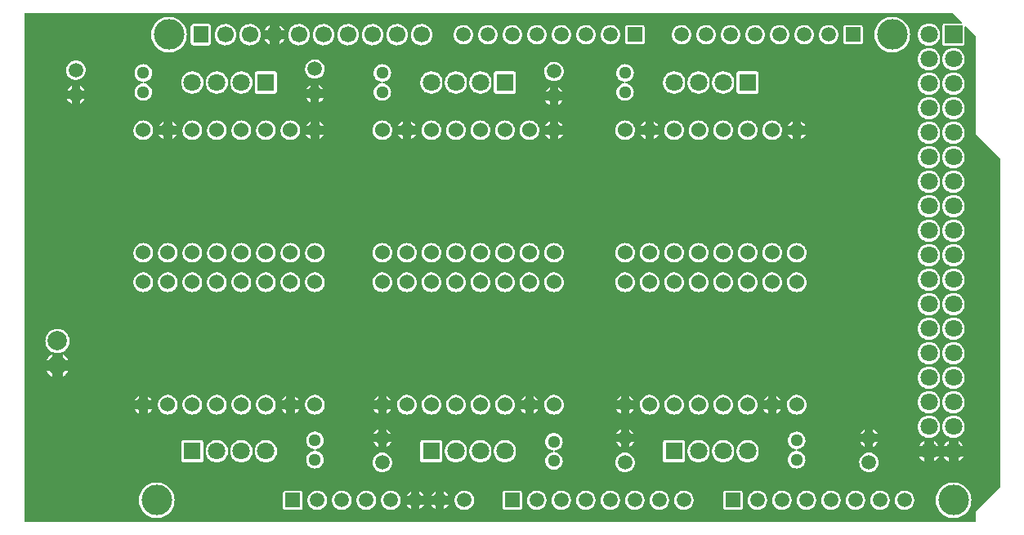
<source format=gbl>
G04 Layer: BottomLayer*
G04 EasyEDA v6.5.22, 2023-03-30 23:48:17*
G04 8450ab88c4f44046a07a984ff5d0ea80,f0b2f3ec3a9e47b7860458d5da5a3361,10*
G04 Gerber Generator version 0.2*
G04 Scale: 100 percent, Rotated: No, Reflected: No *
G04 Dimensions in inches *
G04 leading zeros omitted , absolute positions ,3 integer and 6 decimal *
%FSLAX36Y36*%
%MOIN*%

%AMMACRO1*21,1,$1,$2,0,0,$3*%
%ADD10MACRO1,0.0591X0.0591X0.0000*%
%ADD11C,0.0591*%
%ADD12C,0.0709*%
%ADD13MACRO1,0.0709X0.0709X-90.0000*%
%ADD14C,0.0669*%
%ADD15MACRO1,0.062X0.0669X0.0000*%
%ADD16R,0.0709X0.0709*%
%ADD17C,0.0600*%
%ADD18C,0.0787*%
%ADD19C,0.0512*%
%ADD20C,0.1250*%
%ADD21C,0.0240*%
%ADD22C,0.0187*%

%LPD*%
G36*
X14200Y10200D02*
G01*
X12660Y10500D01*
X11379Y11379D01*
X10500Y12660D01*
X10200Y14200D01*
X10200Y2085800D01*
X10500Y2087340D01*
X11379Y2088620D01*
X12660Y2089500D01*
X14200Y2089800D01*
X3794120Y2089800D01*
X3795640Y2089500D01*
X3796940Y2088620D01*
X3833120Y2052460D01*
X3833980Y2051160D01*
X3834280Y2049640D01*
X3833980Y2048100D01*
X3833120Y2046800D01*
X3831820Y2045940D01*
X3830280Y2045640D01*
X3764800Y2045640D01*
X3762300Y2045360D01*
X3760160Y2044600D01*
X3758220Y2043380D01*
X3756620Y2041780D01*
X3755400Y2039840D01*
X3754640Y2037700D01*
X3754360Y2035200D01*
X3754360Y1964800D01*
X3754640Y1962300D01*
X3755400Y1960160D01*
X3756620Y1958220D01*
X3758220Y1956620D01*
X3760160Y1955400D01*
X3762300Y1954640D01*
X3764800Y1954360D01*
X3835200Y1954360D01*
X3837700Y1954640D01*
X3839840Y1955400D01*
X3841780Y1956620D01*
X3843380Y1958220D01*
X3844600Y1960160D01*
X3845360Y1962300D01*
X3845640Y1964800D01*
X3845640Y2030280D01*
X3845940Y2031819D01*
X3846800Y2033120D01*
X3848100Y2033980D01*
X3849640Y2034280D01*
X3851160Y2033980D01*
X3852460Y2033120D01*
X3888620Y1996940D01*
X3889500Y1995640D01*
X3889800Y1994120D01*
X3889800Y1600160D01*
X3889920Y1598660D01*
X3890720Y1595880D01*
X3891800Y1593959D01*
X3892900Y1592680D01*
X3988620Y1496940D01*
X3989500Y1495640D01*
X3989800Y1494120D01*
X3989800Y155880D01*
X3989500Y154360D01*
X3988620Y153060D01*
X3892900Y57320D01*
X3891920Y56180D01*
X3890520Y53640D01*
X3889920Y51520D01*
X3889800Y49840D01*
X3889800Y14200D01*
X3889500Y12660D01*
X3888620Y11379D01*
X3887340Y10500D01*
X3885800Y10200D01*
G37*

%LPC*%
G36*
X3796320Y27400D02*
G01*
X3803680Y27400D01*
X3811000Y28140D01*
X3818220Y29620D01*
X3825240Y31840D01*
X3832020Y34740D01*
X3838460Y38300D01*
X3844500Y42520D01*
X3850080Y47320D01*
X3855160Y52640D01*
X3859660Y58480D01*
X3863560Y64720D01*
X3866800Y71340D01*
X3869360Y78240D01*
X3871200Y85360D01*
X3872320Y92640D01*
X3872700Y100000D01*
X3872320Y107360D01*
X3871200Y114640D01*
X3869360Y121760D01*
X3866800Y128660D01*
X3863560Y135280D01*
X3859660Y141520D01*
X3855160Y147360D01*
X3850080Y152680D01*
X3844500Y157480D01*
X3838460Y161700D01*
X3832020Y165260D01*
X3825240Y168160D01*
X3818220Y170380D01*
X3811000Y171860D01*
X3803680Y172600D01*
X3796320Y172600D01*
X3789000Y171860D01*
X3781780Y170380D01*
X3774760Y168160D01*
X3767980Y165260D01*
X3761540Y161700D01*
X3755500Y157480D01*
X3749920Y152680D01*
X3744840Y147360D01*
X3740340Y141520D01*
X3736440Y135280D01*
X3733200Y128660D01*
X3730640Y121760D01*
X3728800Y114640D01*
X3727679Y107360D01*
X3727300Y100000D01*
X3727679Y92640D01*
X3728800Y85360D01*
X3730640Y78240D01*
X3733200Y71340D01*
X3736440Y64720D01*
X3740340Y58480D01*
X3744840Y52640D01*
X3749920Y47320D01*
X3755500Y42520D01*
X3761540Y38300D01*
X3767980Y34740D01*
X3774760Y31840D01*
X3781780Y29620D01*
X3789000Y28140D01*
G37*
G36*
X546320Y27400D02*
G01*
X553680Y27400D01*
X561000Y28140D01*
X568220Y29620D01*
X575240Y31840D01*
X582020Y34740D01*
X588460Y38300D01*
X594500Y42520D01*
X600080Y47320D01*
X605160Y52640D01*
X609660Y58480D01*
X613560Y64720D01*
X616800Y71340D01*
X619360Y78240D01*
X621200Y85360D01*
X622320Y92640D01*
X622700Y100000D01*
X622320Y107360D01*
X621200Y114640D01*
X619360Y121760D01*
X616800Y128660D01*
X613560Y135280D01*
X609660Y141520D01*
X605160Y147360D01*
X600080Y152680D01*
X594500Y157480D01*
X588460Y161700D01*
X582020Y165260D01*
X575240Y168160D01*
X568220Y170380D01*
X561000Y171860D01*
X553680Y172600D01*
X546320Y172600D01*
X539000Y171860D01*
X531780Y170380D01*
X524760Y168160D01*
X517980Y165260D01*
X511540Y161700D01*
X505500Y157480D01*
X499920Y152680D01*
X494840Y147360D01*
X490340Y141520D01*
X486440Y135280D01*
X483200Y128660D01*
X480640Y121760D01*
X478800Y114640D01*
X477680Y107360D01*
X477299Y100000D01*
X477680Y92640D01*
X478800Y85360D01*
X480640Y78240D01*
X483200Y71340D01*
X486440Y64720D01*
X490340Y58480D01*
X494840Y52640D01*
X499920Y47320D01*
X505500Y42520D01*
X511540Y38300D01*
X517980Y34740D01*
X524760Y31840D01*
X531780Y29620D01*
X539000Y28140D01*
G37*
G36*
X1075700Y60279D02*
G01*
X1134300Y60279D01*
X1136800Y60560D01*
X1138940Y61300D01*
X1140880Y62520D01*
X1142480Y64120D01*
X1143700Y66060D01*
X1144440Y68200D01*
X1144720Y70700D01*
X1144720Y129300D01*
X1144440Y131800D01*
X1143700Y133940D01*
X1142480Y135880D01*
X1140880Y137480D01*
X1138940Y138700D01*
X1136800Y139440D01*
X1134300Y139720D01*
X1075700Y139720D01*
X1073200Y139440D01*
X1071060Y138700D01*
X1069120Y137480D01*
X1067520Y135880D01*
X1066300Y133940D01*
X1065560Y131800D01*
X1065280Y129300D01*
X1065280Y70700D01*
X1065560Y68200D01*
X1066300Y66060D01*
X1067520Y64120D01*
X1069120Y62520D01*
X1071060Y61300D01*
X1073200Y60560D01*
G37*
G36*
X1970700Y60279D02*
G01*
X2029300Y60279D01*
X2031800Y60560D01*
X2033940Y61300D01*
X2035880Y62520D01*
X2037480Y64120D01*
X2038700Y66060D01*
X2039440Y68200D01*
X2039720Y70700D01*
X2039720Y129300D01*
X2039440Y131800D01*
X2038700Y133940D01*
X2037480Y135880D01*
X2035880Y137480D01*
X2033940Y138700D01*
X2031800Y139440D01*
X2029300Y139720D01*
X1970700Y139720D01*
X1968200Y139440D01*
X1966060Y138700D01*
X1964120Y137480D01*
X1962520Y135880D01*
X1961300Y133940D01*
X1960560Y131800D01*
X1960280Y129300D01*
X1960280Y70700D01*
X1960560Y68200D01*
X1961300Y66060D01*
X1962520Y64120D01*
X1964120Y62520D01*
X1966060Y61300D01*
X1968200Y60560D01*
G37*
G36*
X2870700Y60279D02*
G01*
X2929300Y60279D01*
X2931800Y60560D01*
X2933940Y61300D01*
X2935880Y62520D01*
X2937480Y64120D01*
X2938700Y66060D01*
X2939440Y68200D01*
X2939720Y70700D01*
X2939720Y129300D01*
X2939440Y131800D01*
X2938700Y133940D01*
X2937480Y135880D01*
X2935880Y137480D01*
X2933940Y138700D01*
X2931800Y139440D01*
X2929300Y139720D01*
X2870700Y139720D01*
X2868200Y139440D01*
X2866060Y138700D01*
X2864120Y137480D01*
X2862520Y135880D01*
X2861300Y133940D01*
X2860560Y131800D01*
X2860280Y129300D01*
X2860280Y70700D01*
X2860560Y68200D01*
X2861300Y66060D01*
X2862520Y64120D01*
X2864120Y62520D01*
X2866060Y61300D01*
X2868200Y60560D01*
G37*
G36*
X2201320Y60300D02*
G01*
X2206600Y60839D01*
X2211760Y62060D01*
X2216720Y63980D01*
X2221380Y66520D01*
X2225640Y69660D01*
X2229460Y73360D01*
X2232740Y77520D01*
X2235440Y82080D01*
X2237520Y86980D01*
X2238920Y92080D01*
X2239620Y97340D01*
X2239620Y102660D01*
X2238920Y107920D01*
X2237520Y113020D01*
X2235440Y117920D01*
X2232740Y122480D01*
X2229460Y126640D01*
X2225640Y130340D01*
X2221380Y133480D01*
X2216720Y136020D01*
X2211760Y137940D01*
X2206600Y139160D01*
X2201320Y139700D01*
X2196020Y139520D01*
X2190800Y138640D01*
X2185720Y137060D01*
X2180920Y134840D01*
X2176440Y131980D01*
X2172380Y128560D01*
X2168820Y124620D01*
X2165820Y120239D01*
X2163440Y115500D01*
X2161700Y110500D01*
X2160640Y105300D01*
X2160280Y100000D01*
X2160640Y94700D01*
X2161700Y89500D01*
X2163440Y84500D01*
X2165820Y79760D01*
X2168820Y75380D01*
X2172380Y71440D01*
X2176440Y68020D01*
X2180920Y65160D01*
X2185720Y62939D01*
X2190800Y61360D01*
X2196020Y60480D01*
G37*
G36*
X2301320Y60300D02*
G01*
X2306600Y60839D01*
X2311760Y62060D01*
X2316720Y63980D01*
X2321380Y66520D01*
X2325640Y69660D01*
X2329460Y73360D01*
X2332740Y77520D01*
X2335440Y82080D01*
X2337520Y86980D01*
X2338920Y92080D01*
X2339620Y97340D01*
X2339620Y102660D01*
X2338920Y107920D01*
X2337520Y113020D01*
X2335440Y117920D01*
X2332740Y122480D01*
X2329460Y126640D01*
X2325640Y130340D01*
X2321380Y133480D01*
X2316720Y136020D01*
X2311760Y137940D01*
X2306600Y139160D01*
X2301320Y139700D01*
X2296020Y139520D01*
X2290800Y138640D01*
X2285720Y137060D01*
X2280920Y134840D01*
X2276440Y131980D01*
X2272380Y128560D01*
X2268820Y124620D01*
X2265820Y120239D01*
X2263440Y115500D01*
X2261700Y110500D01*
X2260640Y105300D01*
X2260280Y100000D01*
X2260640Y94700D01*
X2261700Y89500D01*
X2263440Y84500D01*
X2265820Y79760D01*
X2268820Y75380D01*
X2272380Y71440D01*
X2276440Y68020D01*
X2280920Y65160D01*
X2285720Y62939D01*
X2290800Y61360D01*
X2296020Y60480D01*
G37*
G36*
X2101320Y60300D02*
G01*
X2106600Y60839D01*
X2111760Y62060D01*
X2116720Y63980D01*
X2121380Y66520D01*
X2125640Y69660D01*
X2129460Y73360D01*
X2132740Y77520D01*
X2135440Y82080D01*
X2137520Y86980D01*
X2138920Y92080D01*
X2139620Y97340D01*
X2139620Y102660D01*
X2138920Y107920D01*
X2137520Y113020D01*
X2135440Y117920D01*
X2132740Y122480D01*
X2129460Y126640D01*
X2125640Y130340D01*
X2121380Y133480D01*
X2116720Y136020D01*
X2111760Y137940D01*
X2106600Y139160D01*
X2101320Y139700D01*
X2096020Y139520D01*
X2090800Y138640D01*
X2085720Y137060D01*
X2080920Y134840D01*
X2076440Y131980D01*
X2072380Y128560D01*
X2068820Y124620D01*
X2065820Y120239D01*
X2063440Y115500D01*
X2061699Y110500D01*
X2060640Y105300D01*
X2060280Y100000D01*
X2060640Y94700D01*
X2061699Y89500D01*
X2063440Y84500D01*
X2065820Y79760D01*
X2068820Y75380D01*
X2072380Y71440D01*
X2076440Y68020D01*
X2080920Y65160D01*
X2085720Y62939D01*
X2090800Y61360D01*
X2096020Y60480D01*
G37*
G36*
X1806320Y60300D02*
G01*
X1811600Y60839D01*
X1816759Y62060D01*
X1821720Y63980D01*
X1826380Y66520D01*
X1830640Y69660D01*
X1834460Y73360D01*
X1837740Y77520D01*
X1840440Y82080D01*
X1842520Y86980D01*
X1843920Y92080D01*
X1844620Y97340D01*
X1844620Y102660D01*
X1843920Y107920D01*
X1842520Y113020D01*
X1840440Y117920D01*
X1837740Y122480D01*
X1834460Y126640D01*
X1830640Y130340D01*
X1826380Y133480D01*
X1821720Y136020D01*
X1816759Y137940D01*
X1811600Y139160D01*
X1806320Y139700D01*
X1801020Y139520D01*
X1795800Y138640D01*
X1790720Y137060D01*
X1785920Y134840D01*
X1781440Y131980D01*
X1777380Y128560D01*
X1773820Y124620D01*
X1770820Y120239D01*
X1768440Y115500D01*
X1766699Y110500D01*
X1765640Y105300D01*
X1765280Y100000D01*
X1765640Y94700D01*
X1766699Y89500D01*
X1768440Y84500D01*
X1770820Y79760D01*
X1773820Y75380D01*
X1777380Y71440D01*
X1781440Y68020D01*
X1785920Y65160D01*
X1790720Y62939D01*
X1795800Y61360D01*
X1801020Y60480D01*
G37*
G36*
X2401320Y60300D02*
G01*
X2406600Y60839D01*
X2411760Y62060D01*
X2416720Y63980D01*
X2421380Y66520D01*
X2425640Y69660D01*
X2429460Y73360D01*
X2432740Y77520D01*
X2435440Y82080D01*
X2437520Y86980D01*
X2438920Y92080D01*
X2439620Y97340D01*
X2439620Y102660D01*
X2438920Y107920D01*
X2437520Y113020D01*
X2435440Y117920D01*
X2432740Y122480D01*
X2429460Y126640D01*
X2425640Y130340D01*
X2421380Y133480D01*
X2416720Y136020D01*
X2411760Y137940D01*
X2406600Y139160D01*
X2401320Y139700D01*
X2396020Y139520D01*
X2390800Y138640D01*
X2385720Y137060D01*
X2380920Y134840D01*
X2376440Y131980D01*
X2372380Y128560D01*
X2368820Y124620D01*
X2365820Y120239D01*
X2363440Y115500D01*
X2361700Y110500D01*
X2360640Y105300D01*
X2360280Y100000D01*
X2360640Y94700D01*
X2361700Y89500D01*
X2363440Y84500D01*
X2365820Y79760D01*
X2368820Y75380D01*
X2372380Y71440D01*
X2376440Y68020D01*
X2380920Y65160D01*
X2385720Y62939D01*
X2390800Y61360D01*
X2396020Y60480D01*
G37*
G36*
X1306320Y60300D02*
G01*
X1311600Y60839D01*
X1316759Y62060D01*
X1321720Y63980D01*
X1326380Y66520D01*
X1330640Y69660D01*
X1334460Y73360D01*
X1337740Y77520D01*
X1340440Y82080D01*
X1342520Y86980D01*
X1343920Y92080D01*
X1344620Y97340D01*
X1344620Y102660D01*
X1343920Y107920D01*
X1342520Y113020D01*
X1340440Y117920D01*
X1337740Y122480D01*
X1334460Y126640D01*
X1330640Y130340D01*
X1326380Y133480D01*
X1321720Y136020D01*
X1316759Y137940D01*
X1311600Y139160D01*
X1306320Y139700D01*
X1301020Y139520D01*
X1295800Y138640D01*
X1290720Y137060D01*
X1285920Y134840D01*
X1281440Y131980D01*
X1277380Y128560D01*
X1273820Y124620D01*
X1270820Y120239D01*
X1268440Y115500D01*
X1266700Y110500D01*
X1265640Y105300D01*
X1265280Y100000D01*
X1265640Y94700D01*
X1266700Y89500D01*
X1268440Y84500D01*
X1270820Y79760D01*
X1273820Y75380D01*
X1277380Y71440D01*
X1281440Y68020D01*
X1285920Y65160D01*
X1290720Y62939D01*
X1295800Y61360D01*
X1301020Y60480D01*
G37*
G36*
X1506320Y60300D02*
G01*
X1511600Y60839D01*
X1516759Y62060D01*
X1521720Y63980D01*
X1526380Y66520D01*
X1530640Y69660D01*
X1534460Y73360D01*
X1537740Y77520D01*
X1540440Y82080D01*
X1542520Y86980D01*
X1543920Y92080D01*
X1544620Y97340D01*
X1544620Y102660D01*
X1543920Y107920D01*
X1542520Y113020D01*
X1540440Y117920D01*
X1537740Y122480D01*
X1534460Y126640D01*
X1530640Y130340D01*
X1526380Y133480D01*
X1521720Y136020D01*
X1516759Y137940D01*
X1511600Y139160D01*
X1506320Y139700D01*
X1501020Y139520D01*
X1495800Y138640D01*
X1490720Y137060D01*
X1485920Y134840D01*
X1481440Y131980D01*
X1477380Y128560D01*
X1473820Y124620D01*
X1470820Y120239D01*
X1468440Y115500D01*
X1466699Y110500D01*
X1465640Y105300D01*
X1465280Y100000D01*
X1465640Y94700D01*
X1466699Y89500D01*
X1468440Y84500D01*
X1470820Y79760D01*
X1473820Y75380D01*
X1477380Y71440D01*
X1481440Y68020D01*
X1485920Y65160D01*
X1490720Y62939D01*
X1495800Y61360D01*
X1501020Y60480D01*
G37*
G36*
X2601320Y60300D02*
G01*
X2606600Y60839D01*
X2611760Y62060D01*
X2616720Y63980D01*
X2621380Y66520D01*
X2625640Y69660D01*
X2629460Y73360D01*
X2632740Y77520D01*
X2635440Y82080D01*
X2637520Y86980D01*
X2638920Y92080D01*
X2639620Y97340D01*
X2639620Y102660D01*
X2638920Y107920D01*
X2637520Y113020D01*
X2635440Y117920D01*
X2632740Y122480D01*
X2629460Y126640D01*
X2625640Y130340D01*
X2621380Y133480D01*
X2616720Y136020D01*
X2611760Y137940D01*
X2606600Y139160D01*
X2601320Y139700D01*
X2596019Y139520D01*
X2590800Y138640D01*
X2585720Y137060D01*
X2580920Y134840D01*
X2576440Y131980D01*
X2572380Y128560D01*
X2568820Y124620D01*
X2565820Y120239D01*
X2563440Y115500D01*
X2561700Y110500D01*
X2560640Y105300D01*
X2560280Y100000D01*
X2560640Y94700D01*
X2561700Y89500D01*
X2563440Y84500D01*
X2565820Y79760D01*
X2568820Y75380D01*
X2572380Y71440D01*
X2576440Y68020D01*
X2580920Y65160D01*
X2585720Y62939D01*
X2590800Y61360D01*
X2596019Y60480D01*
G37*
G36*
X1406320Y60300D02*
G01*
X1411600Y60839D01*
X1416759Y62060D01*
X1421720Y63980D01*
X1426380Y66520D01*
X1430640Y69660D01*
X1434460Y73360D01*
X1437740Y77520D01*
X1440440Y82080D01*
X1442520Y86980D01*
X1443920Y92080D01*
X1444620Y97340D01*
X1444620Y102660D01*
X1443920Y107920D01*
X1442520Y113020D01*
X1440440Y117920D01*
X1437740Y122480D01*
X1434460Y126640D01*
X1430640Y130340D01*
X1426380Y133480D01*
X1421720Y136020D01*
X1416759Y137940D01*
X1411600Y139160D01*
X1406320Y139700D01*
X1401020Y139520D01*
X1395800Y138640D01*
X1390720Y137060D01*
X1385920Y134840D01*
X1381440Y131980D01*
X1377380Y128560D01*
X1373820Y124620D01*
X1370820Y120239D01*
X1368440Y115500D01*
X1366699Y110500D01*
X1365640Y105300D01*
X1365280Y100000D01*
X1365640Y94700D01*
X1366699Y89500D01*
X1368440Y84500D01*
X1370820Y79760D01*
X1373820Y75380D01*
X1377380Y71440D01*
X1381440Y68020D01*
X1385920Y65160D01*
X1390720Y62939D01*
X1395800Y61360D01*
X1401020Y60480D01*
G37*
G36*
X2501320Y60300D02*
G01*
X2506600Y60839D01*
X2511760Y62060D01*
X2516720Y63980D01*
X2521380Y66520D01*
X2525640Y69660D01*
X2529460Y73360D01*
X2532740Y77520D01*
X2535440Y82080D01*
X2537520Y86980D01*
X2538920Y92080D01*
X2539620Y97340D01*
X2539620Y102660D01*
X2538920Y107920D01*
X2537520Y113020D01*
X2535440Y117920D01*
X2532740Y122480D01*
X2529460Y126640D01*
X2525640Y130340D01*
X2521380Y133480D01*
X2516720Y136020D01*
X2511760Y137940D01*
X2506600Y139160D01*
X2501320Y139700D01*
X2496020Y139520D01*
X2490800Y138640D01*
X2485720Y137060D01*
X2480920Y134840D01*
X2476440Y131980D01*
X2472380Y128560D01*
X2468820Y124620D01*
X2465820Y120239D01*
X2463440Y115500D01*
X2461700Y110500D01*
X2460640Y105300D01*
X2460280Y100000D01*
X2460640Y94700D01*
X2461700Y89500D01*
X2463440Y84500D01*
X2465820Y79760D01*
X2468820Y75380D01*
X2472380Y71440D01*
X2476440Y68020D01*
X2480920Y65160D01*
X2485720Y62939D01*
X2490800Y61360D01*
X2496020Y60480D01*
G37*
G36*
X3101320Y60300D02*
G01*
X3106600Y60839D01*
X3111760Y62060D01*
X3116720Y63980D01*
X3121380Y66520D01*
X3125640Y69660D01*
X3129460Y73360D01*
X3132740Y77520D01*
X3135440Y82080D01*
X3137520Y86980D01*
X3138920Y92080D01*
X3139620Y97340D01*
X3139620Y102660D01*
X3138920Y107920D01*
X3137520Y113020D01*
X3135440Y117920D01*
X3132740Y122480D01*
X3129460Y126640D01*
X3125640Y130340D01*
X3121380Y133480D01*
X3116720Y136020D01*
X3111760Y137940D01*
X3106600Y139160D01*
X3101320Y139700D01*
X3096019Y139520D01*
X3090800Y138640D01*
X3085720Y137060D01*
X3080920Y134840D01*
X3076440Y131980D01*
X3072380Y128560D01*
X3068820Y124620D01*
X3065820Y120239D01*
X3063440Y115500D01*
X3061700Y110500D01*
X3060640Y105300D01*
X3060280Y100000D01*
X3060640Y94700D01*
X3061700Y89500D01*
X3063440Y84500D01*
X3065820Y79760D01*
X3068820Y75380D01*
X3072380Y71440D01*
X3076440Y68020D01*
X3080920Y65160D01*
X3085720Y62939D01*
X3090800Y61360D01*
X3096019Y60480D01*
G37*
G36*
X3201320Y60300D02*
G01*
X3206600Y60839D01*
X3211760Y62060D01*
X3216720Y63980D01*
X3221380Y66520D01*
X3225640Y69660D01*
X3229460Y73360D01*
X3232740Y77520D01*
X3235440Y82080D01*
X3237520Y86980D01*
X3238920Y92080D01*
X3239620Y97340D01*
X3239620Y102660D01*
X3238920Y107920D01*
X3237520Y113020D01*
X3235440Y117920D01*
X3232740Y122480D01*
X3229460Y126640D01*
X3225640Y130340D01*
X3221380Y133480D01*
X3216720Y136020D01*
X3211760Y137940D01*
X3206600Y139160D01*
X3201320Y139700D01*
X3196019Y139520D01*
X3190800Y138640D01*
X3185720Y137060D01*
X3180920Y134840D01*
X3176440Y131980D01*
X3172380Y128560D01*
X3168820Y124620D01*
X3165820Y120239D01*
X3163440Y115500D01*
X3161700Y110500D01*
X3160640Y105300D01*
X3160280Y100000D01*
X3160640Y94700D01*
X3161700Y89500D01*
X3163440Y84500D01*
X3165820Y79760D01*
X3168820Y75380D01*
X3172380Y71440D01*
X3176440Y68020D01*
X3180920Y65160D01*
X3185720Y62939D01*
X3190800Y61360D01*
X3196019Y60480D01*
G37*
G36*
X3401320Y60300D02*
G01*
X3406600Y60839D01*
X3411760Y62060D01*
X3416720Y63980D01*
X3421380Y66520D01*
X3425640Y69660D01*
X3429460Y73360D01*
X3432740Y77520D01*
X3435440Y82080D01*
X3437520Y86980D01*
X3438920Y92080D01*
X3439620Y97340D01*
X3439620Y102660D01*
X3438920Y107920D01*
X3437520Y113020D01*
X3435440Y117920D01*
X3432740Y122480D01*
X3429460Y126640D01*
X3425640Y130340D01*
X3421380Y133480D01*
X3416720Y136020D01*
X3411760Y137940D01*
X3406600Y139160D01*
X3401320Y139700D01*
X3396019Y139520D01*
X3390800Y138640D01*
X3385720Y137060D01*
X3380920Y134840D01*
X3376440Y131980D01*
X3372380Y128560D01*
X3368820Y124620D01*
X3365820Y120239D01*
X3363440Y115500D01*
X3361700Y110500D01*
X3360640Y105300D01*
X3360280Y100000D01*
X3360640Y94700D01*
X3361700Y89500D01*
X3363440Y84500D01*
X3365820Y79760D01*
X3368820Y75380D01*
X3372380Y71440D01*
X3376440Y68020D01*
X3380920Y65160D01*
X3385720Y62939D01*
X3390800Y61360D01*
X3396019Y60480D01*
G37*
G36*
X3501320Y60300D02*
G01*
X3506600Y60839D01*
X3511760Y62060D01*
X3516720Y63980D01*
X3521380Y66520D01*
X3525640Y69660D01*
X3529460Y73360D01*
X3532740Y77520D01*
X3535440Y82080D01*
X3537520Y86980D01*
X3538920Y92080D01*
X3539620Y97340D01*
X3539620Y102660D01*
X3538920Y107920D01*
X3537520Y113020D01*
X3535440Y117920D01*
X3532740Y122480D01*
X3529460Y126640D01*
X3525640Y130340D01*
X3521380Y133480D01*
X3516720Y136020D01*
X3511760Y137940D01*
X3506600Y139160D01*
X3501320Y139700D01*
X3496019Y139520D01*
X3490800Y138640D01*
X3485720Y137060D01*
X3480920Y134840D01*
X3476440Y131980D01*
X3472380Y128560D01*
X3468820Y124620D01*
X3465820Y120239D01*
X3463440Y115500D01*
X3461700Y110500D01*
X3460640Y105300D01*
X3460280Y100000D01*
X3460640Y94700D01*
X3461700Y89500D01*
X3463440Y84500D01*
X3465820Y79760D01*
X3468820Y75380D01*
X3472380Y71440D01*
X3476440Y68020D01*
X3480920Y65160D01*
X3485720Y62939D01*
X3490800Y61360D01*
X3496019Y60480D01*
G37*
G36*
X3001320Y60300D02*
G01*
X3006600Y60839D01*
X3011760Y62060D01*
X3016720Y63980D01*
X3021380Y66520D01*
X3025640Y69660D01*
X3029460Y73360D01*
X3032740Y77520D01*
X3035440Y82080D01*
X3037520Y86980D01*
X3038920Y92080D01*
X3039620Y97340D01*
X3039620Y102660D01*
X3038920Y107920D01*
X3037520Y113020D01*
X3035440Y117920D01*
X3032740Y122480D01*
X3029460Y126640D01*
X3025640Y130340D01*
X3021380Y133480D01*
X3016720Y136020D01*
X3011760Y137940D01*
X3006600Y139160D01*
X3001320Y139700D01*
X2996019Y139520D01*
X2990800Y138640D01*
X2985720Y137060D01*
X2980920Y134840D01*
X2976440Y131980D01*
X2972380Y128560D01*
X2968820Y124620D01*
X2965820Y120239D01*
X2963440Y115500D01*
X2961700Y110500D01*
X2960640Y105300D01*
X2960280Y100000D01*
X2960640Y94700D01*
X2961700Y89500D01*
X2963440Y84500D01*
X2965820Y79760D01*
X2968820Y75380D01*
X2972380Y71440D01*
X2976440Y68020D01*
X2980920Y65160D01*
X2985720Y62939D01*
X2990800Y61360D01*
X2996019Y60480D01*
G37*
G36*
X3301320Y60300D02*
G01*
X3306600Y60839D01*
X3311760Y62060D01*
X3316720Y63980D01*
X3321380Y66520D01*
X3325640Y69660D01*
X3329460Y73360D01*
X3332740Y77520D01*
X3335440Y82080D01*
X3337520Y86980D01*
X3338920Y92080D01*
X3339620Y97340D01*
X3339620Y102660D01*
X3338920Y107920D01*
X3337520Y113020D01*
X3335440Y117920D01*
X3332740Y122480D01*
X3329460Y126640D01*
X3325640Y130340D01*
X3321380Y133480D01*
X3316720Y136020D01*
X3311760Y137940D01*
X3306600Y139160D01*
X3301320Y139700D01*
X3296019Y139520D01*
X3290800Y138640D01*
X3285720Y137060D01*
X3280920Y134840D01*
X3276440Y131980D01*
X3272380Y128560D01*
X3268820Y124620D01*
X3265820Y120239D01*
X3263440Y115500D01*
X3261700Y110500D01*
X3260640Y105300D01*
X3260280Y100000D01*
X3260640Y94700D01*
X3261700Y89500D01*
X3263440Y84500D01*
X3265820Y79760D01*
X3268820Y75380D01*
X3272380Y71440D01*
X3276440Y68020D01*
X3280920Y65160D01*
X3285720Y62939D01*
X3290800Y61360D01*
X3296019Y60480D01*
G37*
G36*
X1206320Y60300D02*
G01*
X1211600Y60839D01*
X1216760Y62060D01*
X1221720Y63980D01*
X1226380Y66520D01*
X1230640Y69660D01*
X1234460Y73360D01*
X1237740Y77520D01*
X1240440Y82080D01*
X1242520Y86980D01*
X1243920Y92080D01*
X1244620Y97340D01*
X1244620Y102660D01*
X1243920Y107920D01*
X1242520Y113020D01*
X1240440Y117920D01*
X1237740Y122480D01*
X1234460Y126640D01*
X1230640Y130340D01*
X1226380Y133480D01*
X1221720Y136020D01*
X1216760Y137940D01*
X1211600Y139160D01*
X1206320Y139700D01*
X1201020Y139520D01*
X1195800Y138640D01*
X1190720Y137060D01*
X1185920Y134840D01*
X1181440Y131980D01*
X1177380Y128560D01*
X1173820Y124620D01*
X1170820Y120239D01*
X1168440Y115500D01*
X1166700Y110500D01*
X1165640Y105300D01*
X1165280Y100000D01*
X1165640Y94700D01*
X1166700Y89500D01*
X1168440Y84500D01*
X1170820Y79760D01*
X1173820Y75380D01*
X1177380Y71440D01*
X1181440Y68020D01*
X1185920Y65160D01*
X1190720Y62939D01*
X1195800Y61360D01*
X1201020Y60480D01*
G37*
G36*
X2701320Y60300D02*
G01*
X2706600Y60839D01*
X2711760Y62060D01*
X2716720Y63980D01*
X2721380Y66520D01*
X2725640Y69660D01*
X2729460Y73360D01*
X2732740Y77520D01*
X2735440Y82080D01*
X2737520Y86980D01*
X2738920Y92080D01*
X2739620Y97340D01*
X2739620Y102660D01*
X2738920Y107920D01*
X2737520Y113020D01*
X2735440Y117920D01*
X2732740Y122480D01*
X2729460Y126640D01*
X2725640Y130340D01*
X2721380Y133480D01*
X2716720Y136020D01*
X2711760Y137940D01*
X2706600Y139160D01*
X2701320Y139700D01*
X2696019Y139520D01*
X2690800Y138640D01*
X2685720Y137060D01*
X2680920Y134840D01*
X2676440Y131980D01*
X2672380Y128560D01*
X2668820Y124620D01*
X2665820Y120239D01*
X2663440Y115500D01*
X2661700Y110500D01*
X2660640Y105300D01*
X2660280Y100000D01*
X2660640Y94700D01*
X2661700Y89500D01*
X2663440Y84500D01*
X2665820Y79760D01*
X2668820Y75380D01*
X2672380Y71440D01*
X2676440Y68020D01*
X2680920Y65160D01*
X2685720Y62939D01*
X2690800Y61360D01*
X2696019Y60480D01*
G37*
G36*
X3601320Y60300D02*
G01*
X3606600Y60839D01*
X3611760Y62060D01*
X3616720Y63980D01*
X3621380Y66520D01*
X3625640Y69660D01*
X3629460Y73360D01*
X3632740Y77520D01*
X3635440Y82080D01*
X3637520Y86980D01*
X3638920Y92080D01*
X3639620Y97340D01*
X3639620Y102660D01*
X3638920Y107920D01*
X3637520Y113020D01*
X3635440Y117920D01*
X3632740Y122480D01*
X3629460Y126640D01*
X3625640Y130340D01*
X3621380Y133480D01*
X3616720Y136020D01*
X3611760Y137940D01*
X3606600Y139160D01*
X3601320Y139700D01*
X3596019Y139520D01*
X3590800Y138640D01*
X3585720Y137060D01*
X3580920Y134840D01*
X3576440Y131980D01*
X3572380Y128560D01*
X3568820Y124620D01*
X3565820Y120239D01*
X3563440Y115500D01*
X3561700Y110500D01*
X3560640Y105300D01*
X3560280Y100000D01*
X3560640Y94700D01*
X3561700Y89500D01*
X3563440Y84500D01*
X3565820Y79760D01*
X3568820Y75380D01*
X3572380Y71440D01*
X3576440Y68020D01*
X3580920Y65160D01*
X3585720Y62939D01*
X3590800Y61360D01*
X3596019Y60480D01*
G37*
G36*
X1622260Y64280D02*
G01*
X1626380Y66520D01*
X1630640Y69660D01*
X1634460Y73360D01*
X1637740Y77520D01*
X1640440Y82080D01*
X1640720Y82739D01*
X1622260Y82739D01*
G37*
G36*
X1722260Y64280D02*
G01*
X1726380Y66520D01*
X1730640Y69660D01*
X1734460Y73360D01*
X1737740Y77520D01*
X1740440Y82080D01*
X1740720Y82739D01*
X1722260Y82739D01*
G37*
G36*
X1587740Y64320D02*
G01*
X1587740Y82739D01*
X1569319Y82739D01*
X1570820Y79760D01*
X1573820Y75380D01*
X1577380Y71440D01*
X1581440Y68020D01*
X1585920Y65160D01*
G37*
G36*
X1687740Y64320D02*
G01*
X1687740Y82739D01*
X1669319Y82739D01*
X1670820Y79760D01*
X1673820Y75380D01*
X1677380Y71440D01*
X1681440Y68020D01*
X1685920Y65160D01*
G37*
G36*
X1669319Y117260D02*
G01*
X1687740Y117260D01*
X1687740Y135680D01*
X1685920Y134840D01*
X1681440Y131980D01*
X1677380Y128560D01*
X1673820Y124620D01*
X1670820Y120239D01*
G37*
G36*
X1569319Y117260D02*
G01*
X1587740Y117260D01*
X1587740Y135680D01*
X1585920Y134840D01*
X1581440Y131980D01*
X1577380Y128560D01*
X1573820Y124620D01*
X1570820Y120239D01*
G37*
G36*
X1722260Y117260D02*
G01*
X1740720Y117260D01*
X1740440Y117920D01*
X1737740Y122480D01*
X1734460Y126640D01*
X1730640Y130340D01*
X1726380Y133480D01*
X1722260Y135720D01*
G37*
G36*
X1622260Y117260D02*
G01*
X1640720Y117260D01*
X1640440Y117920D01*
X1637740Y122480D01*
X1634460Y126640D01*
X1630640Y130340D01*
X1626380Y133480D01*
X1622260Y135720D01*
G37*
G36*
X2457340Y215380D02*
G01*
X2462660Y215380D01*
X2467920Y216080D01*
X2473020Y217480D01*
X2477920Y219560D01*
X2482480Y222260D01*
X2486640Y225539D01*
X2490340Y229360D01*
X2493480Y233619D01*
X2496020Y238280D01*
X2497940Y243240D01*
X2499160Y248400D01*
X2499700Y253680D01*
X2499520Y258980D01*
X2498640Y264200D01*
X2497060Y269280D01*
X2494840Y274080D01*
X2491980Y278560D01*
X2488560Y282620D01*
X2484620Y286180D01*
X2480240Y289180D01*
X2475500Y291560D01*
X2470500Y293300D01*
X2465300Y294360D01*
X2460000Y294720D01*
X2454700Y294360D01*
X2449500Y293300D01*
X2444500Y291560D01*
X2439760Y289180D01*
X2435380Y286180D01*
X2431440Y282620D01*
X2428020Y278560D01*
X2425160Y274080D01*
X2422940Y269280D01*
X2421360Y264200D01*
X2420480Y258980D01*
X2420300Y253680D01*
X2420840Y248400D01*
X2422060Y243240D01*
X2423980Y238280D01*
X2426520Y233619D01*
X2429660Y229360D01*
X2433360Y225539D01*
X2437520Y222260D01*
X2442080Y219560D01*
X2446980Y217480D01*
X2452080Y216080D01*
G37*
G36*
X3452340Y215380D02*
G01*
X3457660Y215380D01*
X3462919Y216080D01*
X3468020Y217480D01*
X3472919Y219560D01*
X3477480Y222260D01*
X3481640Y225539D01*
X3485340Y229360D01*
X3488480Y233619D01*
X3491019Y238280D01*
X3492940Y243240D01*
X3494160Y248400D01*
X3494700Y253680D01*
X3494520Y258980D01*
X3493639Y264200D01*
X3492060Y269280D01*
X3489840Y274080D01*
X3486980Y278560D01*
X3483560Y282620D01*
X3479620Y286180D01*
X3475240Y289180D01*
X3470500Y291560D01*
X3465500Y293300D01*
X3460299Y294360D01*
X3455000Y294720D01*
X3449700Y294360D01*
X3444500Y293300D01*
X3439500Y291560D01*
X3434760Y289180D01*
X3430380Y286180D01*
X3426440Y282620D01*
X3423020Y278560D01*
X3420160Y274080D01*
X3417940Y269280D01*
X3416360Y264200D01*
X3415480Y258980D01*
X3415299Y253680D01*
X3415840Y248400D01*
X3417060Y243240D01*
X3418980Y238280D01*
X3421520Y233619D01*
X3424660Y229360D01*
X3428360Y225539D01*
X3432520Y222260D01*
X3437080Y219560D01*
X3441980Y217480D01*
X3447080Y216080D01*
G37*
G36*
X1467340Y215380D02*
G01*
X1472660Y215380D01*
X1477920Y216080D01*
X1483020Y217480D01*
X1487920Y219560D01*
X1492480Y222260D01*
X1496639Y225539D01*
X1500340Y229360D01*
X1503480Y233619D01*
X1506020Y238280D01*
X1507940Y243240D01*
X1509160Y248400D01*
X1509700Y253680D01*
X1509520Y258980D01*
X1508640Y264200D01*
X1507060Y269280D01*
X1504840Y274080D01*
X1501980Y278560D01*
X1498560Y282620D01*
X1494620Y286180D01*
X1490240Y289180D01*
X1485500Y291560D01*
X1480500Y293300D01*
X1475300Y294360D01*
X1470000Y294720D01*
X1464700Y294360D01*
X1459500Y293300D01*
X1454500Y291560D01*
X1449760Y289180D01*
X1445380Y286180D01*
X1441440Y282620D01*
X1438020Y278560D01*
X1435160Y274080D01*
X1432940Y269280D01*
X1431360Y264200D01*
X1430480Y258980D01*
X1430300Y253680D01*
X1430840Y248400D01*
X1432060Y243240D01*
X1433980Y238280D01*
X1436519Y233619D01*
X1439660Y229360D01*
X1443360Y225539D01*
X1447520Y222260D01*
X1452080Y219560D01*
X1456980Y217480D01*
X1462080Y216080D01*
G37*
G36*
X2170000Y224840D02*
G01*
X2174980Y225200D01*
X2179860Y226240D01*
X2184560Y227940D01*
X2188960Y230280D01*
X2193000Y233220D01*
X2196600Y236680D01*
X2199660Y240620D01*
X2202160Y244940D01*
X2204020Y249579D01*
X2205240Y254420D01*
X2205760Y259380D01*
X2205580Y264380D01*
X2204720Y269280D01*
X2203180Y274040D01*
X2200980Y278520D01*
X2198200Y282660D01*
X2194860Y286360D01*
X2191040Y289580D01*
X2186800Y292220D01*
X2182240Y294260D01*
X2177420Y295640D01*
X2174940Y296020D01*
X2173460Y296560D01*
X2172300Y297620D01*
X2171640Y299060D01*
X2171600Y300640D01*
X2172160Y302120D01*
X2173260Y303260D01*
X2174700Y303880D01*
X2179860Y304980D01*
X2184560Y306680D01*
X2188960Y309020D01*
X2193000Y311960D01*
X2196600Y315420D01*
X2199660Y319360D01*
X2202160Y323680D01*
X2204020Y328320D01*
X2205240Y333160D01*
X2205760Y338120D01*
X2205580Y343120D01*
X2204720Y348020D01*
X2203180Y352780D01*
X2200980Y357260D01*
X2198200Y361400D01*
X2194860Y365100D01*
X2191040Y368320D01*
X2186800Y370959D01*
X2182240Y373000D01*
X2177440Y374360D01*
X2172500Y375060D01*
X2167500Y375060D01*
X2162560Y374360D01*
X2157760Y373000D01*
X2153200Y370959D01*
X2148960Y368320D01*
X2145140Y365100D01*
X2141800Y361400D01*
X2139020Y357260D01*
X2136820Y352780D01*
X2135280Y348020D01*
X2134420Y343120D01*
X2134240Y338120D01*
X2134760Y333160D01*
X2135980Y328320D01*
X2137840Y323680D01*
X2140340Y319360D01*
X2143400Y315420D01*
X2147000Y311960D01*
X2151040Y309020D01*
X2155440Y306680D01*
X2160140Y304980D01*
X2165420Y303880D01*
X2166880Y303240D01*
X2167980Y302100D01*
X2168560Y300620D01*
X2168500Y299040D01*
X2167840Y297600D01*
X2166660Y296520D01*
X2165160Y296000D01*
X2162560Y295620D01*
X2157760Y294260D01*
X2153200Y292220D01*
X2148960Y289580D01*
X2145140Y286360D01*
X2141800Y282660D01*
X2139020Y278520D01*
X2136820Y274040D01*
X2135280Y269280D01*
X2134420Y264380D01*
X2134240Y259380D01*
X2134760Y254420D01*
X2135980Y249579D01*
X2137840Y244940D01*
X2140340Y240620D01*
X2143400Y236680D01*
X2147000Y233220D01*
X2151040Y230280D01*
X2155440Y227940D01*
X2160140Y226240D01*
X2165020Y225200D01*
G37*
G36*
X3160000Y229840D02*
G01*
X3164980Y230200D01*
X3169860Y231240D01*
X3174560Y232940D01*
X3178960Y235280D01*
X3183000Y238220D01*
X3186600Y241680D01*
X3189660Y245620D01*
X3192160Y249940D01*
X3194020Y254579D01*
X3195240Y259420D01*
X3195760Y264380D01*
X3195580Y269380D01*
X3194720Y274280D01*
X3193180Y279040D01*
X3190980Y283520D01*
X3188200Y287660D01*
X3184860Y291360D01*
X3181040Y294580D01*
X3176800Y297220D01*
X3172240Y299260D01*
X3167420Y300640D01*
X3164940Y301020D01*
X3163460Y301560D01*
X3162300Y302620D01*
X3161640Y304060D01*
X3161600Y305640D01*
X3162160Y307120D01*
X3163260Y308260D01*
X3164700Y308880D01*
X3169860Y309980D01*
X3174560Y311680D01*
X3178960Y314020D01*
X3183000Y316960D01*
X3186600Y320420D01*
X3189660Y324360D01*
X3192160Y328680D01*
X3194020Y333320D01*
X3195240Y338160D01*
X3195760Y343120D01*
X3195580Y348120D01*
X3194720Y353020D01*
X3193180Y357780D01*
X3190980Y362260D01*
X3188200Y366400D01*
X3184860Y370100D01*
X3181040Y373320D01*
X3176800Y375959D01*
X3172240Y378000D01*
X3167440Y379360D01*
X3162500Y380060D01*
X3157500Y380060D01*
X3152559Y379360D01*
X3147760Y378000D01*
X3143200Y375959D01*
X3138960Y373320D01*
X3135140Y370100D01*
X3131800Y366400D01*
X3129020Y362260D01*
X3126820Y357780D01*
X3125280Y353020D01*
X3124420Y348120D01*
X3124240Y343120D01*
X3124760Y338160D01*
X3125980Y333320D01*
X3127840Y328680D01*
X3130340Y324360D01*
X3133399Y320420D01*
X3137000Y316960D01*
X3141040Y314020D01*
X3145440Y311680D01*
X3150140Y309980D01*
X3155419Y308880D01*
X3156880Y308240D01*
X3157980Y307100D01*
X3158560Y305620D01*
X3158500Y304040D01*
X3157840Y302600D01*
X3156660Y301520D01*
X3155160Y301000D01*
X3152559Y300620D01*
X3147760Y299260D01*
X3143200Y297220D01*
X3138960Y294580D01*
X3135140Y291360D01*
X3131800Y287660D01*
X3129020Y283520D01*
X3126820Y279040D01*
X3125280Y274280D01*
X3124420Y269380D01*
X3124240Y264380D01*
X3124760Y259420D01*
X3125980Y254579D01*
X3127840Y249940D01*
X3130340Y245620D01*
X3133399Y241680D01*
X3137000Y238220D01*
X3141040Y235280D01*
X3145440Y232940D01*
X3150140Y231240D01*
X3155020Y230200D01*
G37*
G36*
X1195000Y229840D02*
G01*
X1199980Y230200D01*
X1204860Y231240D01*
X1209560Y232940D01*
X1213960Y235280D01*
X1218000Y238220D01*
X1221600Y241680D01*
X1224660Y245620D01*
X1227160Y249940D01*
X1229020Y254579D01*
X1230240Y259420D01*
X1230760Y264380D01*
X1230580Y269380D01*
X1229720Y274280D01*
X1228180Y279040D01*
X1225980Y283520D01*
X1223200Y287660D01*
X1219860Y291360D01*
X1216040Y294580D01*
X1211800Y297220D01*
X1207240Y299260D01*
X1202420Y300640D01*
X1199940Y301020D01*
X1198460Y301560D01*
X1197300Y302620D01*
X1196640Y304060D01*
X1196600Y305640D01*
X1197160Y307120D01*
X1198260Y308260D01*
X1199700Y308880D01*
X1204860Y309980D01*
X1209560Y311680D01*
X1213960Y314020D01*
X1218000Y316960D01*
X1221600Y320420D01*
X1224660Y324360D01*
X1227160Y328680D01*
X1229020Y333320D01*
X1230240Y338160D01*
X1230760Y343120D01*
X1230580Y348120D01*
X1229720Y353020D01*
X1228180Y357780D01*
X1225980Y362260D01*
X1223200Y366400D01*
X1219860Y370100D01*
X1216040Y373320D01*
X1211800Y375959D01*
X1207240Y378000D01*
X1202440Y379360D01*
X1197500Y380060D01*
X1192500Y380060D01*
X1187560Y379360D01*
X1182760Y378000D01*
X1178200Y375959D01*
X1173960Y373320D01*
X1170140Y370100D01*
X1166800Y366400D01*
X1164020Y362260D01*
X1161820Y357780D01*
X1160280Y353020D01*
X1159420Y348120D01*
X1159240Y343120D01*
X1159760Y338160D01*
X1160980Y333320D01*
X1162840Y328680D01*
X1165340Y324360D01*
X1168400Y320420D01*
X1172000Y316960D01*
X1176040Y314020D01*
X1180440Y311680D01*
X1185140Y309980D01*
X1190420Y308880D01*
X1191880Y308240D01*
X1192980Y307100D01*
X1193560Y305620D01*
X1193500Y304040D01*
X1192840Y302600D01*
X1191660Y301520D01*
X1190160Y301000D01*
X1187560Y300620D01*
X1182760Y299260D01*
X1178200Y297220D01*
X1173960Y294580D01*
X1170140Y291360D01*
X1166800Y287660D01*
X1164020Y283520D01*
X1161820Y279040D01*
X1160280Y274280D01*
X1159420Y269380D01*
X1159240Y264380D01*
X1159760Y259420D01*
X1160980Y254579D01*
X1162840Y249940D01*
X1165340Y245620D01*
X1168400Y241680D01*
X1172000Y238220D01*
X1176040Y235280D01*
X1180440Y232940D01*
X1185140Y231240D01*
X1190020Y230200D01*
G37*
G36*
X659800Y254360D02*
G01*
X730200Y254360D01*
X732700Y254640D01*
X734840Y255400D01*
X736780Y256600D01*
X738379Y258220D01*
X739599Y260140D01*
X740360Y262300D01*
X740639Y264780D01*
X740639Y335200D01*
X740360Y337700D01*
X739599Y339840D01*
X738379Y341780D01*
X736780Y343380D01*
X734840Y344600D01*
X732700Y345340D01*
X730200Y345620D01*
X659800Y345620D01*
X657300Y345340D01*
X655160Y344600D01*
X653220Y343380D01*
X651620Y341780D01*
X650400Y339840D01*
X649640Y337700D01*
X649360Y335200D01*
X649360Y264780D01*
X649640Y262300D01*
X650400Y260140D01*
X651620Y258220D01*
X653220Y256600D01*
X655160Y255400D01*
X657300Y254640D01*
G37*
G36*
X2624800Y254360D02*
G01*
X2695200Y254360D01*
X2697700Y254640D01*
X2699840Y255400D01*
X2701780Y256600D01*
X2703380Y258220D01*
X2704600Y260140D01*
X2705360Y262300D01*
X2705640Y264780D01*
X2705640Y335200D01*
X2705360Y337700D01*
X2704600Y339840D01*
X2703380Y341780D01*
X2701780Y343380D01*
X2699840Y344600D01*
X2697700Y345340D01*
X2695200Y345620D01*
X2624800Y345620D01*
X2622300Y345340D01*
X2620160Y344600D01*
X2618220Y343380D01*
X2616620Y341780D01*
X2615400Y339840D01*
X2614640Y337700D01*
X2614360Y335200D01*
X2614360Y264780D01*
X2614640Y262300D01*
X2615400Y260140D01*
X2616620Y258220D01*
X2618220Y256600D01*
X2620160Y255400D01*
X2622300Y254640D01*
G37*
G36*
X1634800Y254360D02*
G01*
X1705200Y254360D01*
X1707700Y254640D01*
X1709840Y255400D01*
X1711780Y256600D01*
X1713380Y258220D01*
X1714600Y260140D01*
X1715360Y262300D01*
X1715640Y264780D01*
X1715640Y335200D01*
X1715360Y337700D01*
X1714600Y339840D01*
X1713380Y341780D01*
X1711780Y343380D01*
X1709840Y344600D01*
X1707700Y345340D01*
X1705200Y345620D01*
X1634800Y345620D01*
X1632300Y345340D01*
X1630160Y344600D01*
X1628220Y343380D01*
X1626620Y341780D01*
X1625400Y339840D01*
X1624640Y337700D01*
X1624360Y335200D01*
X1624360Y264780D01*
X1624640Y262300D01*
X1625400Y260140D01*
X1626620Y258220D01*
X1628220Y256600D01*
X1630160Y255400D01*
X1632300Y254640D01*
G37*
G36*
X792140Y254460D02*
G01*
X797860Y254460D01*
X803540Y255180D01*
X809100Y256600D01*
X814419Y258720D01*
X819440Y261480D01*
X824080Y264840D01*
X828259Y268760D01*
X831919Y273180D01*
X834980Y278020D01*
X837420Y283200D01*
X839200Y288660D01*
X840260Y294280D01*
X840620Y300000D01*
X840260Y305720D01*
X839200Y311340D01*
X837420Y316800D01*
X834980Y321980D01*
X831919Y326820D01*
X828259Y331220D01*
X824080Y335160D01*
X819440Y338519D01*
X814419Y341280D01*
X809100Y343380D01*
X803540Y344820D01*
X797860Y345540D01*
X792140Y345540D01*
X786460Y344820D01*
X780900Y343380D01*
X775580Y341280D01*
X770560Y338519D01*
X765920Y335160D01*
X761740Y331220D01*
X758080Y326820D01*
X755020Y321980D01*
X752580Y316800D01*
X750800Y311340D01*
X749740Y305720D01*
X749380Y300000D01*
X749740Y294280D01*
X750800Y288660D01*
X752580Y283200D01*
X755020Y278020D01*
X758080Y273180D01*
X761740Y268760D01*
X765920Y264840D01*
X770560Y261480D01*
X775580Y258720D01*
X780900Y256600D01*
X786460Y255180D01*
G37*
G36*
X1967140Y254460D02*
G01*
X1972860Y254460D01*
X1978540Y255180D01*
X1984100Y256600D01*
X1989420Y258720D01*
X1994440Y261480D01*
X1999079Y264840D01*
X2003260Y268760D01*
X2006920Y273180D01*
X2009980Y278020D01*
X2012420Y283200D01*
X2014199Y288660D01*
X2015260Y294280D01*
X2015620Y300000D01*
X2015260Y305720D01*
X2014199Y311340D01*
X2012420Y316800D01*
X2009980Y321980D01*
X2006920Y326820D01*
X2003260Y331220D01*
X1999079Y335160D01*
X1994440Y338519D01*
X1989420Y341280D01*
X1984100Y343380D01*
X1978540Y344820D01*
X1972860Y345540D01*
X1967140Y345540D01*
X1961459Y344820D01*
X1955900Y343380D01*
X1950580Y341280D01*
X1945560Y338519D01*
X1940920Y335160D01*
X1936740Y331220D01*
X1933080Y326820D01*
X1930020Y321980D01*
X1927580Y316800D01*
X1925800Y311340D01*
X1924740Y305720D01*
X1924379Y300000D01*
X1924740Y294280D01*
X1925800Y288660D01*
X1927580Y283200D01*
X1930020Y278020D01*
X1933080Y273180D01*
X1936740Y268760D01*
X1940920Y264840D01*
X1945560Y261480D01*
X1950580Y258720D01*
X1955900Y256600D01*
X1961459Y255180D01*
G37*
G36*
X1767140Y254460D02*
G01*
X1772860Y254460D01*
X1778540Y255180D01*
X1784100Y256600D01*
X1789420Y258720D01*
X1794440Y261480D01*
X1799079Y264840D01*
X1803260Y268760D01*
X1806920Y273180D01*
X1809980Y278020D01*
X1812420Y283200D01*
X1814199Y288660D01*
X1815260Y294280D01*
X1815620Y300000D01*
X1815260Y305720D01*
X1814199Y311340D01*
X1812420Y316800D01*
X1809980Y321980D01*
X1806920Y326820D01*
X1803260Y331220D01*
X1799079Y335160D01*
X1794440Y338519D01*
X1789420Y341280D01*
X1784100Y343380D01*
X1778540Y344820D01*
X1772860Y345540D01*
X1767140Y345540D01*
X1761459Y344820D01*
X1755900Y343380D01*
X1750580Y341280D01*
X1745560Y338519D01*
X1740920Y335160D01*
X1736740Y331220D01*
X1733080Y326820D01*
X1730020Y321980D01*
X1727580Y316800D01*
X1725800Y311340D01*
X1724740Y305720D01*
X1724379Y300000D01*
X1724740Y294280D01*
X1725800Y288660D01*
X1727580Y283200D01*
X1730020Y278020D01*
X1733080Y273180D01*
X1736740Y268760D01*
X1740920Y264840D01*
X1745560Y261480D01*
X1750580Y258720D01*
X1755900Y256600D01*
X1761459Y255180D01*
G37*
G36*
X2757140Y254460D02*
G01*
X2762860Y254460D01*
X2768540Y255180D01*
X2774100Y256600D01*
X2779420Y258720D01*
X2784440Y261480D01*
X2789080Y264840D01*
X2793260Y268760D01*
X2796920Y273180D01*
X2799980Y278020D01*
X2802420Y283200D01*
X2804200Y288660D01*
X2805260Y294280D01*
X2805620Y300000D01*
X2805260Y305720D01*
X2804200Y311340D01*
X2802420Y316800D01*
X2799980Y321980D01*
X2796920Y326820D01*
X2793260Y331220D01*
X2789080Y335160D01*
X2784440Y338519D01*
X2779420Y341280D01*
X2774100Y343380D01*
X2768540Y344820D01*
X2762860Y345540D01*
X2757140Y345540D01*
X2751460Y344820D01*
X2745899Y343380D01*
X2740580Y341280D01*
X2735560Y338519D01*
X2730920Y335160D01*
X2726740Y331220D01*
X2723080Y326820D01*
X2720020Y321980D01*
X2717580Y316800D01*
X2715800Y311340D01*
X2714740Y305720D01*
X2714380Y300000D01*
X2714740Y294280D01*
X2715800Y288660D01*
X2717580Y283200D01*
X2720020Y278020D01*
X2723080Y273180D01*
X2726740Y268760D01*
X2730920Y264840D01*
X2735560Y261480D01*
X2740580Y258720D01*
X2745899Y256600D01*
X2751460Y255180D01*
G37*
G36*
X892140Y254460D02*
G01*
X897860Y254460D01*
X903540Y255180D01*
X909100Y256600D01*
X914419Y258720D01*
X919440Y261480D01*
X924080Y264840D01*
X928259Y268760D01*
X931919Y273180D01*
X934980Y278020D01*
X937420Y283200D01*
X939200Y288660D01*
X940260Y294280D01*
X940620Y300000D01*
X940260Y305720D01*
X939200Y311340D01*
X937420Y316800D01*
X934980Y321980D01*
X931919Y326820D01*
X928259Y331220D01*
X924080Y335160D01*
X919440Y338519D01*
X914419Y341280D01*
X909100Y343380D01*
X903540Y344820D01*
X897860Y345540D01*
X892140Y345540D01*
X886460Y344820D01*
X880900Y343380D01*
X875580Y341280D01*
X870560Y338519D01*
X865920Y335160D01*
X861740Y331220D01*
X858080Y326820D01*
X855020Y321980D01*
X852580Y316800D01*
X850800Y311340D01*
X849740Y305720D01*
X849380Y300000D01*
X849740Y294280D01*
X850800Y288660D01*
X852580Y283200D01*
X855020Y278020D01*
X858080Y273180D01*
X861740Y268760D01*
X865920Y264840D01*
X870560Y261480D01*
X875580Y258720D01*
X880900Y256600D01*
X886460Y255180D01*
G37*
G36*
X992140Y254460D02*
G01*
X997860Y254460D01*
X1003540Y255180D01*
X1009100Y256600D01*
X1014419Y258720D01*
X1019440Y261480D01*
X1024080Y264840D01*
X1028259Y268760D01*
X1031919Y273180D01*
X1034980Y278020D01*
X1037420Y283200D01*
X1039200Y288660D01*
X1040260Y294280D01*
X1040620Y300000D01*
X1040260Y305720D01*
X1039200Y311340D01*
X1037420Y316800D01*
X1034980Y321980D01*
X1031919Y326820D01*
X1028259Y331220D01*
X1024080Y335160D01*
X1019440Y338519D01*
X1014419Y341280D01*
X1009100Y343380D01*
X1003540Y344820D01*
X997860Y345540D01*
X992140Y345540D01*
X986460Y344820D01*
X980900Y343380D01*
X975580Y341280D01*
X970560Y338519D01*
X965920Y335160D01*
X961740Y331220D01*
X958080Y326820D01*
X955020Y321980D01*
X952580Y316800D01*
X950800Y311340D01*
X949740Y305720D01*
X949380Y300000D01*
X949740Y294280D01*
X950800Y288660D01*
X952580Y283200D01*
X955020Y278020D01*
X958080Y273180D01*
X961740Y268760D01*
X965920Y264840D01*
X970560Y261480D01*
X975580Y258720D01*
X980900Y256600D01*
X986460Y255180D01*
G37*
G36*
X2857140Y254460D02*
G01*
X2862860Y254460D01*
X2868540Y255180D01*
X2874100Y256600D01*
X2879420Y258720D01*
X2884440Y261480D01*
X2889080Y264840D01*
X2893260Y268760D01*
X2896920Y273180D01*
X2899980Y278020D01*
X2902420Y283200D01*
X2904200Y288660D01*
X2905260Y294280D01*
X2905620Y300000D01*
X2905260Y305720D01*
X2904200Y311340D01*
X2902420Y316800D01*
X2899980Y321980D01*
X2896920Y326820D01*
X2893260Y331220D01*
X2889080Y335160D01*
X2884440Y338519D01*
X2879420Y341280D01*
X2874100Y343380D01*
X2868540Y344820D01*
X2862860Y345540D01*
X2857140Y345540D01*
X2851460Y344820D01*
X2845899Y343380D01*
X2840580Y341280D01*
X2835560Y338519D01*
X2830920Y335160D01*
X2826740Y331220D01*
X2823080Y326820D01*
X2820020Y321980D01*
X2817580Y316800D01*
X2815800Y311340D01*
X2814740Y305720D01*
X2814380Y300000D01*
X2814740Y294280D01*
X2815800Y288660D01*
X2817580Y283200D01*
X2820020Y278020D01*
X2823080Y273180D01*
X2826740Y268760D01*
X2830920Y264840D01*
X2835560Y261480D01*
X2840580Y258720D01*
X2845899Y256600D01*
X2851460Y255180D01*
G37*
G36*
X1867140Y254460D02*
G01*
X1872860Y254460D01*
X1878540Y255180D01*
X1884100Y256600D01*
X1889420Y258720D01*
X1894440Y261480D01*
X1899079Y264840D01*
X1903260Y268760D01*
X1906920Y273180D01*
X1909980Y278020D01*
X1912420Y283200D01*
X1914199Y288660D01*
X1915260Y294280D01*
X1915620Y300000D01*
X1915260Y305720D01*
X1914199Y311340D01*
X1912420Y316800D01*
X1909980Y321980D01*
X1906920Y326820D01*
X1903260Y331220D01*
X1899079Y335160D01*
X1894440Y338519D01*
X1889420Y341280D01*
X1884100Y343380D01*
X1878540Y344820D01*
X1872860Y345540D01*
X1867140Y345540D01*
X1861459Y344820D01*
X1855900Y343380D01*
X1850580Y341280D01*
X1845560Y338519D01*
X1840920Y335160D01*
X1836740Y331220D01*
X1833080Y326820D01*
X1830020Y321980D01*
X1827580Y316800D01*
X1825800Y311340D01*
X1824740Y305720D01*
X1824379Y300000D01*
X1824740Y294280D01*
X1825800Y288660D01*
X1827580Y283200D01*
X1830020Y278020D01*
X1833080Y273180D01*
X1836740Y268760D01*
X1840920Y264840D01*
X1845560Y261480D01*
X1850580Y258720D01*
X1855900Y256600D01*
X1861459Y255180D01*
G37*
G36*
X2957140Y254460D02*
G01*
X2962860Y254460D01*
X2968540Y255180D01*
X2974100Y256600D01*
X2979420Y258720D01*
X2984440Y261480D01*
X2989080Y264840D01*
X2993260Y268760D01*
X2996920Y273180D01*
X2999980Y278020D01*
X3002420Y283200D01*
X3004200Y288660D01*
X3005260Y294280D01*
X3005620Y300000D01*
X3005260Y305720D01*
X3004200Y311340D01*
X3002420Y316800D01*
X2999980Y321980D01*
X2996920Y326820D01*
X2993260Y331220D01*
X2989080Y335160D01*
X2984440Y338519D01*
X2979420Y341280D01*
X2974100Y343380D01*
X2968540Y344820D01*
X2962860Y345540D01*
X2957140Y345540D01*
X2951460Y344820D01*
X2945899Y343380D01*
X2940580Y341280D01*
X2935560Y338519D01*
X2930920Y335160D01*
X2926740Y331220D01*
X2923080Y326820D01*
X2920020Y321980D01*
X2917580Y316800D01*
X2915800Y311340D01*
X2914740Y305720D01*
X2914380Y300000D01*
X2914740Y294280D01*
X2915800Y288660D01*
X2917580Y283200D01*
X2920020Y278020D01*
X2923080Y273180D01*
X2926740Y268760D01*
X2930920Y264840D01*
X2935560Y261480D01*
X2940580Y258720D01*
X2945899Y256600D01*
X2951460Y255180D01*
G37*
G36*
X3720220Y259180D02*
G01*
X3721980Y260020D01*
X3726820Y263080D01*
X3731240Y266740D01*
X3735160Y270920D01*
X3738519Y275560D01*
X3740840Y279780D01*
X3720220Y279780D01*
G37*
G36*
X3679780Y259180D02*
G01*
X3679780Y279780D01*
X3659160Y279780D01*
X3661480Y275560D01*
X3664840Y270920D01*
X3668759Y266740D01*
X3673180Y263080D01*
X3678020Y260020D01*
G37*
G36*
X3779780Y259180D02*
G01*
X3779780Y279780D01*
X3759160Y279780D01*
X3761480Y275560D01*
X3764840Y270920D01*
X3768759Y266740D01*
X3773180Y263080D01*
X3778020Y260020D01*
G37*
G36*
X3820220Y259180D02*
G01*
X3821980Y260020D01*
X3826820Y263080D01*
X3831240Y266740D01*
X3835160Y270920D01*
X3838519Y275560D01*
X3840840Y279780D01*
X3820220Y279780D01*
G37*
G36*
X1487260Y319280D02*
G01*
X1487920Y319560D01*
X1492480Y322260D01*
X1496639Y325540D01*
X1500340Y329360D01*
X1503480Y333620D01*
X1505720Y337740D01*
X1487260Y337740D01*
G37*
G36*
X2477260Y319280D02*
G01*
X2477920Y319560D01*
X2482480Y322260D01*
X2486640Y325540D01*
X2490340Y329360D01*
X2493480Y333620D01*
X2495720Y337740D01*
X2477260Y337740D01*
G37*
G36*
X3437740Y319280D02*
G01*
X3437740Y337740D01*
X3419280Y337740D01*
X3421520Y333620D01*
X3424660Y329360D01*
X3428360Y325540D01*
X3432520Y322260D01*
X3437080Y319560D01*
G37*
G36*
X2442740Y319280D02*
G01*
X2442740Y337740D01*
X2424280Y337740D01*
X2426520Y333620D01*
X2429660Y329360D01*
X2433360Y325540D01*
X2437520Y322260D01*
X2442080Y319560D01*
G37*
G36*
X1452740Y319280D02*
G01*
X1452740Y337740D01*
X1434280Y337740D01*
X1436519Y333620D01*
X1439660Y329360D01*
X1443360Y325540D01*
X1447520Y322260D01*
X1452080Y319560D01*
G37*
G36*
X3472260Y319280D02*
G01*
X3472919Y319560D01*
X3477480Y322260D01*
X3481640Y325540D01*
X3485340Y329360D01*
X3488480Y333620D01*
X3490720Y337740D01*
X3472260Y337740D01*
G37*
G36*
X3659160Y320220D02*
G01*
X3679780Y320220D01*
X3679780Y340820D01*
X3678020Y339980D01*
X3673180Y336920D01*
X3668759Y333260D01*
X3664840Y329080D01*
X3661480Y324440D01*
G37*
G36*
X3720220Y320220D02*
G01*
X3740840Y320220D01*
X3738519Y324440D01*
X3735160Y329080D01*
X3731240Y333260D01*
X3726820Y336920D01*
X3721980Y339980D01*
X3720220Y340820D01*
G37*
G36*
X3759160Y320220D02*
G01*
X3779780Y320220D01*
X3779780Y340820D01*
X3778020Y339980D01*
X3773180Y336920D01*
X3768759Y333260D01*
X3764840Y329080D01*
X3761480Y324440D01*
G37*
G36*
X3820220Y320220D02*
G01*
X3840840Y320220D01*
X3838519Y324440D01*
X3835160Y329080D01*
X3831240Y333260D01*
X3826820Y336920D01*
X3821980Y339980D01*
X3820220Y340820D01*
G37*
G36*
X3800000Y354380D02*
G01*
X3805720Y354739D01*
X3811340Y355800D01*
X3816800Y357580D01*
X3821980Y360020D01*
X3826820Y363080D01*
X3831240Y366740D01*
X3835160Y370920D01*
X3838519Y375560D01*
X3841280Y380580D01*
X3843399Y385900D01*
X3844820Y391460D01*
X3845539Y397140D01*
X3845539Y402860D01*
X3844820Y408540D01*
X3843399Y414099D01*
X3841280Y419420D01*
X3838519Y424440D01*
X3835160Y429080D01*
X3831240Y433260D01*
X3826820Y436920D01*
X3821980Y439980D01*
X3816800Y442420D01*
X3811340Y444200D01*
X3805720Y445260D01*
X3800000Y445620D01*
X3794280Y445260D01*
X3788660Y444200D01*
X3783200Y442420D01*
X3778020Y439980D01*
X3773180Y436920D01*
X3768759Y433260D01*
X3764840Y429080D01*
X3761480Y424440D01*
X3758720Y419420D01*
X3756600Y414099D01*
X3755179Y408540D01*
X3754460Y402860D01*
X3754460Y397140D01*
X3755179Y391460D01*
X3756600Y385900D01*
X3758720Y380580D01*
X3761480Y375560D01*
X3764840Y370920D01*
X3768759Y366740D01*
X3773180Y363080D01*
X3778020Y360020D01*
X3783200Y357580D01*
X3788660Y355800D01*
X3794280Y354739D01*
G37*
G36*
X3700000Y354380D02*
G01*
X3705720Y354739D01*
X3711340Y355800D01*
X3716800Y357580D01*
X3721980Y360020D01*
X3726820Y363080D01*
X3731240Y366740D01*
X3735160Y370920D01*
X3738519Y375560D01*
X3741280Y380580D01*
X3743399Y385900D01*
X3744820Y391460D01*
X3745539Y397140D01*
X3745539Y402860D01*
X3744820Y408540D01*
X3743399Y414099D01*
X3741280Y419420D01*
X3738519Y424440D01*
X3735160Y429080D01*
X3731240Y433260D01*
X3726820Y436920D01*
X3721980Y439980D01*
X3716800Y442420D01*
X3711340Y444200D01*
X3705720Y445260D01*
X3700000Y445620D01*
X3694280Y445260D01*
X3688660Y444200D01*
X3683200Y442420D01*
X3678020Y439980D01*
X3673180Y436920D01*
X3668759Y433260D01*
X3664840Y429080D01*
X3661480Y424440D01*
X3658720Y419420D01*
X3656600Y414099D01*
X3655179Y408540D01*
X3654460Y402860D01*
X3654460Y397140D01*
X3655179Y391460D01*
X3656600Y385900D01*
X3658720Y380580D01*
X3661480Y375560D01*
X3664840Y370920D01*
X3668759Y366740D01*
X3673180Y363080D01*
X3678020Y360020D01*
X3683200Y357580D01*
X3688660Y355800D01*
X3694280Y354739D01*
G37*
G36*
X2477260Y372260D02*
G01*
X2495680Y372260D01*
X2494840Y374080D01*
X2491980Y378560D01*
X2488560Y382620D01*
X2484620Y386180D01*
X2480240Y389180D01*
X2477260Y390680D01*
G37*
G36*
X3419320Y372260D02*
G01*
X3437740Y372260D01*
X3437740Y390680D01*
X3434760Y389180D01*
X3430380Y386180D01*
X3426440Y382620D01*
X3423020Y378560D01*
X3420160Y374080D01*
G37*
G36*
X3472260Y372260D02*
G01*
X3490680Y372260D01*
X3489840Y374080D01*
X3486980Y378560D01*
X3483560Y382620D01*
X3479620Y386180D01*
X3475240Y389180D01*
X3472260Y390680D01*
G37*
G36*
X2424320Y372260D02*
G01*
X2442740Y372260D01*
X2442740Y390680D01*
X2439760Y389180D01*
X2435380Y386180D01*
X2431440Y382620D01*
X2428020Y378560D01*
X2425160Y374080D01*
G37*
G36*
X1487260Y372260D02*
G01*
X1505680Y372260D01*
X1504840Y374080D01*
X1501980Y378560D01*
X1498560Y382620D01*
X1494620Y386180D01*
X1490240Y389180D01*
X1487260Y390680D01*
G37*
G36*
X1434319Y372260D02*
G01*
X1452740Y372260D01*
X1452740Y390680D01*
X1449760Y389180D01*
X1445380Y386180D01*
X1441440Y382620D01*
X1438020Y378560D01*
X1435160Y374080D01*
G37*
G36*
X1870000Y449799D02*
G01*
X1875360Y450160D01*
X1880620Y451240D01*
X1885700Y453000D01*
X1890480Y455420D01*
X1894900Y458459D01*
X1898899Y462060D01*
X1902360Y466160D01*
X1905240Y470680D01*
X1907500Y475560D01*
X1909100Y480680D01*
X1909980Y485980D01*
X1910160Y491340D01*
X1909640Y496680D01*
X1908380Y501900D01*
X1906459Y506920D01*
X1903880Y511620D01*
X1900700Y515940D01*
X1896960Y519799D01*
X1892740Y523140D01*
X1888120Y525880D01*
X1883180Y527960D01*
X1878000Y529380D01*
X1872680Y530100D01*
X1867320Y530100D01*
X1862000Y529380D01*
X1856819Y527960D01*
X1851879Y525880D01*
X1847260Y523140D01*
X1843040Y519799D01*
X1839300Y515940D01*
X1836120Y511620D01*
X1833540Y506920D01*
X1831620Y501900D01*
X1830360Y496680D01*
X1829840Y491340D01*
X1830020Y485980D01*
X1830900Y480680D01*
X1832500Y475560D01*
X1834760Y470680D01*
X1837640Y466160D01*
X1841100Y462060D01*
X1845100Y458459D01*
X1849520Y455420D01*
X1854300Y453000D01*
X1859379Y451240D01*
X1864640Y450160D01*
G37*
G36*
X1770000Y449799D02*
G01*
X1775360Y450160D01*
X1780620Y451240D01*
X1785700Y453000D01*
X1790480Y455420D01*
X1794900Y458459D01*
X1798899Y462060D01*
X1802360Y466160D01*
X1805240Y470680D01*
X1807500Y475560D01*
X1809100Y480680D01*
X1809980Y485980D01*
X1810160Y491340D01*
X1809640Y496680D01*
X1808380Y501900D01*
X1806459Y506920D01*
X1803880Y511620D01*
X1800700Y515940D01*
X1796960Y519799D01*
X1792740Y523140D01*
X1788120Y525880D01*
X1783180Y527960D01*
X1778000Y529380D01*
X1772680Y530100D01*
X1767320Y530100D01*
X1762000Y529380D01*
X1756819Y527960D01*
X1751879Y525880D01*
X1747260Y523140D01*
X1743040Y519799D01*
X1739300Y515940D01*
X1736120Y511620D01*
X1733540Y506920D01*
X1731620Y501900D01*
X1730360Y496680D01*
X1729840Y491340D01*
X1730020Y485980D01*
X1730900Y480680D01*
X1732500Y475560D01*
X1734760Y470680D01*
X1737640Y466160D01*
X1741100Y462060D01*
X1745100Y458459D01*
X1749520Y455420D01*
X1754300Y453000D01*
X1759379Y451240D01*
X1764640Y450160D01*
G37*
G36*
X1570000Y449799D02*
G01*
X1575360Y450160D01*
X1580620Y451240D01*
X1585700Y453000D01*
X1590480Y455420D01*
X1594900Y458459D01*
X1598899Y462060D01*
X1602360Y466160D01*
X1605240Y470680D01*
X1607500Y475560D01*
X1609100Y480680D01*
X1609980Y485980D01*
X1610160Y491340D01*
X1609640Y496680D01*
X1608380Y501900D01*
X1606459Y506920D01*
X1603880Y511620D01*
X1600700Y515940D01*
X1596960Y519799D01*
X1592740Y523140D01*
X1588120Y525880D01*
X1583180Y527960D01*
X1578000Y529380D01*
X1572680Y530100D01*
X1567320Y530100D01*
X1562000Y529380D01*
X1556819Y527960D01*
X1551879Y525880D01*
X1547260Y523140D01*
X1543040Y519799D01*
X1539300Y515940D01*
X1536120Y511620D01*
X1533540Y506920D01*
X1531620Y501900D01*
X1530360Y496680D01*
X1529840Y491340D01*
X1530020Y485980D01*
X1530900Y480680D01*
X1532500Y475560D01*
X1534760Y470680D01*
X1537640Y466160D01*
X1541100Y462060D01*
X1545100Y458459D01*
X1549520Y455420D01*
X1554300Y453000D01*
X1559379Y451240D01*
X1564640Y450160D01*
G37*
G36*
X2170000Y449799D02*
G01*
X2175360Y450160D01*
X2180620Y451240D01*
X2185700Y453000D01*
X2190480Y455420D01*
X2194900Y458459D01*
X2198900Y462060D01*
X2202360Y466160D01*
X2205240Y470680D01*
X2207500Y475560D01*
X2209100Y480680D01*
X2209980Y485980D01*
X2210160Y491340D01*
X2209640Y496680D01*
X2208380Y501900D01*
X2206460Y506920D01*
X2203880Y511620D01*
X2200700Y515940D01*
X2196960Y519799D01*
X2192740Y523140D01*
X2188120Y525880D01*
X2183180Y527960D01*
X2178000Y529380D01*
X2172680Y530100D01*
X2167320Y530100D01*
X2162000Y529380D01*
X2156820Y527960D01*
X2151880Y525880D01*
X2147260Y523140D01*
X2143040Y519799D01*
X2139300Y515940D01*
X2136120Y511620D01*
X2133540Y506920D01*
X2131620Y501900D01*
X2130360Y496680D01*
X2129840Y491340D01*
X2130020Y485980D01*
X2130900Y480680D01*
X2132500Y475560D01*
X2134760Y470680D01*
X2137640Y466160D01*
X2141100Y462060D01*
X2145100Y458459D01*
X2149520Y455420D01*
X2154300Y453000D01*
X2159380Y451240D01*
X2164640Y450160D01*
G37*
G36*
X2660000Y449799D02*
G01*
X2665360Y450160D01*
X2670620Y451240D01*
X2675700Y453000D01*
X2680480Y455420D01*
X2684900Y458459D01*
X2688900Y462060D01*
X2692360Y466160D01*
X2695240Y470680D01*
X2697500Y475560D01*
X2699100Y480680D01*
X2699980Y485980D01*
X2700160Y491340D01*
X2699640Y496680D01*
X2698380Y501900D01*
X2696460Y506920D01*
X2693880Y511620D01*
X2690700Y515940D01*
X2686960Y519799D01*
X2682740Y523140D01*
X2678120Y525880D01*
X2673180Y527960D01*
X2668000Y529380D01*
X2662679Y530100D01*
X2657320Y530100D01*
X2652000Y529380D01*
X2646820Y527960D01*
X2641880Y525880D01*
X2637260Y523140D01*
X2633039Y519799D01*
X2629300Y515940D01*
X2626120Y511620D01*
X2623540Y506920D01*
X2621620Y501900D01*
X2620360Y496680D01*
X2619840Y491340D01*
X2620020Y485980D01*
X2620899Y480680D01*
X2622500Y475560D01*
X2624760Y470680D01*
X2627640Y466160D01*
X2631100Y462060D01*
X2635100Y458459D01*
X2639520Y455420D01*
X2644300Y453000D01*
X2649380Y451240D01*
X2654640Y450160D01*
G37*
G36*
X1670000Y449799D02*
G01*
X1675360Y450160D01*
X1680620Y451240D01*
X1685700Y453000D01*
X1690480Y455420D01*
X1694900Y458459D01*
X1698899Y462060D01*
X1702360Y466160D01*
X1705240Y470680D01*
X1707500Y475560D01*
X1709100Y480680D01*
X1709980Y485980D01*
X1710160Y491340D01*
X1709640Y496680D01*
X1708380Y501900D01*
X1706459Y506920D01*
X1703880Y511620D01*
X1700700Y515940D01*
X1696960Y519799D01*
X1692740Y523140D01*
X1688120Y525880D01*
X1683180Y527960D01*
X1678000Y529380D01*
X1672680Y530100D01*
X1667320Y530100D01*
X1662000Y529380D01*
X1656819Y527960D01*
X1651879Y525880D01*
X1647260Y523140D01*
X1643040Y519799D01*
X1639300Y515940D01*
X1636120Y511620D01*
X1633540Y506920D01*
X1631620Y501900D01*
X1630360Y496680D01*
X1629840Y491340D01*
X1630020Y485980D01*
X1630900Y480680D01*
X1632500Y475560D01*
X1634760Y470680D01*
X1637640Y466160D01*
X1641100Y462060D01*
X1645100Y458459D01*
X1649520Y455420D01*
X1654300Y453000D01*
X1659379Y451240D01*
X1664640Y450160D01*
G37*
G36*
X895000Y449799D02*
G01*
X900360Y450160D01*
X905620Y451240D01*
X910699Y453000D01*
X915480Y455420D01*
X919900Y458459D01*
X923900Y462060D01*
X927360Y466160D01*
X930240Y470680D01*
X932500Y475560D01*
X934100Y480680D01*
X934980Y485980D01*
X935160Y491340D01*
X934640Y496680D01*
X933379Y501900D01*
X931460Y506920D01*
X928880Y511620D01*
X925699Y515940D01*
X921960Y519799D01*
X917740Y523140D01*
X913120Y525880D01*
X908180Y527960D01*
X903000Y529380D01*
X897680Y530100D01*
X892320Y530100D01*
X887000Y529380D01*
X881820Y527960D01*
X876880Y525880D01*
X872260Y523140D01*
X868040Y519799D01*
X864300Y515940D01*
X861120Y511620D01*
X858540Y506920D01*
X856620Y501900D01*
X855360Y496680D01*
X854840Y491340D01*
X855020Y485980D01*
X855900Y480680D01*
X857500Y475560D01*
X859760Y470680D01*
X862640Y466160D01*
X866100Y462060D01*
X870100Y458459D01*
X874520Y455420D01*
X879300Y453000D01*
X884380Y451240D01*
X889640Y450160D01*
G37*
G36*
X995000Y449799D02*
G01*
X1000360Y450160D01*
X1005620Y451240D01*
X1010699Y453000D01*
X1015480Y455420D01*
X1019900Y458459D01*
X1023900Y462060D01*
X1027360Y466160D01*
X1030240Y470680D01*
X1032500Y475560D01*
X1034100Y480680D01*
X1034980Y485980D01*
X1035160Y491340D01*
X1034640Y496680D01*
X1033379Y501900D01*
X1031460Y506920D01*
X1028880Y511620D01*
X1025699Y515940D01*
X1021960Y519799D01*
X1017740Y523140D01*
X1013120Y525880D01*
X1008180Y527960D01*
X1003000Y529380D01*
X997680Y530100D01*
X992320Y530100D01*
X987000Y529380D01*
X981820Y527960D01*
X976880Y525880D01*
X972260Y523140D01*
X968040Y519799D01*
X964300Y515940D01*
X961120Y511620D01*
X958540Y506920D01*
X956620Y501900D01*
X955360Y496680D01*
X954840Y491340D01*
X955020Y485980D01*
X955900Y480680D01*
X957500Y475560D01*
X959760Y470680D01*
X962640Y466160D01*
X966100Y462060D01*
X970100Y458459D01*
X974520Y455420D01*
X979300Y453000D01*
X984380Y451240D01*
X989640Y450160D01*
G37*
G36*
X1970000Y449799D02*
G01*
X1975360Y450160D01*
X1980620Y451240D01*
X1985700Y453000D01*
X1990480Y455420D01*
X1994900Y458459D01*
X1998899Y462060D01*
X2002360Y466160D01*
X2005240Y470680D01*
X2007500Y475560D01*
X2009100Y480680D01*
X2009980Y485980D01*
X2010160Y491340D01*
X2009640Y496680D01*
X2008380Y501900D01*
X2006459Y506920D01*
X2003880Y511620D01*
X2000700Y515940D01*
X1996960Y519799D01*
X1992740Y523140D01*
X1988120Y525880D01*
X1983180Y527960D01*
X1978000Y529380D01*
X1972680Y530100D01*
X1967320Y530100D01*
X1962000Y529380D01*
X1956819Y527960D01*
X1951879Y525880D01*
X1947260Y523140D01*
X1943040Y519799D01*
X1939300Y515940D01*
X1936120Y511620D01*
X1933540Y506920D01*
X1931620Y501900D01*
X1930360Y496680D01*
X1929840Y491340D01*
X1930020Y485980D01*
X1930900Y480680D01*
X1932500Y475560D01*
X1934760Y470680D01*
X1937640Y466160D01*
X1941100Y462060D01*
X1945100Y458459D01*
X1949520Y455420D01*
X1954300Y453000D01*
X1959379Y451240D01*
X1964640Y450160D01*
G37*
G36*
X2760000Y449799D02*
G01*
X2765360Y450160D01*
X2770620Y451240D01*
X2775700Y453000D01*
X2780480Y455420D01*
X2784900Y458459D01*
X2788900Y462060D01*
X2792360Y466160D01*
X2795240Y470680D01*
X2797500Y475560D01*
X2799100Y480680D01*
X2799980Y485980D01*
X2800160Y491340D01*
X2799640Y496680D01*
X2798380Y501900D01*
X2796460Y506920D01*
X2793880Y511620D01*
X2790700Y515940D01*
X2786960Y519799D01*
X2782740Y523140D01*
X2778120Y525880D01*
X2773180Y527960D01*
X2768000Y529380D01*
X2762679Y530100D01*
X2757320Y530100D01*
X2752000Y529380D01*
X2746820Y527960D01*
X2741880Y525880D01*
X2737260Y523140D01*
X2733039Y519799D01*
X2729300Y515940D01*
X2726120Y511620D01*
X2723540Y506920D01*
X2721620Y501900D01*
X2720360Y496680D01*
X2719840Y491340D01*
X2720020Y485980D01*
X2720899Y480680D01*
X2722500Y475560D01*
X2724760Y470680D01*
X2727640Y466160D01*
X2731100Y462060D01*
X2735100Y458459D01*
X2739520Y455420D01*
X2744300Y453000D01*
X2749380Y451240D01*
X2754640Y450160D01*
G37*
G36*
X2560000Y449799D02*
G01*
X2565360Y450160D01*
X2570620Y451240D01*
X2575700Y453000D01*
X2580480Y455420D01*
X2584900Y458459D01*
X2588900Y462060D01*
X2592360Y466160D01*
X2595240Y470680D01*
X2597500Y475560D01*
X2599100Y480680D01*
X2599980Y485980D01*
X2600160Y491340D01*
X2599640Y496680D01*
X2598380Y501900D01*
X2596460Y506920D01*
X2593880Y511620D01*
X2590700Y515940D01*
X2586960Y519799D01*
X2582740Y523140D01*
X2578120Y525880D01*
X2573180Y527960D01*
X2568000Y529380D01*
X2562679Y530100D01*
X2557320Y530100D01*
X2552000Y529380D01*
X2546820Y527960D01*
X2541880Y525880D01*
X2537260Y523140D01*
X2533040Y519799D01*
X2529300Y515940D01*
X2526120Y511620D01*
X2523540Y506920D01*
X2521620Y501900D01*
X2520360Y496680D01*
X2519840Y491340D01*
X2520020Y485980D01*
X2520900Y480680D01*
X2522500Y475560D01*
X2524760Y470680D01*
X2527640Y466160D01*
X2531100Y462060D01*
X2535100Y458459D01*
X2539520Y455420D01*
X2544300Y453000D01*
X2549380Y451240D01*
X2554640Y450160D01*
G37*
G36*
X2960000Y449799D02*
G01*
X2965360Y450160D01*
X2970620Y451240D01*
X2975700Y453000D01*
X2980480Y455420D01*
X2984900Y458459D01*
X2988900Y462060D01*
X2992360Y466160D01*
X2995240Y470680D01*
X2997500Y475560D01*
X2999100Y480680D01*
X2999980Y485980D01*
X3000160Y491340D01*
X2999640Y496680D01*
X2998380Y501900D01*
X2996460Y506920D01*
X2993880Y511620D01*
X2990700Y515940D01*
X2986960Y519799D01*
X2982740Y523140D01*
X2978120Y525880D01*
X2973180Y527960D01*
X2968000Y529380D01*
X2962679Y530100D01*
X2957320Y530100D01*
X2952000Y529380D01*
X2946820Y527960D01*
X2941880Y525880D01*
X2937260Y523140D01*
X2933039Y519799D01*
X2929300Y515940D01*
X2926120Y511620D01*
X2923540Y506920D01*
X2921620Y501900D01*
X2920360Y496680D01*
X2919840Y491340D01*
X2920020Y485980D01*
X2920899Y480680D01*
X2922500Y475560D01*
X2924760Y470680D01*
X2927640Y466160D01*
X2931100Y462060D01*
X2935100Y458459D01*
X2939520Y455420D01*
X2944300Y453000D01*
X2949380Y451240D01*
X2954640Y450160D01*
G37*
G36*
X3160000Y449799D02*
G01*
X3165360Y450160D01*
X3170620Y451240D01*
X3175700Y453000D01*
X3180480Y455420D01*
X3184900Y458459D01*
X3188900Y462060D01*
X3192360Y466160D01*
X3195240Y470680D01*
X3197500Y475560D01*
X3199100Y480680D01*
X3199980Y485980D01*
X3200160Y491340D01*
X3199640Y496680D01*
X3198380Y501900D01*
X3196460Y506920D01*
X3193880Y511620D01*
X3190700Y515940D01*
X3186960Y519799D01*
X3182740Y523140D01*
X3178120Y525880D01*
X3173180Y527960D01*
X3168000Y529380D01*
X3162679Y530100D01*
X3157320Y530100D01*
X3152000Y529380D01*
X3146820Y527960D01*
X3141880Y525880D01*
X3137260Y523140D01*
X3133039Y519799D01*
X3129300Y515940D01*
X3126120Y511620D01*
X3123540Y506920D01*
X3121620Y501900D01*
X3120360Y496680D01*
X3119840Y491340D01*
X3120020Y485980D01*
X3120899Y480680D01*
X3122500Y475560D01*
X3124760Y470680D01*
X3127640Y466160D01*
X3131100Y462060D01*
X3135100Y458459D01*
X3139520Y455420D01*
X3144300Y453000D01*
X3149380Y451240D01*
X3154640Y450160D01*
G37*
G36*
X2860000Y449799D02*
G01*
X2865360Y450160D01*
X2870620Y451240D01*
X2875700Y453000D01*
X2880480Y455420D01*
X2884900Y458459D01*
X2888900Y462060D01*
X2892360Y466160D01*
X2895240Y470680D01*
X2897500Y475560D01*
X2899100Y480680D01*
X2899980Y485980D01*
X2900160Y491340D01*
X2899640Y496680D01*
X2898380Y501900D01*
X2896460Y506920D01*
X2893880Y511620D01*
X2890700Y515940D01*
X2886960Y519799D01*
X2882740Y523140D01*
X2878120Y525880D01*
X2873180Y527960D01*
X2868000Y529380D01*
X2862679Y530100D01*
X2857320Y530100D01*
X2852000Y529380D01*
X2846820Y527960D01*
X2841880Y525880D01*
X2837260Y523140D01*
X2833039Y519799D01*
X2829300Y515940D01*
X2826120Y511620D01*
X2823540Y506920D01*
X2821620Y501900D01*
X2820360Y496680D01*
X2819840Y491340D01*
X2820020Y485980D01*
X2820899Y480680D01*
X2822500Y475560D01*
X2824760Y470680D01*
X2827640Y466160D01*
X2831100Y462060D01*
X2835100Y458459D01*
X2839520Y455420D01*
X2844300Y453000D01*
X2849380Y451240D01*
X2854640Y450160D01*
G37*
G36*
X1195000Y449799D02*
G01*
X1200360Y450160D01*
X1205620Y451240D01*
X1210700Y453000D01*
X1215480Y455420D01*
X1219900Y458459D01*
X1223900Y462060D01*
X1227360Y466160D01*
X1230240Y470680D01*
X1232500Y475560D01*
X1234100Y480680D01*
X1234980Y485980D01*
X1235160Y491340D01*
X1234640Y496680D01*
X1233380Y501900D01*
X1231460Y506920D01*
X1228880Y511620D01*
X1225700Y515940D01*
X1221960Y519799D01*
X1217740Y523140D01*
X1213120Y525880D01*
X1208180Y527960D01*
X1203000Y529380D01*
X1197680Y530100D01*
X1192320Y530100D01*
X1187000Y529380D01*
X1181820Y527960D01*
X1176880Y525880D01*
X1172260Y523140D01*
X1168040Y519799D01*
X1164300Y515940D01*
X1161120Y511620D01*
X1158540Y506920D01*
X1156620Y501900D01*
X1155360Y496680D01*
X1154840Y491340D01*
X1155020Y485980D01*
X1155900Y480680D01*
X1157500Y475560D01*
X1159760Y470680D01*
X1162640Y466160D01*
X1166100Y462060D01*
X1170100Y458459D01*
X1174520Y455420D01*
X1179300Y453000D01*
X1184380Y451240D01*
X1189640Y450160D01*
G37*
G36*
X795000Y449799D02*
G01*
X800360Y450160D01*
X805620Y451240D01*
X810699Y453000D01*
X815480Y455420D01*
X819900Y458459D01*
X823900Y462060D01*
X827360Y466160D01*
X830240Y470680D01*
X832500Y475560D01*
X834100Y480680D01*
X834980Y485980D01*
X835160Y491340D01*
X834640Y496680D01*
X833379Y501900D01*
X831460Y506920D01*
X828880Y511620D01*
X825699Y515940D01*
X821960Y519799D01*
X817740Y523140D01*
X813120Y525880D01*
X808180Y527960D01*
X803000Y529380D01*
X797680Y530100D01*
X792320Y530100D01*
X787000Y529380D01*
X781820Y527960D01*
X776880Y525880D01*
X772260Y523140D01*
X768040Y519799D01*
X764300Y515940D01*
X761120Y511620D01*
X758540Y506920D01*
X756620Y501900D01*
X755360Y496680D01*
X754840Y491340D01*
X755020Y485980D01*
X755900Y480680D01*
X757500Y475560D01*
X759760Y470680D01*
X762640Y466160D01*
X766100Y462060D01*
X770100Y458459D01*
X774520Y455420D01*
X779300Y453000D01*
X784380Y451240D01*
X789640Y450160D01*
G37*
G36*
X695000Y449799D02*
G01*
X700360Y450160D01*
X705620Y451240D01*
X710699Y453000D01*
X715480Y455420D01*
X719900Y458459D01*
X723900Y462060D01*
X727360Y466160D01*
X730240Y470680D01*
X732500Y475560D01*
X734100Y480680D01*
X734980Y485980D01*
X735160Y491340D01*
X734640Y496680D01*
X733379Y501900D01*
X731460Y506920D01*
X728880Y511620D01*
X725699Y515940D01*
X721960Y519799D01*
X717740Y523140D01*
X713120Y525880D01*
X708180Y527960D01*
X703000Y529380D01*
X697680Y530100D01*
X692320Y530100D01*
X687000Y529380D01*
X681820Y527960D01*
X676880Y525880D01*
X672260Y523140D01*
X668040Y519799D01*
X664300Y515940D01*
X661120Y511620D01*
X658540Y506920D01*
X656620Y501900D01*
X655360Y496680D01*
X654840Y491340D01*
X655020Y485980D01*
X655900Y480680D01*
X657500Y475560D01*
X659760Y470680D01*
X662640Y466160D01*
X666100Y462060D01*
X670100Y458459D01*
X674520Y455420D01*
X679300Y453000D01*
X684380Y451240D01*
X689640Y450160D01*
G37*
G36*
X595000Y449799D02*
G01*
X600360Y450160D01*
X605620Y451240D01*
X610700Y453000D01*
X615480Y455420D01*
X619900Y458459D01*
X623900Y462060D01*
X627360Y466160D01*
X630240Y470680D01*
X632500Y475560D01*
X634100Y480680D01*
X634980Y485980D01*
X635160Y491340D01*
X634640Y496680D01*
X633380Y501900D01*
X631460Y506920D01*
X628880Y511620D01*
X625700Y515940D01*
X621960Y519799D01*
X617740Y523140D01*
X613120Y525880D01*
X608180Y527960D01*
X603000Y529380D01*
X597680Y530100D01*
X592320Y530100D01*
X587000Y529380D01*
X581820Y527960D01*
X576880Y525880D01*
X572260Y523140D01*
X568040Y519799D01*
X564300Y515940D01*
X561120Y511620D01*
X558540Y506920D01*
X556620Y501900D01*
X555360Y496680D01*
X554840Y491340D01*
X555020Y485980D01*
X555900Y480680D01*
X557500Y475560D01*
X559760Y470680D01*
X562640Y466160D01*
X566100Y462060D01*
X570100Y458459D01*
X574520Y455420D01*
X579300Y453000D01*
X584380Y451240D01*
X589640Y450160D01*
G37*
G36*
X2087500Y453920D02*
G01*
X2090480Y455420D01*
X2094900Y458459D01*
X2098900Y462060D01*
X2102360Y466160D01*
X2105240Y470680D01*
X2106080Y472500D01*
X2087500Y472500D01*
G37*
G36*
X2442500Y453920D02*
G01*
X2442500Y472500D01*
X2423920Y472500D01*
X2424760Y470680D01*
X2427640Y466160D01*
X2431100Y462060D01*
X2435100Y458459D01*
X2439520Y455420D01*
G37*
G36*
X2477500Y453920D02*
G01*
X2480480Y455420D01*
X2484900Y458459D01*
X2488900Y462060D01*
X2492360Y466160D01*
X2495240Y470680D01*
X2496080Y472500D01*
X2477500Y472500D01*
G37*
G36*
X1487500Y453920D02*
G01*
X1490480Y455420D01*
X1494900Y458459D01*
X1498899Y462060D01*
X1502360Y466160D01*
X1505240Y470680D01*
X1506080Y472500D01*
X1487500Y472500D01*
G37*
G36*
X1112500Y453920D02*
G01*
X1115480Y455420D01*
X1119900Y458459D01*
X1123900Y462060D01*
X1127360Y466160D01*
X1130240Y470680D01*
X1131080Y472500D01*
X1112500Y472500D01*
G37*
G36*
X2052500Y453920D02*
G01*
X2052500Y472500D01*
X2033920Y472500D01*
X2034760Y470680D01*
X2037640Y466160D01*
X2041100Y462060D01*
X2045100Y458459D01*
X2049520Y455420D01*
G37*
G36*
X3077500Y453920D02*
G01*
X3080480Y455420D01*
X3084900Y458459D01*
X3088900Y462060D01*
X3092360Y466160D01*
X3095240Y470680D01*
X3096080Y472500D01*
X3077500Y472500D01*
G37*
G36*
X1452500Y453920D02*
G01*
X1452500Y472500D01*
X1433920Y472500D01*
X1434760Y470680D01*
X1437640Y466160D01*
X1441100Y462060D01*
X1445100Y458459D01*
X1449520Y455420D01*
G37*
G36*
X3042500Y453920D02*
G01*
X3042500Y472500D01*
X3023920Y472500D01*
X3024760Y470680D01*
X3027640Y466160D01*
X3031100Y462060D01*
X3035100Y458459D01*
X3039520Y455420D01*
G37*
G36*
X1077500Y453920D02*
G01*
X1077500Y472500D01*
X1058920Y472500D01*
X1059760Y470680D01*
X1062640Y466160D01*
X1066100Y462060D01*
X1070100Y458459D01*
X1074520Y455420D01*
G37*
G36*
X512500Y453920D02*
G01*
X515480Y455420D01*
X519900Y458459D01*
X523900Y462060D01*
X527360Y466160D01*
X530240Y470680D01*
X531080Y472500D01*
X512500Y472500D01*
G37*
G36*
X477500Y453920D02*
G01*
X477500Y472500D01*
X458920Y472500D01*
X459760Y470680D01*
X462640Y466160D01*
X466100Y462060D01*
X470100Y458459D01*
X474520Y455420D01*
G37*
G36*
X3800000Y454380D02*
G01*
X3805720Y454739D01*
X3811340Y455800D01*
X3816800Y457580D01*
X3821980Y460020D01*
X3826820Y463080D01*
X3831240Y466740D01*
X3835160Y470920D01*
X3838519Y475560D01*
X3841280Y480580D01*
X3843399Y485900D01*
X3844820Y491460D01*
X3845539Y497140D01*
X3845539Y502860D01*
X3844820Y508540D01*
X3843399Y514099D01*
X3841280Y519420D01*
X3838519Y524440D01*
X3835160Y529080D01*
X3831240Y533260D01*
X3826820Y536920D01*
X3821980Y539980D01*
X3816800Y542420D01*
X3811340Y544200D01*
X3805720Y545260D01*
X3800000Y545620D01*
X3794280Y545260D01*
X3788660Y544200D01*
X3783200Y542420D01*
X3778020Y539980D01*
X3773180Y536920D01*
X3768759Y533260D01*
X3764840Y529080D01*
X3761480Y524440D01*
X3758720Y519420D01*
X3756600Y514099D01*
X3755179Y508540D01*
X3754460Y502860D01*
X3754460Y497140D01*
X3755179Y491460D01*
X3756600Y485900D01*
X3758720Y480580D01*
X3761480Y475560D01*
X3764840Y470920D01*
X3768759Y466740D01*
X3773180Y463080D01*
X3778020Y460020D01*
X3783200Y457580D01*
X3788660Y455800D01*
X3794280Y454739D01*
G37*
G36*
X3700000Y454380D02*
G01*
X3705720Y454739D01*
X3711340Y455800D01*
X3716800Y457580D01*
X3721980Y460020D01*
X3726820Y463080D01*
X3731240Y466740D01*
X3735160Y470920D01*
X3738519Y475560D01*
X3741280Y480580D01*
X3743399Y485900D01*
X3744820Y491460D01*
X3745539Y497140D01*
X3745539Y502860D01*
X3744820Y508540D01*
X3743399Y514099D01*
X3741280Y519420D01*
X3738519Y524440D01*
X3735160Y529080D01*
X3731240Y533260D01*
X3726820Y536920D01*
X3721980Y539980D01*
X3716800Y542420D01*
X3711340Y544200D01*
X3705720Y545260D01*
X3700000Y545620D01*
X3694280Y545260D01*
X3688660Y544200D01*
X3683200Y542420D01*
X3678020Y539980D01*
X3673180Y536920D01*
X3668759Y533260D01*
X3664840Y529080D01*
X3661480Y524440D01*
X3658720Y519420D01*
X3656600Y514099D01*
X3655179Y508540D01*
X3654460Y502860D01*
X3654460Y497140D01*
X3655179Y491460D01*
X3656600Y485900D01*
X3658720Y480580D01*
X3661480Y475560D01*
X3664840Y470920D01*
X3668759Y466740D01*
X3673180Y463080D01*
X3678020Y460020D01*
X3683200Y457580D01*
X3688660Y455800D01*
X3694280Y454739D01*
G37*
G36*
X2423860Y507500D02*
G01*
X2442500Y507500D01*
X2442500Y526140D01*
X2441880Y525880D01*
X2437260Y523140D01*
X2433040Y519799D01*
X2429300Y515940D01*
X2426120Y511620D01*
G37*
G36*
X2087500Y507500D02*
G01*
X2106140Y507500D01*
X2103880Y511620D01*
X2100700Y515940D01*
X2096960Y519799D01*
X2092740Y523140D01*
X2088120Y525880D01*
X2087500Y526140D01*
G37*
G36*
X1487500Y507500D02*
G01*
X1506140Y507500D01*
X1503880Y511620D01*
X1500700Y515940D01*
X1496960Y519799D01*
X1492740Y523140D01*
X1488120Y525880D01*
X1487500Y526140D01*
G37*
G36*
X1112500Y507500D02*
G01*
X1131140Y507500D01*
X1128880Y511620D01*
X1125700Y515940D01*
X1121960Y519799D01*
X1117740Y523140D01*
X1113120Y525880D01*
X1112500Y526140D01*
G37*
G36*
X2033860Y507500D02*
G01*
X2052500Y507500D01*
X2052500Y526140D01*
X2051879Y525880D01*
X2047260Y523140D01*
X2043040Y519799D01*
X2039300Y515940D01*
X2036120Y511620D01*
G37*
G36*
X1433860Y507500D02*
G01*
X1452500Y507500D01*
X1452500Y526140D01*
X1451879Y525880D01*
X1447260Y523140D01*
X1443040Y519799D01*
X1439300Y515940D01*
X1436120Y511620D01*
G37*
G36*
X2477500Y507500D02*
G01*
X2496140Y507500D01*
X2493880Y511620D01*
X2490700Y515940D01*
X2486960Y519799D01*
X2482740Y523140D01*
X2478120Y525880D01*
X2477500Y526140D01*
G37*
G36*
X3023860Y507500D02*
G01*
X3042500Y507500D01*
X3042500Y526140D01*
X3041880Y525880D01*
X3037260Y523140D01*
X3033039Y519799D01*
X3029300Y515940D01*
X3026120Y511620D01*
G37*
G36*
X1058860Y507500D02*
G01*
X1077500Y507500D01*
X1077500Y526140D01*
X1076880Y525880D01*
X1072260Y523140D01*
X1068040Y519799D01*
X1064300Y515940D01*
X1061120Y511620D01*
G37*
G36*
X3077500Y507500D02*
G01*
X3096139Y507500D01*
X3093880Y511620D01*
X3090700Y515940D01*
X3086960Y519799D01*
X3082740Y523140D01*
X3078120Y525880D01*
X3077500Y526140D01*
G37*
G36*
X512500Y507500D02*
G01*
X531140Y507500D01*
X528880Y511620D01*
X525700Y515940D01*
X521960Y519799D01*
X517740Y523140D01*
X513120Y525880D01*
X512500Y526140D01*
G37*
G36*
X458860Y507500D02*
G01*
X477500Y507500D01*
X477500Y526140D01*
X476880Y525880D01*
X472260Y523140D01*
X468040Y519799D01*
X464300Y515940D01*
X461120Y511620D01*
G37*
G36*
X3800000Y554380D02*
G01*
X3805720Y554740D01*
X3811340Y555800D01*
X3816800Y557580D01*
X3821980Y560020D01*
X3826820Y563080D01*
X3831240Y566740D01*
X3835160Y570920D01*
X3838519Y575560D01*
X3841280Y580580D01*
X3843399Y585900D01*
X3844820Y591460D01*
X3845539Y597140D01*
X3845539Y602860D01*
X3844820Y608540D01*
X3843399Y614100D01*
X3841280Y619420D01*
X3838519Y624440D01*
X3835160Y629080D01*
X3831240Y633260D01*
X3826820Y636920D01*
X3821980Y639980D01*
X3816800Y642420D01*
X3811340Y644200D01*
X3805720Y645260D01*
X3800000Y645620D01*
X3794280Y645260D01*
X3788660Y644200D01*
X3783200Y642420D01*
X3778020Y639980D01*
X3773180Y636920D01*
X3768759Y633260D01*
X3764840Y629080D01*
X3761480Y624440D01*
X3758720Y619420D01*
X3756600Y614100D01*
X3755179Y608540D01*
X3754460Y602860D01*
X3754460Y597140D01*
X3755179Y591460D01*
X3756600Y585900D01*
X3758720Y580580D01*
X3761480Y575560D01*
X3764840Y570920D01*
X3768759Y566740D01*
X3773180Y563080D01*
X3778020Y560020D01*
X3783200Y557580D01*
X3788660Y555800D01*
X3794280Y554740D01*
G37*
G36*
X3700000Y554380D02*
G01*
X3705720Y554740D01*
X3711340Y555800D01*
X3716800Y557580D01*
X3721980Y560020D01*
X3726820Y563080D01*
X3731240Y566740D01*
X3735160Y570920D01*
X3738519Y575560D01*
X3741280Y580580D01*
X3743399Y585900D01*
X3744820Y591460D01*
X3745539Y597140D01*
X3745539Y602860D01*
X3744820Y608540D01*
X3743399Y614100D01*
X3741280Y619420D01*
X3738519Y624440D01*
X3735160Y629080D01*
X3731240Y633260D01*
X3726820Y636920D01*
X3721980Y639980D01*
X3716800Y642420D01*
X3711340Y644200D01*
X3705720Y645260D01*
X3700000Y645620D01*
X3694280Y645260D01*
X3688660Y644200D01*
X3683200Y642420D01*
X3678020Y639980D01*
X3673180Y636920D01*
X3668759Y633260D01*
X3664840Y629080D01*
X3661480Y624440D01*
X3658720Y619420D01*
X3656600Y614100D01*
X3655179Y608540D01*
X3654460Y602860D01*
X3654460Y597140D01*
X3655179Y591460D01*
X3656600Y585900D01*
X3658720Y580580D01*
X3661480Y575560D01*
X3664840Y570920D01*
X3668759Y566740D01*
X3673180Y563080D01*
X3678020Y560020D01*
X3683200Y557580D01*
X3688660Y555800D01*
X3694280Y554740D01*
G37*
G36*
X122820Y605740D02*
G01*
X122820Y627820D01*
X100740Y627820D01*
X101120Y626960D01*
X104220Y621840D01*
X107899Y617140D01*
X112140Y612900D01*
X116840Y609220D01*
X121960Y606120D01*
G37*
G36*
X167180Y605740D02*
G01*
X168039Y606120D01*
X173160Y609220D01*
X177860Y612900D01*
X182100Y617140D01*
X185780Y621840D01*
X188880Y626960D01*
X189259Y627820D01*
X167180Y627820D01*
G37*
G36*
X3700000Y654380D02*
G01*
X3705720Y654740D01*
X3711340Y655800D01*
X3716800Y657580D01*
X3721980Y660020D01*
X3726820Y663080D01*
X3731240Y666740D01*
X3735160Y670920D01*
X3738519Y675560D01*
X3741280Y680580D01*
X3743399Y685900D01*
X3744820Y691460D01*
X3745539Y697140D01*
X3745539Y702860D01*
X3744820Y708540D01*
X3743399Y714100D01*
X3741280Y719419D01*
X3738519Y724440D01*
X3735160Y729080D01*
X3731240Y733259D01*
X3726820Y736919D01*
X3721980Y739980D01*
X3716800Y742420D01*
X3711340Y744200D01*
X3705720Y745260D01*
X3700000Y745620D01*
X3694280Y745260D01*
X3688660Y744200D01*
X3683200Y742420D01*
X3678020Y739980D01*
X3673180Y736919D01*
X3668759Y733259D01*
X3664840Y729080D01*
X3661480Y724440D01*
X3658720Y719419D01*
X3656600Y714100D01*
X3655179Y708540D01*
X3654460Y702860D01*
X3654460Y697140D01*
X3655179Y691460D01*
X3656600Y685900D01*
X3658720Y680580D01*
X3661480Y675560D01*
X3664840Y670920D01*
X3668759Y666740D01*
X3673180Y663080D01*
X3678020Y660020D01*
X3683200Y657580D01*
X3688660Y655800D01*
X3694280Y654740D01*
G37*
G36*
X3800000Y654380D02*
G01*
X3805720Y654740D01*
X3811340Y655800D01*
X3816800Y657580D01*
X3821980Y660020D01*
X3826820Y663080D01*
X3831240Y666740D01*
X3835160Y670920D01*
X3838519Y675560D01*
X3841280Y680580D01*
X3843399Y685900D01*
X3844820Y691460D01*
X3845539Y697140D01*
X3845539Y702860D01*
X3844820Y708540D01*
X3843399Y714100D01*
X3841280Y719419D01*
X3838519Y724440D01*
X3835160Y729080D01*
X3831240Y733259D01*
X3826820Y736919D01*
X3821980Y739980D01*
X3816800Y742420D01*
X3811340Y744200D01*
X3805720Y745260D01*
X3800000Y745620D01*
X3794280Y745260D01*
X3788660Y744200D01*
X3783200Y742420D01*
X3778020Y739980D01*
X3773180Y736919D01*
X3768759Y733259D01*
X3764840Y729080D01*
X3761480Y724440D01*
X3758720Y719419D01*
X3756600Y714100D01*
X3755179Y708540D01*
X3754460Y702860D01*
X3754460Y697140D01*
X3755179Y691460D01*
X3756600Y685900D01*
X3758720Y680580D01*
X3761480Y675560D01*
X3764840Y670920D01*
X3768759Y666740D01*
X3773180Y663080D01*
X3778020Y660020D01*
X3783200Y657580D01*
X3788660Y655800D01*
X3794280Y654740D01*
G37*
G36*
X167180Y672180D02*
G01*
X189259Y672180D01*
X188880Y673040D01*
X185780Y678160D01*
X182100Y682860D01*
X177860Y687099D01*
X173160Y690780D01*
X168039Y693880D01*
X167180Y694260D01*
G37*
G36*
X100740Y672180D02*
G01*
X122820Y672180D01*
X122820Y694260D01*
X121960Y693880D01*
X116840Y690780D01*
X112140Y687099D01*
X107899Y682860D01*
X104220Y678160D01*
X101120Y673040D01*
G37*
G36*
X145000Y700440D02*
G01*
X150980Y700800D01*
X156860Y701880D01*
X162560Y703640D01*
X168039Y706120D01*
X173160Y709220D01*
X177860Y712900D01*
X182100Y717140D01*
X185780Y721840D01*
X188880Y726960D01*
X191340Y732420D01*
X193120Y738139D01*
X194200Y744020D01*
X194560Y750000D01*
X194200Y755980D01*
X193120Y761860D01*
X191340Y767580D01*
X188880Y773040D01*
X185780Y778160D01*
X182100Y782860D01*
X177860Y787099D01*
X173160Y790780D01*
X168039Y793880D01*
X162580Y796340D01*
X156860Y798120D01*
X150980Y799200D01*
X145000Y799560D01*
X139020Y799200D01*
X133140Y798120D01*
X127420Y796340D01*
X121960Y793880D01*
X116840Y790780D01*
X112140Y787099D01*
X107899Y782860D01*
X104220Y778160D01*
X101120Y773040D01*
X98660Y767580D01*
X96880Y761860D01*
X95800Y755980D01*
X95440Y750000D01*
X95800Y744020D01*
X96880Y738139D01*
X98660Y732420D01*
X101120Y726960D01*
X104220Y721840D01*
X107899Y717140D01*
X112140Y712900D01*
X116840Y709220D01*
X121960Y706120D01*
X127440Y703640D01*
X133140Y701880D01*
X139020Y700800D01*
G37*
G36*
X3800000Y754380D02*
G01*
X3805720Y754740D01*
X3811340Y755800D01*
X3816800Y757580D01*
X3821980Y760020D01*
X3826820Y763080D01*
X3831240Y766740D01*
X3835160Y770920D01*
X3838519Y775560D01*
X3841280Y780580D01*
X3843399Y785900D01*
X3844820Y791460D01*
X3845539Y797140D01*
X3845539Y802860D01*
X3844820Y808540D01*
X3843399Y814100D01*
X3841280Y819419D01*
X3838519Y824440D01*
X3835160Y829080D01*
X3831240Y833259D01*
X3826820Y836919D01*
X3821980Y839980D01*
X3816800Y842420D01*
X3811340Y844200D01*
X3805720Y845260D01*
X3800000Y845620D01*
X3794280Y845260D01*
X3788660Y844200D01*
X3783200Y842420D01*
X3778020Y839980D01*
X3773180Y836919D01*
X3768759Y833259D01*
X3764840Y829080D01*
X3761480Y824440D01*
X3758720Y819419D01*
X3756600Y814100D01*
X3755179Y808540D01*
X3754460Y802860D01*
X3754460Y797140D01*
X3755179Y791460D01*
X3756600Y785900D01*
X3758720Y780580D01*
X3761480Y775560D01*
X3764840Y770920D01*
X3768759Y766740D01*
X3773180Y763080D01*
X3778020Y760020D01*
X3783200Y757580D01*
X3788660Y755800D01*
X3794280Y754740D01*
G37*
G36*
X3700000Y754380D02*
G01*
X3705720Y754740D01*
X3711340Y755800D01*
X3716800Y757580D01*
X3721980Y760020D01*
X3726820Y763080D01*
X3731240Y766740D01*
X3735160Y770920D01*
X3738519Y775560D01*
X3741280Y780580D01*
X3743399Y785900D01*
X3744820Y791460D01*
X3745539Y797140D01*
X3745539Y802860D01*
X3744820Y808540D01*
X3743399Y814100D01*
X3741280Y819419D01*
X3738519Y824440D01*
X3735160Y829080D01*
X3731240Y833259D01*
X3726820Y836919D01*
X3721980Y839980D01*
X3716800Y842420D01*
X3711340Y844200D01*
X3705720Y845260D01*
X3700000Y845620D01*
X3694280Y845260D01*
X3688660Y844200D01*
X3683200Y842420D01*
X3678020Y839980D01*
X3673180Y836919D01*
X3668759Y833259D01*
X3664840Y829080D01*
X3661480Y824440D01*
X3658720Y819419D01*
X3656600Y814100D01*
X3655179Y808540D01*
X3654460Y802860D01*
X3654460Y797140D01*
X3655179Y791460D01*
X3656600Y785900D01*
X3658720Y780580D01*
X3661480Y775560D01*
X3664840Y770920D01*
X3668759Y766740D01*
X3673180Y763080D01*
X3678020Y760020D01*
X3683200Y757580D01*
X3688660Y755800D01*
X3694280Y754740D01*
G37*
G36*
X3700000Y854380D02*
G01*
X3705720Y854740D01*
X3711340Y855800D01*
X3716800Y857580D01*
X3721980Y860020D01*
X3726820Y863080D01*
X3731240Y866740D01*
X3735160Y870920D01*
X3738519Y875560D01*
X3741280Y880580D01*
X3743399Y885900D01*
X3744820Y891460D01*
X3745539Y897140D01*
X3745539Y902860D01*
X3744820Y908540D01*
X3743399Y914100D01*
X3741280Y919419D01*
X3738519Y924440D01*
X3735160Y929080D01*
X3731240Y933259D01*
X3726820Y936919D01*
X3721980Y939980D01*
X3716800Y942420D01*
X3711340Y944200D01*
X3705720Y945260D01*
X3700000Y945620D01*
X3694280Y945260D01*
X3688660Y944200D01*
X3683200Y942420D01*
X3678020Y939980D01*
X3673180Y936919D01*
X3668759Y933259D01*
X3664840Y929080D01*
X3661480Y924440D01*
X3658720Y919419D01*
X3656600Y914100D01*
X3655179Y908540D01*
X3654460Y902860D01*
X3654460Y897140D01*
X3655179Y891460D01*
X3656600Y885900D01*
X3658720Y880580D01*
X3661480Y875560D01*
X3664840Y870920D01*
X3668759Y866740D01*
X3673180Y863080D01*
X3678020Y860020D01*
X3683200Y857580D01*
X3688660Y855800D01*
X3694280Y854740D01*
G37*
G36*
X3800000Y854380D02*
G01*
X3805720Y854740D01*
X3811340Y855800D01*
X3816800Y857580D01*
X3821980Y860020D01*
X3826820Y863080D01*
X3831240Y866740D01*
X3835160Y870920D01*
X3838519Y875560D01*
X3841280Y880580D01*
X3843399Y885900D01*
X3844820Y891460D01*
X3845539Y897140D01*
X3845539Y902860D01*
X3844820Y908540D01*
X3843399Y914100D01*
X3841280Y919419D01*
X3838519Y924440D01*
X3835160Y929080D01*
X3831240Y933259D01*
X3826820Y936919D01*
X3821980Y939980D01*
X3816800Y942420D01*
X3811340Y944200D01*
X3805720Y945260D01*
X3800000Y945620D01*
X3794280Y945260D01*
X3788660Y944200D01*
X3783200Y942420D01*
X3778020Y939980D01*
X3773180Y936919D01*
X3768759Y933259D01*
X3764840Y929080D01*
X3761480Y924440D01*
X3758720Y919419D01*
X3756600Y914100D01*
X3755179Y908540D01*
X3754460Y902860D01*
X3754460Y897140D01*
X3755179Y891460D01*
X3756600Y885900D01*
X3758720Y880580D01*
X3761480Y875560D01*
X3764840Y870920D01*
X3768759Y866740D01*
X3773180Y863080D01*
X3778020Y860020D01*
X3783200Y857580D01*
X3788660Y855800D01*
X3794280Y854740D01*
G37*
G36*
X2070000Y949800D02*
G01*
X2075360Y950160D01*
X2080620Y951240D01*
X2085700Y953000D01*
X2090480Y955420D01*
X2094900Y958460D01*
X2098900Y962060D01*
X2102360Y966160D01*
X2105240Y970680D01*
X2107500Y975560D01*
X2109100Y980680D01*
X2109980Y985980D01*
X2110160Y991340D01*
X2109640Y996680D01*
X2108380Y1001900D01*
X2106460Y1006919D01*
X2103880Y1011620D01*
X2100700Y1015939D01*
X2096960Y1019800D01*
X2092740Y1023139D01*
X2088120Y1025879D01*
X2083180Y1027960D01*
X2078000Y1029380D01*
X2072680Y1030100D01*
X2067320Y1030100D01*
X2062000Y1029380D01*
X2056819Y1027960D01*
X2051879Y1025879D01*
X2047260Y1023139D01*
X2043040Y1019800D01*
X2039300Y1015939D01*
X2036120Y1011620D01*
X2033540Y1006919D01*
X2031620Y1001900D01*
X2030360Y996680D01*
X2029840Y991340D01*
X2030020Y985980D01*
X2030900Y980680D01*
X2032500Y975560D01*
X2034760Y970680D01*
X2037640Y966160D01*
X2041100Y962060D01*
X2045100Y958460D01*
X2049520Y955420D01*
X2054300Y953000D01*
X2059379Y951240D01*
X2064640Y950160D01*
G37*
G36*
X1470000Y949800D02*
G01*
X1475360Y950160D01*
X1480620Y951240D01*
X1485700Y953000D01*
X1490480Y955420D01*
X1494900Y958460D01*
X1498899Y962060D01*
X1502360Y966160D01*
X1505240Y970680D01*
X1507500Y975560D01*
X1509100Y980680D01*
X1509980Y985980D01*
X1510160Y991340D01*
X1509640Y996680D01*
X1508380Y1001900D01*
X1506459Y1006919D01*
X1503880Y1011620D01*
X1500700Y1015939D01*
X1496960Y1019800D01*
X1492740Y1023139D01*
X1488120Y1025879D01*
X1483180Y1027960D01*
X1478000Y1029380D01*
X1472680Y1030100D01*
X1467320Y1030100D01*
X1462000Y1029380D01*
X1456819Y1027960D01*
X1451879Y1025879D01*
X1447260Y1023139D01*
X1443040Y1019800D01*
X1439300Y1015939D01*
X1436120Y1011620D01*
X1433540Y1006919D01*
X1431620Y1001900D01*
X1430360Y996680D01*
X1429840Y991340D01*
X1430020Y985980D01*
X1430900Y980680D01*
X1432500Y975560D01*
X1434760Y970680D01*
X1437640Y966160D01*
X1441100Y962060D01*
X1445100Y958460D01*
X1449520Y955420D01*
X1454300Y953000D01*
X1459379Y951240D01*
X1464640Y950160D01*
G37*
G36*
X2170000Y949800D02*
G01*
X2175360Y950160D01*
X2180620Y951240D01*
X2185700Y953000D01*
X2190480Y955420D01*
X2194900Y958460D01*
X2198900Y962060D01*
X2202360Y966160D01*
X2205240Y970680D01*
X2207500Y975560D01*
X2209100Y980680D01*
X2209980Y985980D01*
X2210160Y991340D01*
X2209640Y996680D01*
X2208380Y1001900D01*
X2206460Y1006919D01*
X2203880Y1011620D01*
X2200700Y1015939D01*
X2196960Y1019800D01*
X2192740Y1023139D01*
X2188120Y1025879D01*
X2183180Y1027960D01*
X2178000Y1029380D01*
X2172680Y1030100D01*
X2167320Y1030100D01*
X2162000Y1029380D01*
X2156820Y1027960D01*
X2151880Y1025879D01*
X2147260Y1023139D01*
X2143040Y1019800D01*
X2139300Y1015939D01*
X2136120Y1011620D01*
X2133540Y1006919D01*
X2131620Y1001900D01*
X2130360Y996680D01*
X2129840Y991340D01*
X2130020Y985980D01*
X2130900Y980680D01*
X2132500Y975560D01*
X2134760Y970680D01*
X2137640Y966160D01*
X2141100Y962060D01*
X2145100Y958460D01*
X2149520Y955420D01*
X2154300Y953000D01*
X2159380Y951240D01*
X2164640Y950160D01*
G37*
G36*
X1570000Y949800D02*
G01*
X1575360Y950160D01*
X1580620Y951240D01*
X1585700Y953000D01*
X1590480Y955420D01*
X1594900Y958460D01*
X1598899Y962060D01*
X1602360Y966160D01*
X1605240Y970680D01*
X1607500Y975560D01*
X1609100Y980680D01*
X1609980Y985980D01*
X1610160Y991340D01*
X1609640Y996680D01*
X1608380Y1001900D01*
X1606459Y1006919D01*
X1603880Y1011620D01*
X1600700Y1015939D01*
X1596960Y1019800D01*
X1592740Y1023139D01*
X1588120Y1025879D01*
X1583180Y1027960D01*
X1578000Y1029380D01*
X1572680Y1030100D01*
X1567320Y1030100D01*
X1562000Y1029380D01*
X1556819Y1027960D01*
X1551879Y1025879D01*
X1547260Y1023139D01*
X1543040Y1019800D01*
X1539300Y1015939D01*
X1536120Y1011620D01*
X1533540Y1006919D01*
X1531620Y1001900D01*
X1530360Y996680D01*
X1529840Y991340D01*
X1530020Y985980D01*
X1530900Y980680D01*
X1532500Y975560D01*
X1534760Y970680D01*
X1537640Y966160D01*
X1541100Y962060D01*
X1545100Y958460D01*
X1549520Y955420D01*
X1554300Y953000D01*
X1559379Y951240D01*
X1564640Y950160D01*
G37*
G36*
X1095000Y949800D02*
G01*
X1100360Y950160D01*
X1105620Y951240D01*
X1110700Y953000D01*
X1115480Y955420D01*
X1119900Y958460D01*
X1123900Y962060D01*
X1127360Y966160D01*
X1130240Y970680D01*
X1132500Y975560D01*
X1134100Y980680D01*
X1134980Y985980D01*
X1135160Y991340D01*
X1134640Y996680D01*
X1133380Y1001900D01*
X1131460Y1006919D01*
X1128880Y1011620D01*
X1125700Y1015939D01*
X1121960Y1019800D01*
X1117740Y1023139D01*
X1113120Y1025879D01*
X1108180Y1027960D01*
X1103000Y1029380D01*
X1097680Y1030100D01*
X1092320Y1030100D01*
X1087000Y1029380D01*
X1081820Y1027960D01*
X1076880Y1025879D01*
X1072260Y1023139D01*
X1068040Y1019800D01*
X1064300Y1015939D01*
X1061120Y1011620D01*
X1058540Y1006919D01*
X1056620Y1001900D01*
X1055360Y996680D01*
X1054840Y991340D01*
X1055020Y985980D01*
X1055900Y980680D01*
X1057500Y975560D01*
X1059760Y970680D01*
X1062640Y966160D01*
X1066100Y962060D01*
X1070100Y958460D01*
X1074520Y955420D01*
X1079300Y953000D01*
X1084380Y951240D01*
X1089640Y950160D01*
G37*
G36*
X1870000Y949800D02*
G01*
X1875360Y950160D01*
X1880620Y951240D01*
X1885700Y953000D01*
X1890480Y955420D01*
X1894900Y958460D01*
X1898899Y962060D01*
X1902360Y966160D01*
X1905240Y970680D01*
X1907500Y975560D01*
X1909100Y980680D01*
X1909980Y985980D01*
X1910160Y991340D01*
X1909640Y996680D01*
X1908380Y1001900D01*
X1906459Y1006919D01*
X1903880Y1011620D01*
X1900700Y1015939D01*
X1896960Y1019800D01*
X1892740Y1023139D01*
X1888120Y1025879D01*
X1883180Y1027960D01*
X1878000Y1029380D01*
X1872680Y1030100D01*
X1867320Y1030100D01*
X1862000Y1029380D01*
X1856819Y1027960D01*
X1851879Y1025879D01*
X1847260Y1023139D01*
X1843040Y1019800D01*
X1839300Y1015939D01*
X1836120Y1011620D01*
X1833540Y1006919D01*
X1831620Y1001900D01*
X1830360Y996680D01*
X1829840Y991340D01*
X1830020Y985980D01*
X1830900Y980680D01*
X1832500Y975560D01*
X1834760Y970680D01*
X1837640Y966160D01*
X1841100Y962060D01*
X1845100Y958460D01*
X1849520Y955420D01*
X1854300Y953000D01*
X1859379Y951240D01*
X1864640Y950160D01*
G37*
G36*
X1770000Y949800D02*
G01*
X1775360Y950160D01*
X1780620Y951240D01*
X1785700Y953000D01*
X1790480Y955420D01*
X1794900Y958460D01*
X1798899Y962060D01*
X1802360Y966160D01*
X1805240Y970680D01*
X1807500Y975560D01*
X1809100Y980680D01*
X1809980Y985980D01*
X1810160Y991340D01*
X1809640Y996680D01*
X1808380Y1001900D01*
X1806459Y1006919D01*
X1803880Y1011620D01*
X1800700Y1015939D01*
X1796960Y1019800D01*
X1792740Y1023139D01*
X1788120Y1025879D01*
X1783180Y1027960D01*
X1778000Y1029380D01*
X1772680Y1030100D01*
X1767320Y1030100D01*
X1762000Y1029380D01*
X1756819Y1027960D01*
X1751879Y1025879D01*
X1747260Y1023139D01*
X1743040Y1019800D01*
X1739300Y1015939D01*
X1736120Y1011620D01*
X1733540Y1006919D01*
X1731620Y1001900D01*
X1730360Y996680D01*
X1729840Y991340D01*
X1730020Y985980D01*
X1730900Y980680D01*
X1732500Y975560D01*
X1734760Y970680D01*
X1737640Y966160D01*
X1741100Y962060D01*
X1745100Y958460D01*
X1749520Y955420D01*
X1754300Y953000D01*
X1759379Y951240D01*
X1764640Y950160D01*
G37*
G36*
X2560000Y949800D02*
G01*
X2565360Y950160D01*
X2570620Y951240D01*
X2575700Y953000D01*
X2580480Y955420D01*
X2584900Y958460D01*
X2588900Y962060D01*
X2592360Y966160D01*
X2595240Y970680D01*
X2597500Y975560D01*
X2599100Y980680D01*
X2599980Y985980D01*
X2600160Y991340D01*
X2599640Y996680D01*
X2598380Y1001900D01*
X2596460Y1006919D01*
X2593880Y1011620D01*
X2590700Y1015939D01*
X2586960Y1019800D01*
X2582740Y1023139D01*
X2578120Y1025879D01*
X2573180Y1027960D01*
X2568000Y1029380D01*
X2562679Y1030100D01*
X2557320Y1030100D01*
X2552000Y1029380D01*
X2546820Y1027960D01*
X2541880Y1025879D01*
X2537260Y1023139D01*
X2533040Y1019800D01*
X2529300Y1015939D01*
X2526120Y1011620D01*
X2523540Y1006919D01*
X2521620Y1001900D01*
X2520360Y996680D01*
X2519840Y991340D01*
X2520020Y985980D01*
X2520900Y980680D01*
X2522500Y975560D01*
X2524760Y970680D01*
X2527640Y966160D01*
X2531100Y962060D01*
X2535100Y958460D01*
X2539520Y955420D01*
X2544300Y953000D01*
X2549380Y951240D01*
X2554640Y950160D01*
G37*
G36*
X1970000Y949800D02*
G01*
X1975360Y950160D01*
X1980620Y951240D01*
X1985700Y953000D01*
X1990480Y955420D01*
X1994900Y958460D01*
X1998899Y962060D01*
X2002360Y966160D01*
X2005240Y970680D01*
X2007500Y975560D01*
X2009100Y980680D01*
X2009980Y985980D01*
X2010160Y991340D01*
X2009640Y996680D01*
X2008380Y1001900D01*
X2006459Y1006919D01*
X2003880Y1011620D01*
X2000700Y1015939D01*
X1996960Y1019800D01*
X1992740Y1023139D01*
X1988120Y1025879D01*
X1983180Y1027960D01*
X1978000Y1029380D01*
X1972680Y1030100D01*
X1967320Y1030100D01*
X1962000Y1029380D01*
X1956819Y1027960D01*
X1951879Y1025879D01*
X1947260Y1023139D01*
X1943040Y1019800D01*
X1939300Y1015939D01*
X1936120Y1011620D01*
X1933540Y1006919D01*
X1931620Y1001900D01*
X1930360Y996680D01*
X1929840Y991340D01*
X1930020Y985980D01*
X1930900Y980680D01*
X1932500Y975560D01*
X1934760Y970680D01*
X1937640Y966160D01*
X1941100Y962060D01*
X1945100Y958460D01*
X1949520Y955420D01*
X1954300Y953000D01*
X1959379Y951240D01*
X1964640Y950160D01*
G37*
G36*
X895000Y949800D02*
G01*
X900360Y950160D01*
X905620Y951240D01*
X910699Y953000D01*
X915480Y955420D01*
X919900Y958460D01*
X923900Y962060D01*
X927360Y966160D01*
X930240Y970680D01*
X932500Y975560D01*
X934100Y980680D01*
X934980Y985980D01*
X935160Y991340D01*
X934640Y996680D01*
X933379Y1001900D01*
X931460Y1006919D01*
X928880Y1011620D01*
X925699Y1015939D01*
X921960Y1019800D01*
X917740Y1023139D01*
X913120Y1025879D01*
X908180Y1027960D01*
X903000Y1029380D01*
X897680Y1030100D01*
X892320Y1030100D01*
X887000Y1029380D01*
X881820Y1027960D01*
X876880Y1025879D01*
X872260Y1023139D01*
X868040Y1019800D01*
X864300Y1015939D01*
X861120Y1011620D01*
X858540Y1006919D01*
X856620Y1001900D01*
X855360Y996680D01*
X854840Y991340D01*
X855020Y985980D01*
X855900Y980680D01*
X857500Y975560D01*
X859760Y970680D01*
X862640Y966160D01*
X866100Y962060D01*
X870100Y958460D01*
X874520Y955420D01*
X879300Y953000D01*
X884380Y951240D01*
X889640Y950160D01*
G37*
G36*
X2760000Y949800D02*
G01*
X2765360Y950160D01*
X2770620Y951240D01*
X2775700Y953000D01*
X2780480Y955420D01*
X2784900Y958460D01*
X2788900Y962060D01*
X2792360Y966160D01*
X2795240Y970680D01*
X2797500Y975560D01*
X2799100Y980680D01*
X2799980Y985980D01*
X2800160Y991340D01*
X2799640Y996680D01*
X2798380Y1001900D01*
X2796460Y1006919D01*
X2793880Y1011620D01*
X2790700Y1015939D01*
X2786960Y1019800D01*
X2782740Y1023139D01*
X2778120Y1025879D01*
X2773180Y1027960D01*
X2768000Y1029380D01*
X2762679Y1030100D01*
X2757320Y1030100D01*
X2752000Y1029380D01*
X2746820Y1027960D01*
X2741880Y1025879D01*
X2737260Y1023139D01*
X2733039Y1019800D01*
X2729300Y1015939D01*
X2726120Y1011620D01*
X2723540Y1006919D01*
X2721620Y1001900D01*
X2720360Y996680D01*
X2719840Y991340D01*
X2720020Y985980D01*
X2720899Y980680D01*
X2722500Y975560D01*
X2724760Y970680D01*
X2727640Y966160D01*
X2731100Y962060D01*
X2735100Y958460D01*
X2739520Y955420D01*
X2744300Y953000D01*
X2749380Y951240D01*
X2754640Y950160D01*
G37*
G36*
X995000Y949800D02*
G01*
X1000360Y950160D01*
X1005620Y951240D01*
X1010699Y953000D01*
X1015480Y955420D01*
X1019900Y958460D01*
X1023900Y962060D01*
X1027360Y966160D01*
X1030240Y970680D01*
X1032500Y975560D01*
X1034100Y980680D01*
X1034980Y985980D01*
X1035160Y991340D01*
X1034640Y996680D01*
X1033379Y1001900D01*
X1031460Y1006919D01*
X1028880Y1011620D01*
X1025699Y1015939D01*
X1021960Y1019800D01*
X1017740Y1023139D01*
X1013120Y1025879D01*
X1008180Y1027960D01*
X1003000Y1029380D01*
X997680Y1030100D01*
X992320Y1030100D01*
X987000Y1029380D01*
X981820Y1027960D01*
X976880Y1025879D01*
X972260Y1023139D01*
X968040Y1019800D01*
X964300Y1015939D01*
X961120Y1011620D01*
X958540Y1006919D01*
X956620Y1001900D01*
X955360Y996680D01*
X954840Y991340D01*
X955020Y985980D01*
X955900Y980680D01*
X957500Y975560D01*
X959760Y970680D01*
X962640Y966160D01*
X966100Y962060D01*
X970100Y958460D01*
X974520Y955420D01*
X979300Y953000D01*
X984380Y951240D01*
X989640Y950160D01*
G37*
G36*
X2860000Y949800D02*
G01*
X2865360Y950160D01*
X2870620Y951240D01*
X2875700Y953000D01*
X2880480Y955420D01*
X2884900Y958460D01*
X2888900Y962060D01*
X2892360Y966160D01*
X2895240Y970680D01*
X2897500Y975560D01*
X2899100Y980680D01*
X2899980Y985980D01*
X2900160Y991340D01*
X2899640Y996680D01*
X2898380Y1001900D01*
X2896460Y1006919D01*
X2893880Y1011620D01*
X2890700Y1015939D01*
X2886960Y1019800D01*
X2882740Y1023139D01*
X2878120Y1025879D01*
X2873180Y1027960D01*
X2868000Y1029380D01*
X2862679Y1030100D01*
X2857320Y1030100D01*
X2852000Y1029380D01*
X2846820Y1027960D01*
X2841880Y1025879D01*
X2837260Y1023139D01*
X2833039Y1019800D01*
X2829300Y1015939D01*
X2826120Y1011620D01*
X2823540Y1006919D01*
X2821620Y1001900D01*
X2820360Y996680D01*
X2819840Y991340D01*
X2820020Y985980D01*
X2820899Y980680D01*
X2822500Y975560D01*
X2824760Y970680D01*
X2827640Y966160D01*
X2831100Y962060D01*
X2835100Y958460D01*
X2839520Y955420D01*
X2844300Y953000D01*
X2849380Y951240D01*
X2854640Y950160D01*
G37*
G36*
X1195000Y949800D02*
G01*
X1200360Y950160D01*
X1205620Y951240D01*
X1210700Y953000D01*
X1215480Y955420D01*
X1219900Y958460D01*
X1223900Y962060D01*
X1227360Y966160D01*
X1230240Y970680D01*
X1232500Y975560D01*
X1234100Y980680D01*
X1234980Y985980D01*
X1235160Y991340D01*
X1234640Y996680D01*
X1233380Y1001900D01*
X1231460Y1006919D01*
X1228880Y1011620D01*
X1225700Y1015939D01*
X1221960Y1019800D01*
X1217740Y1023139D01*
X1213120Y1025879D01*
X1208180Y1027960D01*
X1203000Y1029380D01*
X1197680Y1030100D01*
X1192320Y1030100D01*
X1187000Y1029380D01*
X1181820Y1027960D01*
X1176880Y1025879D01*
X1172260Y1023139D01*
X1168040Y1019800D01*
X1164300Y1015939D01*
X1161120Y1011620D01*
X1158540Y1006919D01*
X1156620Y1001900D01*
X1155360Y996680D01*
X1154840Y991340D01*
X1155020Y985980D01*
X1155900Y980680D01*
X1157500Y975560D01*
X1159760Y970680D01*
X1162640Y966160D01*
X1166100Y962060D01*
X1170100Y958460D01*
X1174520Y955420D01*
X1179300Y953000D01*
X1184380Y951240D01*
X1189640Y950160D01*
G37*
G36*
X2460000Y949800D02*
G01*
X2465360Y950160D01*
X2470620Y951240D01*
X2475700Y953000D01*
X2480480Y955420D01*
X2484900Y958460D01*
X2488900Y962060D01*
X2492360Y966160D01*
X2495240Y970680D01*
X2497500Y975560D01*
X2499100Y980680D01*
X2499980Y985980D01*
X2500160Y991340D01*
X2499640Y996680D01*
X2498380Y1001900D01*
X2496460Y1006919D01*
X2493880Y1011620D01*
X2490700Y1015939D01*
X2486960Y1019800D01*
X2482740Y1023139D01*
X2478120Y1025879D01*
X2473180Y1027960D01*
X2468000Y1029380D01*
X2462680Y1030100D01*
X2457320Y1030100D01*
X2452000Y1029380D01*
X2446820Y1027960D01*
X2441880Y1025879D01*
X2437260Y1023139D01*
X2433040Y1019800D01*
X2429300Y1015939D01*
X2426120Y1011620D01*
X2423540Y1006919D01*
X2421620Y1001900D01*
X2420360Y996680D01*
X2419840Y991340D01*
X2420020Y985980D01*
X2420900Y980680D01*
X2422500Y975560D01*
X2424760Y970680D01*
X2427640Y966160D01*
X2431100Y962060D01*
X2435100Y958460D01*
X2439520Y955420D01*
X2444300Y953000D01*
X2449380Y951240D01*
X2454640Y950160D01*
G37*
G36*
X2660000Y949800D02*
G01*
X2665360Y950160D01*
X2670620Y951240D01*
X2675700Y953000D01*
X2680480Y955420D01*
X2684900Y958460D01*
X2688900Y962060D01*
X2692360Y966160D01*
X2695240Y970680D01*
X2697500Y975560D01*
X2699100Y980680D01*
X2699980Y985980D01*
X2700160Y991340D01*
X2699640Y996680D01*
X2698380Y1001900D01*
X2696460Y1006919D01*
X2693880Y1011620D01*
X2690700Y1015939D01*
X2686960Y1019800D01*
X2682740Y1023139D01*
X2678120Y1025879D01*
X2673180Y1027960D01*
X2668000Y1029380D01*
X2662679Y1030100D01*
X2657320Y1030100D01*
X2652000Y1029380D01*
X2646820Y1027960D01*
X2641880Y1025879D01*
X2637260Y1023139D01*
X2633039Y1019800D01*
X2629300Y1015939D01*
X2626120Y1011620D01*
X2623540Y1006919D01*
X2621620Y1001900D01*
X2620360Y996680D01*
X2619840Y991340D01*
X2620020Y985980D01*
X2620899Y980680D01*
X2622500Y975560D01*
X2624760Y970680D01*
X2627640Y966160D01*
X2631100Y962060D01*
X2635100Y958460D01*
X2639520Y955420D01*
X2644300Y953000D01*
X2649380Y951240D01*
X2654640Y950160D01*
G37*
G36*
X3060000Y949800D02*
G01*
X3065360Y950160D01*
X3070620Y951240D01*
X3075700Y953000D01*
X3080480Y955420D01*
X3084900Y958460D01*
X3088900Y962060D01*
X3092360Y966160D01*
X3095240Y970680D01*
X3097500Y975560D01*
X3099100Y980680D01*
X3099980Y985980D01*
X3100160Y991340D01*
X3099640Y996680D01*
X3098380Y1001900D01*
X3096460Y1006919D01*
X3093880Y1011620D01*
X3090700Y1015939D01*
X3086960Y1019800D01*
X3082740Y1023139D01*
X3078120Y1025879D01*
X3073180Y1027960D01*
X3068000Y1029380D01*
X3062679Y1030100D01*
X3057320Y1030100D01*
X3052000Y1029380D01*
X3046820Y1027960D01*
X3041880Y1025879D01*
X3037260Y1023139D01*
X3033039Y1019800D01*
X3029300Y1015939D01*
X3026120Y1011620D01*
X3023540Y1006919D01*
X3021620Y1001900D01*
X3020360Y996680D01*
X3019840Y991340D01*
X3020020Y985980D01*
X3020899Y980680D01*
X3022500Y975560D01*
X3024760Y970680D01*
X3027640Y966160D01*
X3031100Y962060D01*
X3035100Y958460D01*
X3039520Y955420D01*
X3044300Y953000D01*
X3049380Y951240D01*
X3054640Y950160D01*
G37*
G36*
X2960000Y949800D02*
G01*
X2965360Y950160D01*
X2970620Y951240D01*
X2975700Y953000D01*
X2980480Y955420D01*
X2984900Y958460D01*
X2988900Y962060D01*
X2992360Y966160D01*
X2995240Y970680D01*
X2997500Y975560D01*
X2999100Y980680D01*
X2999980Y985980D01*
X3000160Y991340D01*
X2999640Y996680D01*
X2998380Y1001900D01*
X2996460Y1006919D01*
X2993880Y1011620D01*
X2990700Y1015939D01*
X2986960Y1019800D01*
X2982740Y1023139D01*
X2978120Y1025879D01*
X2973180Y1027960D01*
X2968000Y1029380D01*
X2962679Y1030100D01*
X2957320Y1030100D01*
X2952000Y1029380D01*
X2946820Y1027960D01*
X2941880Y1025879D01*
X2937260Y1023139D01*
X2933039Y1019800D01*
X2929300Y1015939D01*
X2926120Y1011620D01*
X2923540Y1006919D01*
X2921620Y1001900D01*
X2920360Y996680D01*
X2919840Y991340D01*
X2920020Y985980D01*
X2920899Y980680D01*
X2922500Y975560D01*
X2924760Y970680D01*
X2927640Y966160D01*
X2931100Y962060D01*
X2935100Y958460D01*
X2939520Y955420D01*
X2944300Y953000D01*
X2949380Y951240D01*
X2954640Y950160D01*
G37*
G36*
X1670000Y949800D02*
G01*
X1675360Y950160D01*
X1680620Y951240D01*
X1685700Y953000D01*
X1690480Y955420D01*
X1694900Y958460D01*
X1698899Y962060D01*
X1702360Y966160D01*
X1705240Y970680D01*
X1707500Y975560D01*
X1709100Y980680D01*
X1709980Y985980D01*
X1710160Y991340D01*
X1709640Y996680D01*
X1708380Y1001900D01*
X1706459Y1006919D01*
X1703880Y1011620D01*
X1700700Y1015939D01*
X1696960Y1019800D01*
X1692740Y1023139D01*
X1688120Y1025879D01*
X1683180Y1027960D01*
X1678000Y1029380D01*
X1672680Y1030100D01*
X1667320Y1030100D01*
X1662000Y1029380D01*
X1656819Y1027960D01*
X1651879Y1025879D01*
X1647260Y1023139D01*
X1643040Y1019800D01*
X1639300Y1015939D01*
X1636120Y1011620D01*
X1633540Y1006919D01*
X1631620Y1001900D01*
X1630360Y996680D01*
X1629840Y991340D01*
X1630020Y985980D01*
X1630900Y980680D01*
X1632500Y975560D01*
X1634760Y970680D01*
X1637640Y966160D01*
X1641100Y962060D01*
X1645100Y958460D01*
X1649520Y955420D01*
X1654300Y953000D01*
X1659379Y951240D01*
X1664640Y950160D01*
G37*
G36*
X3160000Y949800D02*
G01*
X3165360Y950160D01*
X3170620Y951240D01*
X3175700Y953000D01*
X3180480Y955420D01*
X3184900Y958460D01*
X3188900Y962060D01*
X3192360Y966160D01*
X3195240Y970680D01*
X3197500Y975560D01*
X3199100Y980680D01*
X3199980Y985980D01*
X3200160Y991340D01*
X3199640Y996680D01*
X3198380Y1001900D01*
X3196460Y1006919D01*
X3193880Y1011620D01*
X3190700Y1015939D01*
X3186960Y1019800D01*
X3182740Y1023139D01*
X3178120Y1025879D01*
X3173180Y1027960D01*
X3168000Y1029380D01*
X3162679Y1030100D01*
X3157320Y1030100D01*
X3152000Y1029380D01*
X3146820Y1027960D01*
X3141880Y1025879D01*
X3137260Y1023139D01*
X3133039Y1019800D01*
X3129300Y1015939D01*
X3126120Y1011620D01*
X3123540Y1006919D01*
X3121620Y1001900D01*
X3120360Y996680D01*
X3119840Y991340D01*
X3120020Y985980D01*
X3120899Y980680D01*
X3122500Y975560D01*
X3124760Y970680D01*
X3127640Y966160D01*
X3131100Y962060D01*
X3135100Y958460D01*
X3139520Y955420D01*
X3144300Y953000D01*
X3149380Y951240D01*
X3154640Y950160D01*
G37*
G36*
X795000Y949800D02*
G01*
X800360Y950160D01*
X805620Y951240D01*
X810699Y953000D01*
X815480Y955420D01*
X819900Y958460D01*
X823900Y962060D01*
X827360Y966160D01*
X830240Y970680D01*
X832500Y975560D01*
X834100Y980680D01*
X834980Y985980D01*
X835160Y991340D01*
X834640Y996680D01*
X833379Y1001900D01*
X831460Y1006919D01*
X828880Y1011620D01*
X825699Y1015939D01*
X821960Y1019800D01*
X817740Y1023139D01*
X813120Y1025879D01*
X808180Y1027960D01*
X803000Y1029380D01*
X797680Y1030100D01*
X792320Y1030100D01*
X787000Y1029380D01*
X781820Y1027960D01*
X776880Y1025879D01*
X772260Y1023139D01*
X768040Y1019800D01*
X764300Y1015939D01*
X761120Y1011620D01*
X758540Y1006919D01*
X756620Y1001900D01*
X755360Y996680D01*
X754840Y991340D01*
X755020Y985980D01*
X755900Y980680D01*
X757500Y975560D01*
X759760Y970680D01*
X762640Y966160D01*
X766100Y962060D01*
X770100Y958460D01*
X774520Y955420D01*
X779300Y953000D01*
X784380Y951240D01*
X789640Y950160D01*
G37*
G36*
X595000Y949800D02*
G01*
X600360Y950160D01*
X605620Y951240D01*
X610700Y953000D01*
X615480Y955420D01*
X619900Y958460D01*
X623900Y962060D01*
X627360Y966160D01*
X630240Y970680D01*
X632500Y975560D01*
X634100Y980680D01*
X634980Y985980D01*
X635160Y991340D01*
X634640Y996680D01*
X633380Y1001900D01*
X631460Y1006919D01*
X628880Y1011620D01*
X625700Y1015939D01*
X621960Y1019800D01*
X617740Y1023139D01*
X613120Y1025879D01*
X608180Y1027960D01*
X603000Y1029380D01*
X597680Y1030100D01*
X592320Y1030100D01*
X587000Y1029380D01*
X581820Y1027960D01*
X576880Y1025879D01*
X572260Y1023139D01*
X568040Y1019800D01*
X564300Y1015939D01*
X561120Y1011620D01*
X558540Y1006919D01*
X556620Y1001900D01*
X555360Y996680D01*
X554840Y991340D01*
X555020Y985980D01*
X555900Y980680D01*
X557500Y975560D01*
X559760Y970680D01*
X562640Y966160D01*
X566100Y962060D01*
X570100Y958460D01*
X574520Y955420D01*
X579300Y953000D01*
X584380Y951240D01*
X589640Y950160D01*
G37*
G36*
X495000Y949800D02*
G01*
X500360Y950160D01*
X505620Y951240D01*
X510700Y953000D01*
X515480Y955420D01*
X519900Y958460D01*
X523900Y962060D01*
X527360Y966160D01*
X530240Y970680D01*
X532500Y975560D01*
X534100Y980680D01*
X534980Y985980D01*
X535160Y991340D01*
X534640Y996680D01*
X533380Y1001900D01*
X531460Y1006919D01*
X528880Y1011620D01*
X525700Y1015939D01*
X521960Y1019800D01*
X517740Y1023139D01*
X513120Y1025879D01*
X508180Y1027960D01*
X503000Y1029380D01*
X497680Y1030100D01*
X492320Y1030100D01*
X487000Y1029380D01*
X481820Y1027960D01*
X476880Y1025879D01*
X472260Y1023139D01*
X468040Y1019800D01*
X464300Y1015939D01*
X461120Y1011620D01*
X458540Y1006919D01*
X456620Y1001900D01*
X455360Y996680D01*
X454840Y991340D01*
X455020Y985980D01*
X455900Y980680D01*
X457500Y975560D01*
X459760Y970680D01*
X462640Y966160D01*
X466100Y962060D01*
X470100Y958460D01*
X474520Y955420D01*
X479300Y953000D01*
X484380Y951240D01*
X489640Y950160D01*
G37*
G36*
X695000Y949800D02*
G01*
X700360Y950160D01*
X705620Y951240D01*
X710699Y953000D01*
X715480Y955420D01*
X719900Y958460D01*
X723900Y962060D01*
X727360Y966160D01*
X730240Y970680D01*
X732500Y975560D01*
X734100Y980680D01*
X734980Y985980D01*
X735160Y991340D01*
X734640Y996680D01*
X733379Y1001900D01*
X731460Y1006919D01*
X728880Y1011620D01*
X725699Y1015939D01*
X721960Y1019800D01*
X717740Y1023139D01*
X713120Y1025879D01*
X708180Y1027960D01*
X703000Y1029380D01*
X697680Y1030100D01*
X692320Y1030100D01*
X687000Y1029380D01*
X681820Y1027960D01*
X676880Y1025879D01*
X672260Y1023139D01*
X668040Y1019800D01*
X664300Y1015939D01*
X661120Y1011620D01*
X658540Y1006919D01*
X656620Y1001900D01*
X655360Y996680D01*
X654840Y991340D01*
X655020Y985980D01*
X655900Y980680D01*
X657500Y975560D01*
X659760Y970680D01*
X662640Y966160D01*
X666100Y962060D01*
X670100Y958460D01*
X674520Y955420D01*
X679300Y953000D01*
X684380Y951240D01*
X689640Y950160D01*
G37*
G36*
X3800000Y954380D02*
G01*
X3805720Y954740D01*
X3811340Y955800D01*
X3816800Y957580D01*
X3821980Y960020D01*
X3826820Y963080D01*
X3831240Y966740D01*
X3835160Y970920D01*
X3838519Y975560D01*
X3841280Y980580D01*
X3843399Y985900D01*
X3844820Y991460D01*
X3845539Y997140D01*
X3845539Y1002860D01*
X3844820Y1008540D01*
X3843399Y1014100D01*
X3841280Y1019419D01*
X3838519Y1024440D01*
X3835160Y1029080D01*
X3831240Y1033259D01*
X3826820Y1036919D01*
X3821980Y1039980D01*
X3816800Y1042420D01*
X3811340Y1044200D01*
X3805720Y1045260D01*
X3800000Y1045620D01*
X3794280Y1045260D01*
X3788660Y1044200D01*
X3783200Y1042420D01*
X3778020Y1039980D01*
X3773180Y1036919D01*
X3768759Y1033259D01*
X3764840Y1029080D01*
X3761480Y1024440D01*
X3758720Y1019419D01*
X3756600Y1014100D01*
X3755179Y1008540D01*
X3754460Y1002860D01*
X3754460Y997140D01*
X3755179Y991460D01*
X3756600Y985900D01*
X3758720Y980580D01*
X3761480Y975560D01*
X3764840Y970920D01*
X3768759Y966740D01*
X3773180Y963080D01*
X3778020Y960020D01*
X3783200Y957580D01*
X3788660Y955800D01*
X3794280Y954740D01*
G37*
G36*
X3700000Y954380D02*
G01*
X3705720Y954740D01*
X3711340Y955800D01*
X3716800Y957580D01*
X3721980Y960020D01*
X3726820Y963080D01*
X3731240Y966740D01*
X3735160Y970920D01*
X3738519Y975560D01*
X3741280Y980580D01*
X3743399Y985900D01*
X3744820Y991460D01*
X3745539Y997140D01*
X3745539Y1002860D01*
X3744820Y1008540D01*
X3743399Y1014100D01*
X3741280Y1019419D01*
X3738519Y1024440D01*
X3735160Y1029080D01*
X3731240Y1033259D01*
X3726820Y1036919D01*
X3721980Y1039980D01*
X3716800Y1042420D01*
X3711340Y1044200D01*
X3705720Y1045260D01*
X3700000Y1045620D01*
X3694280Y1045260D01*
X3688660Y1044200D01*
X3683200Y1042420D01*
X3678020Y1039980D01*
X3673180Y1036919D01*
X3668759Y1033259D01*
X3664840Y1029080D01*
X3661480Y1024440D01*
X3658720Y1019419D01*
X3656600Y1014100D01*
X3655179Y1008540D01*
X3654460Y1002860D01*
X3654460Y997140D01*
X3655179Y991460D01*
X3656600Y985900D01*
X3658720Y980580D01*
X3661480Y975560D01*
X3664840Y970920D01*
X3668759Y966740D01*
X3673180Y963080D01*
X3678020Y960020D01*
X3683200Y957580D01*
X3688660Y955800D01*
X3694280Y954740D01*
G37*
G36*
X3800000Y1054380D02*
G01*
X3805720Y1054740D01*
X3811340Y1055800D01*
X3816800Y1057580D01*
X3821980Y1060020D01*
X3826820Y1063080D01*
X3831240Y1066740D01*
X3835160Y1070920D01*
X3838519Y1075560D01*
X3841280Y1080580D01*
X3843399Y1085900D01*
X3844820Y1091460D01*
X3845539Y1097140D01*
X3845539Y1102860D01*
X3844820Y1108540D01*
X3843399Y1114100D01*
X3841280Y1119420D01*
X3838519Y1124440D01*
X3835160Y1129080D01*
X3831240Y1133260D01*
X3826820Y1136920D01*
X3821980Y1139980D01*
X3816800Y1142420D01*
X3811340Y1144200D01*
X3805720Y1145260D01*
X3800000Y1145620D01*
X3794280Y1145260D01*
X3788660Y1144200D01*
X3783200Y1142420D01*
X3778020Y1139980D01*
X3773180Y1136920D01*
X3768759Y1133260D01*
X3764840Y1129080D01*
X3761480Y1124440D01*
X3758720Y1119420D01*
X3756600Y1114100D01*
X3755179Y1108540D01*
X3754460Y1102860D01*
X3754460Y1097140D01*
X3755179Y1091460D01*
X3756600Y1085900D01*
X3758720Y1080580D01*
X3761480Y1075560D01*
X3764840Y1070920D01*
X3768759Y1066740D01*
X3773180Y1063080D01*
X3778020Y1060020D01*
X3783200Y1057580D01*
X3788660Y1055800D01*
X3794280Y1054740D01*
G37*
G36*
X3700000Y1054380D02*
G01*
X3705720Y1054740D01*
X3711340Y1055800D01*
X3716800Y1057580D01*
X3721980Y1060020D01*
X3726820Y1063080D01*
X3731240Y1066740D01*
X3735160Y1070920D01*
X3738519Y1075560D01*
X3741280Y1080580D01*
X3743399Y1085900D01*
X3744820Y1091460D01*
X3745539Y1097140D01*
X3745539Y1102860D01*
X3744820Y1108540D01*
X3743399Y1114100D01*
X3741280Y1119420D01*
X3738519Y1124440D01*
X3735160Y1129080D01*
X3731240Y1133260D01*
X3726820Y1136920D01*
X3721980Y1139980D01*
X3716800Y1142420D01*
X3711340Y1144200D01*
X3705720Y1145260D01*
X3700000Y1145620D01*
X3694280Y1145260D01*
X3688660Y1144200D01*
X3683200Y1142420D01*
X3678020Y1139980D01*
X3673180Y1136920D01*
X3668759Y1133260D01*
X3664840Y1129080D01*
X3661480Y1124440D01*
X3658720Y1119420D01*
X3656600Y1114100D01*
X3655179Y1108540D01*
X3654460Y1102860D01*
X3654460Y1097140D01*
X3655179Y1091460D01*
X3656600Y1085900D01*
X3658720Y1080580D01*
X3661480Y1075560D01*
X3664840Y1070920D01*
X3668759Y1066740D01*
X3673180Y1063080D01*
X3678020Y1060020D01*
X3683200Y1057580D01*
X3688660Y1055800D01*
X3694280Y1054740D01*
G37*
G36*
X1667320Y1069900D02*
G01*
X1672680Y1069900D01*
X1678000Y1070620D01*
X1683180Y1072040D01*
X1688120Y1074120D01*
X1692740Y1076860D01*
X1696960Y1080200D01*
X1700700Y1084060D01*
X1703880Y1088380D01*
X1706459Y1093080D01*
X1708380Y1098100D01*
X1709640Y1103320D01*
X1710160Y1108660D01*
X1709980Y1114020D01*
X1709100Y1119320D01*
X1707500Y1124440D01*
X1705240Y1129320D01*
X1702360Y1133840D01*
X1698899Y1137940D01*
X1694900Y1141540D01*
X1690480Y1144580D01*
X1685700Y1147000D01*
X1680620Y1148760D01*
X1675360Y1149840D01*
X1670000Y1150200D01*
X1664640Y1149840D01*
X1659379Y1148760D01*
X1654300Y1147000D01*
X1649520Y1144580D01*
X1645100Y1141540D01*
X1641100Y1137940D01*
X1637640Y1133840D01*
X1634760Y1129320D01*
X1632500Y1124440D01*
X1630900Y1119320D01*
X1630020Y1114020D01*
X1629840Y1108660D01*
X1630360Y1103320D01*
X1631620Y1098100D01*
X1633540Y1093080D01*
X1636120Y1088380D01*
X1639300Y1084060D01*
X1643040Y1080200D01*
X1647260Y1076860D01*
X1651879Y1074120D01*
X1656819Y1072040D01*
X1662000Y1070620D01*
G37*
G36*
X2167320Y1069900D02*
G01*
X2172680Y1069900D01*
X2178000Y1070620D01*
X2183180Y1072040D01*
X2188120Y1074120D01*
X2192740Y1076860D01*
X2196960Y1080200D01*
X2200700Y1084060D01*
X2203880Y1088380D01*
X2206460Y1093080D01*
X2208380Y1098100D01*
X2209640Y1103320D01*
X2210160Y1108660D01*
X2209980Y1114020D01*
X2209100Y1119320D01*
X2207500Y1124440D01*
X2205240Y1129320D01*
X2202360Y1133840D01*
X2198900Y1137940D01*
X2194900Y1141540D01*
X2190480Y1144580D01*
X2185700Y1147000D01*
X2180620Y1148760D01*
X2175360Y1149840D01*
X2170000Y1150200D01*
X2164640Y1149840D01*
X2159380Y1148760D01*
X2154300Y1147000D01*
X2149520Y1144580D01*
X2145100Y1141540D01*
X2141100Y1137940D01*
X2137640Y1133840D01*
X2134760Y1129320D01*
X2132500Y1124440D01*
X2130900Y1119320D01*
X2130020Y1114020D01*
X2129840Y1108660D01*
X2130360Y1103320D01*
X2131620Y1098100D01*
X2133540Y1093080D01*
X2136120Y1088380D01*
X2139300Y1084060D01*
X2143040Y1080200D01*
X2147260Y1076860D01*
X2151880Y1074120D01*
X2156820Y1072040D01*
X2162000Y1070620D01*
G37*
G36*
X1467320Y1069900D02*
G01*
X1472680Y1069900D01*
X1478000Y1070620D01*
X1483180Y1072040D01*
X1488120Y1074120D01*
X1492740Y1076860D01*
X1496960Y1080200D01*
X1500700Y1084060D01*
X1503880Y1088380D01*
X1506459Y1093080D01*
X1508380Y1098100D01*
X1509640Y1103320D01*
X1510160Y1108660D01*
X1509980Y1114020D01*
X1509100Y1119320D01*
X1507500Y1124440D01*
X1505240Y1129320D01*
X1502360Y1133840D01*
X1498899Y1137940D01*
X1494900Y1141540D01*
X1490480Y1144580D01*
X1485700Y1147000D01*
X1480620Y1148760D01*
X1475360Y1149840D01*
X1470000Y1150200D01*
X1464640Y1149840D01*
X1459379Y1148760D01*
X1454300Y1147000D01*
X1449520Y1144580D01*
X1445100Y1141540D01*
X1441100Y1137940D01*
X1437640Y1133840D01*
X1434760Y1129320D01*
X1432500Y1124440D01*
X1430900Y1119320D01*
X1430020Y1114020D01*
X1429840Y1108660D01*
X1430360Y1103320D01*
X1431620Y1098100D01*
X1433540Y1093080D01*
X1436120Y1088380D01*
X1439300Y1084060D01*
X1443040Y1080200D01*
X1447260Y1076860D01*
X1451879Y1074120D01*
X1456819Y1072040D01*
X1462000Y1070620D01*
G37*
G36*
X1967320Y1069900D02*
G01*
X1972680Y1069900D01*
X1978000Y1070620D01*
X1983180Y1072040D01*
X1988120Y1074120D01*
X1992740Y1076860D01*
X1996960Y1080200D01*
X2000700Y1084060D01*
X2003880Y1088380D01*
X2006459Y1093080D01*
X2008380Y1098100D01*
X2009640Y1103320D01*
X2010160Y1108660D01*
X2009980Y1114020D01*
X2009100Y1119320D01*
X2007500Y1124440D01*
X2005240Y1129320D01*
X2002360Y1133840D01*
X1998899Y1137940D01*
X1994900Y1141540D01*
X1990480Y1144580D01*
X1985700Y1147000D01*
X1980620Y1148760D01*
X1975360Y1149840D01*
X1970000Y1150200D01*
X1964640Y1149840D01*
X1959379Y1148760D01*
X1954300Y1147000D01*
X1949520Y1144580D01*
X1945100Y1141540D01*
X1941100Y1137940D01*
X1937640Y1133840D01*
X1934760Y1129320D01*
X1932500Y1124440D01*
X1930900Y1119320D01*
X1930020Y1114020D01*
X1929840Y1108660D01*
X1930360Y1103320D01*
X1931620Y1098100D01*
X1933540Y1093080D01*
X1936120Y1088380D01*
X1939300Y1084060D01*
X1943040Y1080200D01*
X1947260Y1076860D01*
X1951879Y1074120D01*
X1956819Y1072040D01*
X1962000Y1070620D01*
G37*
G36*
X1567320Y1069900D02*
G01*
X1572680Y1069900D01*
X1578000Y1070620D01*
X1583180Y1072040D01*
X1588120Y1074120D01*
X1592740Y1076860D01*
X1596960Y1080200D01*
X1600700Y1084060D01*
X1603880Y1088380D01*
X1606459Y1093080D01*
X1608380Y1098100D01*
X1609640Y1103320D01*
X1610160Y1108660D01*
X1609980Y1114020D01*
X1609100Y1119320D01*
X1607500Y1124440D01*
X1605240Y1129320D01*
X1602360Y1133840D01*
X1598899Y1137940D01*
X1594900Y1141540D01*
X1590480Y1144580D01*
X1585700Y1147000D01*
X1580620Y1148760D01*
X1575360Y1149840D01*
X1570000Y1150200D01*
X1564640Y1149840D01*
X1559379Y1148760D01*
X1554300Y1147000D01*
X1549520Y1144580D01*
X1545100Y1141540D01*
X1541100Y1137940D01*
X1537640Y1133840D01*
X1534760Y1129320D01*
X1532500Y1124440D01*
X1530900Y1119320D01*
X1530020Y1114020D01*
X1529840Y1108660D01*
X1530360Y1103320D01*
X1531620Y1098100D01*
X1533540Y1093080D01*
X1536120Y1088380D01*
X1539300Y1084060D01*
X1543040Y1080200D01*
X1547260Y1076860D01*
X1551879Y1074120D01*
X1556819Y1072040D01*
X1562000Y1070620D01*
G37*
G36*
X1767320Y1069900D02*
G01*
X1772680Y1069900D01*
X1778000Y1070620D01*
X1783180Y1072040D01*
X1788120Y1074120D01*
X1792740Y1076860D01*
X1796960Y1080200D01*
X1800700Y1084060D01*
X1803880Y1088380D01*
X1806459Y1093080D01*
X1808380Y1098100D01*
X1809640Y1103320D01*
X1810160Y1108660D01*
X1809980Y1114020D01*
X1809100Y1119320D01*
X1807500Y1124440D01*
X1805240Y1129320D01*
X1802360Y1133840D01*
X1798899Y1137940D01*
X1794900Y1141540D01*
X1790480Y1144580D01*
X1785700Y1147000D01*
X1780620Y1148760D01*
X1775360Y1149840D01*
X1770000Y1150200D01*
X1764640Y1149840D01*
X1759379Y1148760D01*
X1754300Y1147000D01*
X1749520Y1144580D01*
X1745100Y1141540D01*
X1741100Y1137940D01*
X1737640Y1133840D01*
X1734760Y1129320D01*
X1732500Y1124440D01*
X1730900Y1119320D01*
X1730020Y1114020D01*
X1729840Y1108660D01*
X1730360Y1103320D01*
X1731620Y1098100D01*
X1733540Y1093080D01*
X1736120Y1088380D01*
X1739300Y1084060D01*
X1743040Y1080200D01*
X1747260Y1076860D01*
X1751879Y1074120D01*
X1756819Y1072040D01*
X1762000Y1070620D01*
G37*
G36*
X2067320Y1069900D02*
G01*
X2072680Y1069900D01*
X2078000Y1070620D01*
X2083180Y1072040D01*
X2088120Y1074120D01*
X2092740Y1076860D01*
X2096960Y1080200D01*
X2100700Y1084060D01*
X2103880Y1088380D01*
X2106460Y1093080D01*
X2108380Y1098100D01*
X2109640Y1103320D01*
X2110160Y1108660D01*
X2109980Y1114020D01*
X2109100Y1119320D01*
X2107500Y1124440D01*
X2105240Y1129320D01*
X2102360Y1133840D01*
X2098900Y1137940D01*
X2094900Y1141540D01*
X2090480Y1144580D01*
X2085700Y1147000D01*
X2080620Y1148760D01*
X2075360Y1149840D01*
X2070000Y1150200D01*
X2064640Y1149840D01*
X2059379Y1148760D01*
X2054300Y1147000D01*
X2049520Y1144580D01*
X2045100Y1141540D01*
X2041100Y1137940D01*
X2037640Y1133840D01*
X2034760Y1129320D01*
X2032500Y1124440D01*
X2030900Y1119320D01*
X2030020Y1114020D01*
X2029840Y1108660D01*
X2030360Y1103320D01*
X2031620Y1098100D01*
X2033540Y1093080D01*
X2036120Y1088380D01*
X2039300Y1084060D01*
X2043040Y1080200D01*
X2047260Y1076860D01*
X2051879Y1074120D01*
X2056819Y1072040D01*
X2062000Y1070620D01*
G37*
G36*
X2757320Y1069900D02*
G01*
X2762679Y1069900D01*
X2768000Y1070620D01*
X2773180Y1072040D01*
X2778120Y1074120D01*
X2782740Y1076860D01*
X2786960Y1080200D01*
X2790700Y1084060D01*
X2793880Y1088380D01*
X2796460Y1093080D01*
X2798380Y1098100D01*
X2799640Y1103320D01*
X2800160Y1108660D01*
X2799980Y1114020D01*
X2799100Y1119320D01*
X2797500Y1124440D01*
X2795240Y1129320D01*
X2792360Y1133840D01*
X2788900Y1137940D01*
X2784900Y1141540D01*
X2780480Y1144580D01*
X2775700Y1147000D01*
X2770620Y1148760D01*
X2765360Y1149840D01*
X2760000Y1150200D01*
X2754640Y1149840D01*
X2749380Y1148760D01*
X2744300Y1147000D01*
X2739520Y1144580D01*
X2735100Y1141540D01*
X2731100Y1137940D01*
X2727640Y1133840D01*
X2724760Y1129320D01*
X2722500Y1124440D01*
X2720899Y1119320D01*
X2720020Y1114020D01*
X2719840Y1108660D01*
X2720360Y1103320D01*
X2721620Y1098100D01*
X2723540Y1093080D01*
X2726120Y1088380D01*
X2729300Y1084060D01*
X2733039Y1080200D01*
X2737260Y1076860D01*
X2741880Y1074120D01*
X2746820Y1072040D01*
X2752000Y1070620D01*
G37*
G36*
X2557320Y1069900D02*
G01*
X2562679Y1069900D01*
X2568000Y1070620D01*
X2573180Y1072040D01*
X2578120Y1074120D01*
X2582740Y1076860D01*
X2586960Y1080200D01*
X2590700Y1084060D01*
X2593880Y1088380D01*
X2596460Y1093080D01*
X2598380Y1098100D01*
X2599640Y1103320D01*
X2600160Y1108660D01*
X2599980Y1114020D01*
X2599100Y1119320D01*
X2597500Y1124440D01*
X2595240Y1129320D01*
X2592360Y1133840D01*
X2588900Y1137940D01*
X2584900Y1141540D01*
X2580480Y1144580D01*
X2575700Y1147000D01*
X2570620Y1148760D01*
X2565360Y1149840D01*
X2560000Y1150200D01*
X2554640Y1149840D01*
X2549380Y1148760D01*
X2544300Y1147000D01*
X2539520Y1144580D01*
X2535100Y1141540D01*
X2531100Y1137940D01*
X2527640Y1133840D01*
X2524760Y1129320D01*
X2522500Y1124440D01*
X2520900Y1119320D01*
X2520020Y1114020D01*
X2519840Y1108660D01*
X2520360Y1103320D01*
X2521620Y1098100D01*
X2523540Y1093080D01*
X2526120Y1088380D01*
X2529300Y1084060D01*
X2533040Y1080200D01*
X2537260Y1076860D01*
X2541880Y1074120D01*
X2546820Y1072040D01*
X2552000Y1070620D01*
G37*
G36*
X892320Y1069900D02*
G01*
X897680Y1069900D01*
X903000Y1070620D01*
X908180Y1072040D01*
X913120Y1074120D01*
X917740Y1076860D01*
X921960Y1080200D01*
X925699Y1084060D01*
X928880Y1088380D01*
X931460Y1093080D01*
X933379Y1098100D01*
X934640Y1103320D01*
X935160Y1108660D01*
X934980Y1114020D01*
X934100Y1119320D01*
X932500Y1124440D01*
X930240Y1129320D01*
X927360Y1133840D01*
X923900Y1137940D01*
X919900Y1141540D01*
X915480Y1144580D01*
X910699Y1147000D01*
X905620Y1148760D01*
X900360Y1149840D01*
X895000Y1150200D01*
X889640Y1149840D01*
X884380Y1148760D01*
X879300Y1147000D01*
X874520Y1144580D01*
X870100Y1141540D01*
X866100Y1137940D01*
X862640Y1133840D01*
X859760Y1129320D01*
X857500Y1124440D01*
X855900Y1119320D01*
X855020Y1114020D01*
X854840Y1108660D01*
X855360Y1103320D01*
X856620Y1098100D01*
X858540Y1093080D01*
X861120Y1088380D01*
X864300Y1084060D01*
X868040Y1080200D01*
X872260Y1076860D01*
X876880Y1074120D01*
X881820Y1072040D01*
X887000Y1070620D01*
G37*
G36*
X1092320Y1069900D02*
G01*
X1097680Y1069900D01*
X1103000Y1070620D01*
X1108180Y1072040D01*
X1113120Y1074120D01*
X1117740Y1076860D01*
X1121960Y1080200D01*
X1125700Y1084060D01*
X1128880Y1088380D01*
X1131460Y1093080D01*
X1133380Y1098100D01*
X1134640Y1103320D01*
X1135160Y1108660D01*
X1134980Y1114020D01*
X1134100Y1119320D01*
X1132500Y1124440D01*
X1130240Y1129320D01*
X1127360Y1133840D01*
X1123900Y1137940D01*
X1119900Y1141540D01*
X1115480Y1144580D01*
X1110700Y1147000D01*
X1105620Y1148760D01*
X1100360Y1149840D01*
X1095000Y1150200D01*
X1089640Y1149840D01*
X1084380Y1148760D01*
X1079300Y1147000D01*
X1074520Y1144580D01*
X1070100Y1141540D01*
X1066100Y1137940D01*
X1062640Y1133840D01*
X1059760Y1129320D01*
X1057500Y1124440D01*
X1055900Y1119320D01*
X1055020Y1114020D01*
X1054840Y1108660D01*
X1055360Y1103320D01*
X1056620Y1098100D01*
X1058540Y1093080D01*
X1061120Y1088380D01*
X1064300Y1084060D01*
X1068040Y1080200D01*
X1072260Y1076860D01*
X1076880Y1074120D01*
X1081820Y1072040D01*
X1087000Y1070620D01*
G37*
G36*
X2457320Y1069900D02*
G01*
X2462680Y1069900D01*
X2468000Y1070620D01*
X2473180Y1072040D01*
X2478120Y1074120D01*
X2482740Y1076860D01*
X2486960Y1080200D01*
X2490700Y1084060D01*
X2493880Y1088380D01*
X2496460Y1093080D01*
X2498380Y1098100D01*
X2499640Y1103320D01*
X2500160Y1108660D01*
X2499980Y1114020D01*
X2499100Y1119320D01*
X2497500Y1124440D01*
X2495240Y1129320D01*
X2492360Y1133840D01*
X2488900Y1137940D01*
X2484900Y1141540D01*
X2480480Y1144580D01*
X2475700Y1147000D01*
X2470620Y1148760D01*
X2465360Y1149840D01*
X2460000Y1150200D01*
X2454640Y1149840D01*
X2449380Y1148760D01*
X2444300Y1147000D01*
X2439520Y1144580D01*
X2435100Y1141540D01*
X2431100Y1137940D01*
X2427640Y1133840D01*
X2424760Y1129320D01*
X2422500Y1124440D01*
X2420900Y1119320D01*
X2420020Y1114020D01*
X2419840Y1108660D01*
X2420360Y1103320D01*
X2421620Y1098100D01*
X2423540Y1093080D01*
X2426120Y1088380D01*
X2429300Y1084060D01*
X2433040Y1080200D01*
X2437260Y1076860D01*
X2441880Y1074120D01*
X2446820Y1072040D01*
X2452000Y1070620D01*
G37*
G36*
X1192320Y1069900D02*
G01*
X1197680Y1069900D01*
X1203000Y1070620D01*
X1208180Y1072040D01*
X1213120Y1074120D01*
X1217740Y1076860D01*
X1221960Y1080200D01*
X1225700Y1084060D01*
X1228880Y1088380D01*
X1231460Y1093080D01*
X1233380Y1098100D01*
X1234640Y1103320D01*
X1235160Y1108660D01*
X1234980Y1114020D01*
X1234100Y1119320D01*
X1232500Y1124440D01*
X1230240Y1129320D01*
X1227360Y1133840D01*
X1223900Y1137940D01*
X1219900Y1141540D01*
X1215480Y1144580D01*
X1210700Y1147000D01*
X1205620Y1148760D01*
X1200360Y1149840D01*
X1195000Y1150200D01*
X1189640Y1149840D01*
X1184380Y1148760D01*
X1179300Y1147000D01*
X1174520Y1144580D01*
X1170100Y1141540D01*
X1166100Y1137940D01*
X1162640Y1133840D01*
X1159760Y1129320D01*
X1157500Y1124440D01*
X1155900Y1119320D01*
X1155020Y1114020D01*
X1154840Y1108660D01*
X1155360Y1103320D01*
X1156620Y1098100D01*
X1158540Y1093080D01*
X1161120Y1088380D01*
X1164300Y1084060D01*
X1168040Y1080200D01*
X1172260Y1076860D01*
X1176880Y1074120D01*
X1181820Y1072040D01*
X1187000Y1070620D01*
G37*
G36*
X2857320Y1069900D02*
G01*
X2862679Y1069900D01*
X2868000Y1070620D01*
X2873180Y1072040D01*
X2878120Y1074120D01*
X2882740Y1076860D01*
X2886960Y1080200D01*
X2890700Y1084060D01*
X2893880Y1088380D01*
X2896460Y1093080D01*
X2898380Y1098100D01*
X2899640Y1103320D01*
X2900160Y1108660D01*
X2899980Y1114020D01*
X2899100Y1119320D01*
X2897500Y1124440D01*
X2895240Y1129320D01*
X2892360Y1133840D01*
X2888900Y1137940D01*
X2884900Y1141540D01*
X2880480Y1144580D01*
X2875700Y1147000D01*
X2870620Y1148760D01*
X2865360Y1149840D01*
X2860000Y1150200D01*
X2854640Y1149840D01*
X2849380Y1148760D01*
X2844300Y1147000D01*
X2839520Y1144580D01*
X2835100Y1141540D01*
X2831100Y1137940D01*
X2827640Y1133840D01*
X2824760Y1129320D01*
X2822500Y1124440D01*
X2820899Y1119320D01*
X2820020Y1114020D01*
X2819840Y1108660D01*
X2820360Y1103320D01*
X2821620Y1098100D01*
X2823540Y1093080D01*
X2826120Y1088380D01*
X2829300Y1084060D01*
X2833039Y1080200D01*
X2837260Y1076860D01*
X2841880Y1074120D01*
X2846820Y1072040D01*
X2852000Y1070620D01*
G37*
G36*
X2957320Y1069900D02*
G01*
X2962679Y1069900D01*
X2968000Y1070620D01*
X2973180Y1072040D01*
X2978120Y1074120D01*
X2982740Y1076860D01*
X2986960Y1080200D01*
X2990700Y1084060D01*
X2993880Y1088380D01*
X2996460Y1093080D01*
X2998380Y1098100D01*
X2999640Y1103320D01*
X3000160Y1108660D01*
X2999980Y1114020D01*
X2999100Y1119320D01*
X2997500Y1124440D01*
X2995240Y1129320D01*
X2992360Y1133840D01*
X2988900Y1137940D01*
X2984900Y1141540D01*
X2980480Y1144580D01*
X2975700Y1147000D01*
X2970620Y1148760D01*
X2965360Y1149840D01*
X2960000Y1150200D01*
X2954640Y1149840D01*
X2949380Y1148760D01*
X2944300Y1147000D01*
X2939520Y1144580D01*
X2935100Y1141540D01*
X2931100Y1137940D01*
X2927640Y1133840D01*
X2924760Y1129320D01*
X2922500Y1124440D01*
X2920899Y1119320D01*
X2920020Y1114020D01*
X2919840Y1108660D01*
X2920360Y1103320D01*
X2921620Y1098100D01*
X2923540Y1093080D01*
X2926120Y1088380D01*
X2929300Y1084060D01*
X2933039Y1080200D01*
X2937260Y1076860D01*
X2941880Y1074120D01*
X2946820Y1072040D01*
X2952000Y1070620D01*
G37*
G36*
X2657320Y1069900D02*
G01*
X2662679Y1069900D01*
X2668000Y1070620D01*
X2673180Y1072040D01*
X2678120Y1074120D01*
X2682740Y1076860D01*
X2686960Y1080200D01*
X2690700Y1084060D01*
X2693880Y1088380D01*
X2696460Y1093080D01*
X2698380Y1098100D01*
X2699640Y1103320D01*
X2700160Y1108660D01*
X2699980Y1114020D01*
X2699100Y1119320D01*
X2697500Y1124440D01*
X2695240Y1129320D01*
X2692360Y1133840D01*
X2688900Y1137940D01*
X2684900Y1141540D01*
X2680480Y1144580D01*
X2675700Y1147000D01*
X2670620Y1148760D01*
X2665360Y1149840D01*
X2660000Y1150200D01*
X2654640Y1149840D01*
X2649380Y1148760D01*
X2644300Y1147000D01*
X2639520Y1144580D01*
X2635100Y1141540D01*
X2631100Y1137940D01*
X2627640Y1133840D01*
X2624760Y1129320D01*
X2622500Y1124440D01*
X2620899Y1119320D01*
X2620020Y1114020D01*
X2619840Y1108660D01*
X2620360Y1103320D01*
X2621620Y1098100D01*
X2623540Y1093080D01*
X2626120Y1088380D01*
X2629300Y1084060D01*
X2633039Y1080200D01*
X2637260Y1076860D01*
X2641880Y1074120D01*
X2646820Y1072040D01*
X2652000Y1070620D01*
G37*
G36*
X1867320Y1069900D02*
G01*
X1872680Y1069900D01*
X1878000Y1070620D01*
X1883180Y1072040D01*
X1888120Y1074120D01*
X1892740Y1076860D01*
X1896960Y1080200D01*
X1900700Y1084060D01*
X1903880Y1088380D01*
X1906459Y1093080D01*
X1908380Y1098100D01*
X1909640Y1103320D01*
X1910160Y1108660D01*
X1909980Y1114020D01*
X1909100Y1119320D01*
X1907500Y1124440D01*
X1905240Y1129320D01*
X1902360Y1133840D01*
X1898899Y1137940D01*
X1894900Y1141540D01*
X1890480Y1144580D01*
X1885700Y1147000D01*
X1880620Y1148760D01*
X1875360Y1149840D01*
X1870000Y1150200D01*
X1864640Y1149840D01*
X1859379Y1148760D01*
X1854300Y1147000D01*
X1849520Y1144580D01*
X1845100Y1141540D01*
X1841100Y1137940D01*
X1837640Y1133840D01*
X1834760Y1129320D01*
X1832500Y1124440D01*
X1830900Y1119320D01*
X1830020Y1114020D01*
X1829840Y1108660D01*
X1830360Y1103320D01*
X1831620Y1098100D01*
X1833540Y1093080D01*
X1836120Y1088380D01*
X1839300Y1084060D01*
X1843040Y1080200D01*
X1847260Y1076860D01*
X1851879Y1074120D01*
X1856819Y1072040D01*
X1862000Y1070620D01*
G37*
G36*
X3157320Y1069900D02*
G01*
X3162679Y1069900D01*
X3168000Y1070620D01*
X3173180Y1072040D01*
X3178120Y1074120D01*
X3182740Y1076860D01*
X3186960Y1080200D01*
X3190700Y1084060D01*
X3193880Y1088380D01*
X3196460Y1093080D01*
X3198380Y1098100D01*
X3199640Y1103320D01*
X3200160Y1108660D01*
X3199980Y1114020D01*
X3199100Y1119320D01*
X3197500Y1124440D01*
X3195240Y1129320D01*
X3192360Y1133840D01*
X3188900Y1137940D01*
X3184900Y1141540D01*
X3180480Y1144580D01*
X3175700Y1147000D01*
X3170620Y1148760D01*
X3165360Y1149840D01*
X3160000Y1150200D01*
X3154640Y1149840D01*
X3149380Y1148760D01*
X3144300Y1147000D01*
X3139520Y1144580D01*
X3135100Y1141540D01*
X3131100Y1137940D01*
X3127640Y1133840D01*
X3124760Y1129320D01*
X3122500Y1124440D01*
X3120899Y1119320D01*
X3120020Y1114020D01*
X3119840Y1108660D01*
X3120360Y1103320D01*
X3121620Y1098100D01*
X3123540Y1093080D01*
X3126120Y1088380D01*
X3129300Y1084060D01*
X3133039Y1080200D01*
X3137260Y1076860D01*
X3141880Y1074120D01*
X3146820Y1072040D01*
X3152000Y1070620D01*
G37*
G36*
X992320Y1069900D02*
G01*
X997680Y1069900D01*
X1003000Y1070620D01*
X1008180Y1072040D01*
X1013120Y1074120D01*
X1017740Y1076860D01*
X1021960Y1080200D01*
X1025699Y1084060D01*
X1028880Y1088380D01*
X1031460Y1093080D01*
X1033379Y1098100D01*
X1034640Y1103320D01*
X1035160Y1108660D01*
X1034980Y1114020D01*
X1034100Y1119320D01*
X1032500Y1124440D01*
X1030240Y1129320D01*
X1027360Y1133840D01*
X1023900Y1137940D01*
X1019900Y1141540D01*
X1015480Y1144580D01*
X1010699Y1147000D01*
X1005620Y1148760D01*
X1000360Y1149840D01*
X995000Y1150200D01*
X989640Y1149840D01*
X984380Y1148760D01*
X979300Y1147000D01*
X974520Y1144580D01*
X970100Y1141540D01*
X966100Y1137940D01*
X962640Y1133840D01*
X959760Y1129320D01*
X957500Y1124440D01*
X955900Y1119320D01*
X955020Y1114020D01*
X954840Y1108660D01*
X955360Y1103320D01*
X956620Y1098100D01*
X958540Y1093080D01*
X961120Y1088380D01*
X964300Y1084060D01*
X968040Y1080200D01*
X972260Y1076860D01*
X976880Y1074120D01*
X981820Y1072040D01*
X987000Y1070620D01*
G37*
G36*
X3057320Y1069900D02*
G01*
X3062679Y1069900D01*
X3068000Y1070620D01*
X3073180Y1072040D01*
X3078120Y1074120D01*
X3082740Y1076860D01*
X3086960Y1080200D01*
X3090700Y1084060D01*
X3093880Y1088380D01*
X3096460Y1093080D01*
X3098380Y1098100D01*
X3099640Y1103320D01*
X3100160Y1108660D01*
X3099980Y1114020D01*
X3099100Y1119320D01*
X3097500Y1124440D01*
X3095240Y1129320D01*
X3092360Y1133840D01*
X3088900Y1137940D01*
X3084900Y1141540D01*
X3080480Y1144580D01*
X3075700Y1147000D01*
X3070620Y1148760D01*
X3065360Y1149840D01*
X3060000Y1150200D01*
X3054640Y1149840D01*
X3049380Y1148760D01*
X3044300Y1147000D01*
X3039520Y1144580D01*
X3035100Y1141540D01*
X3031100Y1137940D01*
X3027640Y1133840D01*
X3024760Y1129320D01*
X3022500Y1124440D01*
X3020899Y1119320D01*
X3020020Y1114020D01*
X3019840Y1108660D01*
X3020360Y1103320D01*
X3021620Y1098100D01*
X3023540Y1093080D01*
X3026120Y1088380D01*
X3029300Y1084060D01*
X3033039Y1080200D01*
X3037260Y1076860D01*
X3041880Y1074120D01*
X3046820Y1072040D01*
X3052000Y1070620D01*
G37*
G36*
X792320Y1069900D02*
G01*
X797680Y1069900D01*
X803000Y1070620D01*
X808180Y1072040D01*
X813120Y1074120D01*
X817740Y1076860D01*
X821960Y1080200D01*
X825699Y1084060D01*
X828880Y1088380D01*
X831460Y1093080D01*
X833379Y1098100D01*
X834640Y1103320D01*
X835160Y1108660D01*
X834980Y1114020D01*
X834100Y1119320D01*
X832500Y1124440D01*
X830240Y1129320D01*
X827360Y1133840D01*
X823900Y1137940D01*
X819900Y1141540D01*
X815480Y1144580D01*
X810699Y1147000D01*
X805620Y1148760D01*
X800360Y1149840D01*
X795000Y1150200D01*
X789640Y1149840D01*
X784380Y1148760D01*
X779300Y1147000D01*
X774520Y1144580D01*
X770100Y1141540D01*
X766100Y1137940D01*
X762640Y1133840D01*
X759760Y1129320D01*
X757500Y1124440D01*
X755900Y1119320D01*
X755020Y1114020D01*
X754840Y1108660D01*
X755360Y1103320D01*
X756620Y1098100D01*
X758540Y1093080D01*
X761120Y1088380D01*
X764300Y1084060D01*
X768040Y1080200D01*
X772260Y1076860D01*
X776880Y1074120D01*
X781820Y1072040D01*
X787000Y1070620D01*
G37*
G36*
X692320Y1069900D02*
G01*
X697680Y1069900D01*
X703000Y1070620D01*
X708180Y1072040D01*
X713120Y1074120D01*
X717740Y1076860D01*
X721960Y1080200D01*
X725699Y1084060D01*
X728880Y1088380D01*
X731460Y1093080D01*
X733379Y1098100D01*
X734640Y1103320D01*
X735160Y1108660D01*
X734980Y1114020D01*
X734100Y1119320D01*
X732500Y1124440D01*
X730240Y1129320D01*
X727360Y1133840D01*
X723900Y1137940D01*
X719900Y1141540D01*
X715480Y1144580D01*
X710699Y1147000D01*
X705620Y1148760D01*
X700360Y1149840D01*
X695000Y1150200D01*
X689640Y1149840D01*
X684380Y1148760D01*
X679300Y1147000D01*
X674520Y1144580D01*
X670100Y1141540D01*
X666100Y1137940D01*
X662640Y1133840D01*
X659760Y1129320D01*
X657500Y1124440D01*
X655900Y1119320D01*
X655020Y1114020D01*
X654840Y1108660D01*
X655360Y1103320D01*
X656620Y1098100D01*
X658540Y1093080D01*
X661120Y1088380D01*
X664300Y1084060D01*
X668040Y1080200D01*
X672260Y1076860D01*
X676880Y1074120D01*
X681820Y1072040D01*
X687000Y1070620D01*
G37*
G36*
X492320Y1069900D02*
G01*
X497680Y1069900D01*
X503000Y1070620D01*
X508180Y1072040D01*
X513120Y1074120D01*
X517740Y1076860D01*
X521960Y1080200D01*
X525700Y1084060D01*
X528880Y1088380D01*
X531460Y1093080D01*
X533380Y1098100D01*
X534640Y1103320D01*
X535160Y1108660D01*
X534980Y1114020D01*
X534100Y1119320D01*
X532500Y1124440D01*
X530240Y1129320D01*
X527360Y1133840D01*
X523900Y1137940D01*
X519900Y1141540D01*
X515480Y1144580D01*
X510700Y1147000D01*
X505620Y1148760D01*
X500360Y1149840D01*
X495000Y1150200D01*
X489640Y1149840D01*
X484380Y1148760D01*
X479300Y1147000D01*
X474520Y1144580D01*
X470100Y1141540D01*
X466100Y1137940D01*
X462640Y1133840D01*
X459760Y1129320D01*
X457500Y1124440D01*
X455900Y1119320D01*
X455020Y1114020D01*
X454840Y1108660D01*
X455360Y1103320D01*
X456620Y1098100D01*
X458540Y1093080D01*
X461120Y1088380D01*
X464300Y1084060D01*
X468040Y1080200D01*
X472260Y1076860D01*
X476880Y1074120D01*
X481820Y1072040D01*
X487000Y1070620D01*
G37*
G36*
X592320Y1069900D02*
G01*
X597680Y1069900D01*
X603000Y1070620D01*
X608180Y1072040D01*
X613120Y1074120D01*
X617740Y1076860D01*
X621960Y1080200D01*
X625700Y1084060D01*
X628880Y1088380D01*
X631460Y1093080D01*
X633380Y1098100D01*
X634640Y1103320D01*
X635160Y1108660D01*
X634980Y1114020D01*
X634100Y1119320D01*
X632500Y1124440D01*
X630240Y1129320D01*
X627360Y1133840D01*
X623900Y1137940D01*
X619900Y1141540D01*
X615480Y1144580D01*
X610700Y1147000D01*
X605620Y1148760D01*
X600360Y1149840D01*
X595000Y1150200D01*
X589640Y1149840D01*
X584380Y1148760D01*
X579300Y1147000D01*
X574520Y1144580D01*
X570100Y1141540D01*
X566100Y1137940D01*
X562640Y1133840D01*
X559760Y1129320D01*
X557500Y1124440D01*
X555900Y1119320D01*
X555020Y1114020D01*
X554840Y1108660D01*
X555360Y1103320D01*
X556620Y1098100D01*
X558540Y1093080D01*
X561120Y1088380D01*
X564300Y1084060D01*
X568040Y1080200D01*
X572260Y1076860D01*
X576880Y1074120D01*
X581820Y1072040D01*
X587000Y1070620D01*
G37*
G36*
X3700000Y1154380D02*
G01*
X3705720Y1154740D01*
X3711340Y1155800D01*
X3716800Y1157580D01*
X3721980Y1160020D01*
X3726820Y1163080D01*
X3731240Y1166740D01*
X3735160Y1170920D01*
X3738519Y1175560D01*
X3741280Y1180580D01*
X3743399Y1185900D01*
X3744820Y1191460D01*
X3745539Y1197140D01*
X3745539Y1202860D01*
X3744820Y1208540D01*
X3743399Y1214100D01*
X3741280Y1219420D01*
X3738519Y1224440D01*
X3735160Y1229080D01*
X3731240Y1233260D01*
X3726820Y1236920D01*
X3721980Y1239980D01*
X3716800Y1242420D01*
X3711340Y1244200D01*
X3705720Y1245260D01*
X3700000Y1245620D01*
X3694280Y1245260D01*
X3688660Y1244200D01*
X3683200Y1242420D01*
X3678020Y1239980D01*
X3673180Y1236920D01*
X3668759Y1233260D01*
X3664840Y1229080D01*
X3661480Y1224440D01*
X3658720Y1219420D01*
X3656600Y1214100D01*
X3655179Y1208540D01*
X3654460Y1202860D01*
X3654460Y1197140D01*
X3655179Y1191460D01*
X3656600Y1185900D01*
X3658720Y1180580D01*
X3661480Y1175560D01*
X3664840Y1170920D01*
X3668759Y1166740D01*
X3673180Y1163080D01*
X3678020Y1160020D01*
X3683200Y1157580D01*
X3688660Y1155800D01*
X3694280Y1154740D01*
G37*
G36*
X3800000Y1154380D02*
G01*
X3805720Y1154740D01*
X3811340Y1155800D01*
X3816800Y1157580D01*
X3821980Y1160020D01*
X3826820Y1163080D01*
X3831240Y1166740D01*
X3835160Y1170920D01*
X3838519Y1175560D01*
X3841280Y1180580D01*
X3843399Y1185900D01*
X3844820Y1191460D01*
X3845539Y1197140D01*
X3845539Y1202860D01*
X3844820Y1208540D01*
X3843399Y1214100D01*
X3841280Y1219420D01*
X3838519Y1224440D01*
X3835160Y1229080D01*
X3831240Y1233260D01*
X3826820Y1236920D01*
X3821980Y1239980D01*
X3816800Y1242420D01*
X3811340Y1244200D01*
X3805720Y1245260D01*
X3800000Y1245620D01*
X3794280Y1245260D01*
X3788660Y1244200D01*
X3783200Y1242420D01*
X3778020Y1239980D01*
X3773180Y1236920D01*
X3768759Y1233260D01*
X3764840Y1229080D01*
X3761480Y1224440D01*
X3758720Y1219420D01*
X3756600Y1214100D01*
X3755179Y1208540D01*
X3754460Y1202860D01*
X3754460Y1197140D01*
X3755179Y1191460D01*
X3756600Y1185900D01*
X3758720Y1180580D01*
X3761480Y1175560D01*
X3764840Y1170920D01*
X3768759Y1166740D01*
X3773180Y1163080D01*
X3778020Y1160020D01*
X3783200Y1157580D01*
X3788660Y1155800D01*
X3794280Y1154740D01*
G37*
G36*
X3800000Y1254380D02*
G01*
X3805720Y1254740D01*
X3811340Y1255800D01*
X3816800Y1257580D01*
X3821980Y1260020D01*
X3826820Y1263080D01*
X3831240Y1266740D01*
X3835160Y1270920D01*
X3838519Y1275560D01*
X3841280Y1280580D01*
X3843399Y1285900D01*
X3844820Y1291459D01*
X3845539Y1297140D01*
X3845539Y1302860D01*
X3844820Y1308540D01*
X3843399Y1314100D01*
X3841280Y1319420D01*
X3838519Y1324440D01*
X3835160Y1329079D01*
X3831240Y1333260D01*
X3826820Y1336920D01*
X3821980Y1339980D01*
X3816800Y1342420D01*
X3811340Y1344199D01*
X3805720Y1345260D01*
X3800000Y1345620D01*
X3794280Y1345260D01*
X3788660Y1344199D01*
X3783200Y1342420D01*
X3778020Y1339980D01*
X3773180Y1336920D01*
X3768759Y1333260D01*
X3764840Y1329079D01*
X3761480Y1324440D01*
X3758720Y1319420D01*
X3756600Y1314100D01*
X3755179Y1308540D01*
X3754460Y1302860D01*
X3754460Y1297140D01*
X3755179Y1291459D01*
X3756600Y1285900D01*
X3758720Y1280580D01*
X3761480Y1275560D01*
X3764840Y1270920D01*
X3768759Y1266740D01*
X3773180Y1263080D01*
X3778020Y1260020D01*
X3783200Y1257580D01*
X3788660Y1255800D01*
X3794280Y1254740D01*
G37*
G36*
X3700000Y1254380D02*
G01*
X3705720Y1254740D01*
X3711340Y1255800D01*
X3716800Y1257580D01*
X3721980Y1260020D01*
X3726820Y1263080D01*
X3731240Y1266740D01*
X3735160Y1270920D01*
X3738519Y1275560D01*
X3741280Y1280580D01*
X3743399Y1285900D01*
X3744820Y1291459D01*
X3745539Y1297140D01*
X3745539Y1302860D01*
X3744820Y1308540D01*
X3743399Y1314100D01*
X3741280Y1319420D01*
X3738519Y1324440D01*
X3735160Y1329079D01*
X3731240Y1333260D01*
X3726820Y1336920D01*
X3721980Y1339980D01*
X3716800Y1342420D01*
X3711340Y1344199D01*
X3705720Y1345260D01*
X3700000Y1345620D01*
X3694280Y1345260D01*
X3688660Y1344199D01*
X3683200Y1342420D01*
X3678020Y1339980D01*
X3673180Y1336920D01*
X3668759Y1333260D01*
X3664840Y1329079D01*
X3661480Y1324440D01*
X3658720Y1319420D01*
X3656600Y1314100D01*
X3655179Y1308540D01*
X3654460Y1302860D01*
X3654460Y1297140D01*
X3655179Y1291459D01*
X3656600Y1285900D01*
X3658720Y1280580D01*
X3661480Y1275560D01*
X3664840Y1270920D01*
X3668759Y1266740D01*
X3673180Y1263080D01*
X3678020Y1260020D01*
X3683200Y1257580D01*
X3688660Y1255800D01*
X3694280Y1254740D01*
G37*
G36*
X3700000Y1354379D02*
G01*
X3705720Y1354740D01*
X3711340Y1355800D01*
X3716800Y1357580D01*
X3721980Y1360020D01*
X3726820Y1363080D01*
X3731240Y1366740D01*
X3735160Y1370920D01*
X3738519Y1375560D01*
X3741280Y1380580D01*
X3743399Y1385900D01*
X3744820Y1391459D01*
X3745539Y1397140D01*
X3745539Y1402860D01*
X3744820Y1408540D01*
X3743399Y1414100D01*
X3741280Y1419420D01*
X3738519Y1424440D01*
X3735160Y1429079D01*
X3731240Y1433260D01*
X3726820Y1436920D01*
X3721980Y1439980D01*
X3716800Y1442420D01*
X3711340Y1444199D01*
X3705720Y1445260D01*
X3700000Y1445620D01*
X3694280Y1445260D01*
X3688660Y1444199D01*
X3683200Y1442420D01*
X3678020Y1439980D01*
X3673180Y1436920D01*
X3668759Y1433260D01*
X3664840Y1429079D01*
X3661480Y1424440D01*
X3658720Y1419420D01*
X3656600Y1414100D01*
X3655179Y1408540D01*
X3654460Y1402860D01*
X3654460Y1397140D01*
X3655179Y1391459D01*
X3656600Y1385900D01*
X3658720Y1380580D01*
X3661480Y1375560D01*
X3664840Y1370920D01*
X3668759Y1366740D01*
X3673180Y1363080D01*
X3678020Y1360020D01*
X3683200Y1357580D01*
X3688660Y1355800D01*
X3694280Y1354740D01*
G37*
G36*
X3800000Y1354379D02*
G01*
X3805720Y1354740D01*
X3811340Y1355800D01*
X3816800Y1357580D01*
X3821980Y1360020D01*
X3826820Y1363080D01*
X3831240Y1366740D01*
X3835160Y1370920D01*
X3838519Y1375560D01*
X3841280Y1380580D01*
X3843399Y1385900D01*
X3844820Y1391459D01*
X3845539Y1397140D01*
X3845539Y1402860D01*
X3844820Y1408540D01*
X3843399Y1414100D01*
X3841280Y1419420D01*
X3838519Y1424440D01*
X3835160Y1429079D01*
X3831240Y1433260D01*
X3826820Y1436920D01*
X3821980Y1439980D01*
X3816800Y1442420D01*
X3811340Y1444199D01*
X3805720Y1445260D01*
X3800000Y1445620D01*
X3794280Y1445260D01*
X3788660Y1444199D01*
X3783200Y1442420D01*
X3778020Y1439980D01*
X3773180Y1436920D01*
X3768759Y1433260D01*
X3764840Y1429079D01*
X3761480Y1424440D01*
X3758720Y1419420D01*
X3756600Y1414100D01*
X3755179Y1408540D01*
X3754460Y1402860D01*
X3754460Y1397140D01*
X3755179Y1391459D01*
X3756600Y1385900D01*
X3758720Y1380580D01*
X3761480Y1375560D01*
X3764840Y1370920D01*
X3768759Y1366740D01*
X3773180Y1363080D01*
X3778020Y1360020D01*
X3783200Y1357580D01*
X3788660Y1355800D01*
X3794280Y1354740D01*
G37*
G36*
X3800000Y1454379D02*
G01*
X3805720Y1454740D01*
X3811340Y1455800D01*
X3816800Y1457580D01*
X3821980Y1460020D01*
X3826820Y1463080D01*
X3831240Y1466740D01*
X3835160Y1470920D01*
X3838519Y1475560D01*
X3841280Y1480580D01*
X3843399Y1485900D01*
X3844820Y1491459D01*
X3845539Y1497140D01*
X3845539Y1502860D01*
X3844820Y1508540D01*
X3843399Y1514100D01*
X3841280Y1519420D01*
X3838519Y1524440D01*
X3835160Y1529079D01*
X3831240Y1533260D01*
X3826820Y1536920D01*
X3821980Y1539980D01*
X3816800Y1542420D01*
X3811340Y1544199D01*
X3805720Y1545260D01*
X3800000Y1545620D01*
X3794280Y1545260D01*
X3788660Y1544199D01*
X3783200Y1542420D01*
X3778020Y1539980D01*
X3773180Y1536920D01*
X3768759Y1533260D01*
X3764840Y1529079D01*
X3761480Y1524440D01*
X3758720Y1519420D01*
X3756600Y1514100D01*
X3755179Y1508540D01*
X3754460Y1502860D01*
X3754460Y1497140D01*
X3755179Y1491459D01*
X3756600Y1485900D01*
X3758720Y1480580D01*
X3761480Y1475560D01*
X3764840Y1470920D01*
X3768759Y1466740D01*
X3773180Y1463080D01*
X3778020Y1460020D01*
X3783200Y1457580D01*
X3788660Y1455800D01*
X3794280Y1454740D01*
G37*
G36*
X3700000Y1454379D02*
G01*
X3705720Y1454740D01*
X3711340Y1455800D01*
X3716800Y1457580D01*
X3721980Y1460020D01*
X3726820Y1463080D01*
X3731240Y1466740D01*
X3735160Y1470920D01*
X3738519Y1475560D01*
X3741280Y1480580D01*
X3743399Y1485900D01*
X3744820Y1491459D01*
X3745539Y1497140D01*
X3745539Y1502860D01*
X3744820Y1508540D01*
X3743399Y1514100D01*
X3741280Y1519420D01*
X3738519Y1524440D01*
X3735160Y1529079D01*
X3731240Y1533260D01*
X3726820Y1536920D01*
X3721980Y1539980D01*
X3716800Y1542420D01*
X3711340Y1544199D01*
X3705720Y1545260D01*
X3700000Y1545620D01*
X3694280Y1545260D01*
X3688660Y1544199D01*
X3683200Y1542420D01*
X3678020Y1539980D01*
X3673180Y1536920D01*
X3668759Y1533260D01*
X3664840Y1529079D01*
X3661480Y1524440D01*
X3658720Y1519420D01*
X3656600Y1514100D01*
X3655179Y1508540D01*
X3654460Y1502860D01*
X3654460Y1497140D01*
X3655179Y1491459D01*
X3656600Y1485900D01*
X3658720Y1480580D01*
X3661480Y1475560D01*
X3664840Y1470920D01*
X3668759Y1466740D01*
X3673180Y1463080D01*
X3678020Y1460020D01*
X3683200Y1457580D01*
X3688660Y1455800D01*
X3694280Y1454740D01*
G37*
G36*
X3800000Y1554379D02*
G01*
X3805720Y1554740D01*
X3811340Y1555800D01*
X3816800Y1557580D01*
X3821980Y1560020D01*
X3826820Y1563080D01*
X3831240Y1566740D01*
X3835160Y1570920D01*
X3838519Y1575560D01*
X3841280Y1580580D01*
X3843399Y1585900D01*
X3844820Y1591459D01*
X3845539Y1597140D01*
X3845539Y1602860D01*
X3844820Y1608540D01*
X3843399Y1614100D01*
X3841280Y1619420D01*
X3838519Y1624440D01*
X3835160Y1629079D01*
X3831240Y1633260D01*
X3826820Y1636920D01*
X3821980Y1639980D01*
X3816800Y1642420D01*
X3811340Y1644199D01*
X3805720Y1645260D01*
X3800000Y1645620D01*
X3794280Y1645260D01*
X3788660Y1644199D01*
X3783200Y1642420D01*
X3778020Y1639980D01*
X3773180Y1636920D01*
X3768759Y1633260D01*
X3764840Y1629079D01*
X3761480Y1624440D01*
X3758720Y1619420D01*
X3756600Y1614100D01*
X3755179Y1608540D01*
X3754460Y1602860D01*
X3754460Y1597140D01*
X3755179Y1591459D01*
X3756600Y1585900D01*
X3758720Y1580580D01*
X3761480Y1575560D01*
X3764840Y1570920D01*
X3768759Y1566740D01*
X3773180Y1563080D01*
X3778020Y1560020D01*
X3783200Y1557580D01*
X3788660Y1555800D01*
X3794280Y1554740D01*
G37*
G36*
X3700000Y1554379D02*
G01*
X3705720Y1554740D01*
X3711340Y1555800D01*
X3716800Y1557580D01*
X3721980Y1560020D01*
X3726820Y1563080D01*
X3731240Y1566740D01*
X3735160Y1570920D01*
X3738519Y1575560D01*
X3741280Y1580580D01*
X3743399Y1585900D01*
X3744820Y1591459D01*
X3745539Y1597140D01*
X3745539Y1602860D01*
X3744820Y1608540D01*
X3743399Y1614100D01*
X3741280Y1619420D01*
X3738519Y1624440D01*
X3735160Y1629079D01*
X3731240Y1633260D01*
X3726820Y1636920D01*
X3721980Y1639980D01*
X3716800Y1642420D01*
X3711340Y1644199D01*
X3705720Y1645260D01*
X3700000Y1645620D01*
X3694280Y1645260D01*
X3688660Y1644199D01*
X3683200Y1642420D01*
X3678020Y1639980D01*
X3673180Y1636920D01*
X3668759Y1633260D01*
X3664840Y1629079D01*
X3661480Y1624440D01*
X3658720Y1619420D01*
X3656600Y1614100D01*
X3655179Y1608540D01*
X3654460Y1602860D01*
X3654460Y1597140D01*
X3655179Y1591459D01*
X3656600Y1585900D01*
X3658720Y1580580D01*
X3661480Y1575560D01*
X3664840Y1570920D01*
X3668759Y1566740D01*
X3673180Y1563080D01*
X3678020Y1560020D01*
X3683200Y1557580D01*
X3688660Y1555800D01*
X3694280Y1554740D01*
G37*
G36*
X1867320Y1569900D02*
G01*
X1872680Y1569900D01*
X1878000Y1570620D01*
X1883180Y1572040D01*
X1888120Y1574120D01*
X1892740Y1576860D01*
X1896960Y1580200D01*
X1900700Y1584060D01*
X1903880Y1588380D01*
X1906459Y1593080D01*
X1908380Y1598100D01*
X1909640Y1603320D01*
X1910160Y1608660D01*
X1909980Y1614019D01*
X1909100Y1619319D01*
X1907500Y1624440D01*
X1905240Y1629319D01*
X1902360Y1633839D01*
X1898899Y1637940D01*
X1894900Y1641540D01*
X1890480Y1644580D01*
X1885700Y1647000D01*
X1880620Y1648760D01*
X1875360Y1649840D01*
X1870000Y1650200D01*
X1864640Y1649840D01*
X1859379Y1648760D01*
X1854300Y1647000D01*
X1849520Y1644580D01*
X1845100Y1641540D01*
X1841100Y1637940D01*
X1837640Y1633839D01*
X1834760Y1629319D01*
X1832500Y1624440D01*
X1830900Y1619319D01*
X1830020Y1614019D01*
X1829840Y1608660D01*
X1830360Y1603320D01*
X1831620Y1598100D01*
X1833540Y1593080D01*
X1836120Y1588380D01*
X1839300Y1584060D01*
X1843040Y1580200D01*
X1847260Y1576860D01*
X1851879Y1574120D01*
X1856819Y1572040D01*
X1862000Y1570620D01*
G37*
G36*
X1767320Y1569900D02*
G01*
X1772680Y1569900D01*
X1778000Y1570620D01*
X1783180Y1572040D01*
X1788120Y1574120D01*
X1792740Y1576860D01*
X1796960Y1580200D01*
X1800700Y1584060D01*
X1803880Y1588380D01*
X1806459Y1593080D01*
X1808380Y1598100D01*
X1809640Y1603320D01*
X1810160Y1608660D01*
X1809980Y1614019D01*
X1809100Y1619319D01*
X1807500Y1624440D01*
X1805240Y1629319D01*
X1802360Y1633839D01*
X1798899Y1637940D01*
X1794900Y1641540D01*
X1790480Y1644580D01*
X1785700Y1647000D01*
X1780620Y1648760D01*
X1775360Y1649840D01*
X1770000Y1650200D01*
X1764640Y1649840D01*
X1759379Y1648760D01*
X1754300Y1647000D01*
X1749520Y1644580D01*
X1745100Y1641540D01*
X1741100Y1637940D01*
X1737640Y1633839D01*
X1734760Y1629319D01*
X1732500Y1624440D01*
X1730900Y1619319D01*
X1730020Y1614019D01*
X1729840Y1608660D01*
X1730360Y1603320D01*
X1731620Y1598100D01*
X1733540Y1593080D01*
X1736120Y1588380D01*
X1739300Y1584060D01*
X1743040Y1580200D01*
X1747260Y1576860D01*
X1751879Y1574120D01*
X1756819Y1572040D01*
X1762000Y1570620D01*
G37*
G36*
X1467320Y1569900D02*
G01*
X1472680Y1569900D01*
X1478000Y1570620D01*
X1483180Y1572040D01*
X1488120Y1574120D01*
X1492740Y1576860D01*
X1496960Y1580200D01*
X1500700Y1584060D01*
X1503880Y1588380D01*
X1506459Y1593080D01*
X1508380Y1598100D01*
X1509640Y1603320D01*
X1510160Y1608660D01*
X1509980Y1614019D01*
X1509100Y1619319D01*
X1507500Y1624440D01*
X1505240Y1629319D01*
X1502360Y1633839D01*
X1498899Y1637940D01*
X1494900Y1641540D01*
X1490480Y1644580D01*
X1485700Y1647000D01*
X1480620Y1648760D01*
X1475360Y1649840D01*
X1470000Y1650200D01*
X1464640Y1649840D01*
X1459379Y1648760D01*
X1454300Y1647000D01*
X1449520Y1644580D01*
X1445100Y1641540D01*
X1441100Y1637940D01*
X1437640Y1633839D01*
X1434760Y1629319D01*
X1432500Y1624440D01*
X1430900Y1619319D01*
X1430020Y1614019D01*
X1429840Y1608660D01*
X1430360Y1603320D01*
X1431620Y1598100D01*
X1433540Y1593080D01*
X1436120Y1588380D01*
X1439300Y1584060D01*
X1443040Y1580200D01*
X1447260Y1576860D01*
X1451879Y1574120D01*
X1456819Y1572040D01*
X1462000Y1570620D01*
G37*
G36*
X2067320Y1569900D02*
G01*
X2072680Y1569900D01*
X2078000Y1570620D01*
X2083180Y1572040D01*
X2088120Y1574120D01*
X2092740Y1576860D01*
X2096960Y1580200D01*
X2100700Y1584060D01*
X2103880Y1588380D01*
X2106460Y1593080D01*
X2108380Y1598100D01*
X2109640Y1603320D01*
X2110160Y1608660D01*
X2109980Y1614019D01*
X2109100Y1619319D01*
X2107500Y1624440D01*
X2105240Y1629319D01*
X2102360Y1633839D01*
X2098900Y1637940D01*
X2094900Y1641540D01*
X2090480Y1644580D01*
X2085700Y1647000D01*
X2080620Y1648760D01*
X2075360Y1649840D01*
X2070000Y1650200D01*
X2064640Y1649840D01*
X2059379Y1648760D01*
X2054300Y1647000D01*
X2049520Y1644580D01*
X2045100Y1641540D01*
X2041100Y1637940D01*
X2037640Y1633839D01*
X2034760Y1629319D01*
X2032500Y1624440D01*
X2030900Y1619319D01*
X2030020Y1614019D01*
X2029840Y1608660D01*
X2030360Y1603320D01*
X2031620Y1598100D01*
X2033540Y1593080D01*
X2036120Y1588380D01*
X2039300Y1584060D01*
X2043040Y1580200D01*
X2047260Y1576860D01*
X2051879Y1574120D01*
X2056819Y1572040D01*
X2062000Y1570620D01*
G37*
G36*
X1967320Y1569900D02*
G01*
X1972680Y1569900D01*
X1978000Y1570620D01*
X1983180Y1572040D01*
X1988120Y1574120D01*
X1992740Y1576860D01*
X1996960Y1580200D01*
X2000700Y1584060D01*
X2003880Y1588380D01*
X2006459Y1593080D01*
X2008380Y1598100D01*
X2009640Y1603320D01*
X2010160Y1608660D01*
X2009980Y1614019D01*
X2009100Y1619319D01*
X2007500Y1624440D01*
X2005240Y1629319D01*
X2002360Y1633839D01*
X1998899Y1637940D01*
X1994900Y1641540D01*
X1990480Y1644580D01*
X1985700Y1647000D01*
X1980620Y1648760D01*
X1975360Y1649840D01*
X1970000Y1650200D01*
X1964640Y1649840D01*
X1959379Y1648760D01*
X1954300Y1647000D01*
X1949520Y1644580D01*
X1945100Y1641540D01*
X1941100Y1637940D01*
X1937640Y1633839D01*
X1934760Y1629319D01*
X1932500Y1624440D01*
X1930900Y1619319D01*
X1930020Y1614019D01*
X1929840Y1608660D01*
X1930360Y1603320D01*
X1931620Y1598100D01*
X1933540Y1593080D01*
X1936120Y1588380D01*
X1939300Y1584060D01*
X1943040Y1580200D01*
X1947260Y1576860D01*
X1951879Y1574120D01*
X1956819Y1572040D01*
X1962000Y1570620D01*
G37*
G36*
X1667320Y1569900D02*
G01*
X1672680Y1569900D01*
X1678000Y1570620D01*
X1683180Y1572040D01*
X1688120Y1574120D01*
X1692740Y1576860D01*
X1696960Y1580200D01*
X1700700Y1584060D01*
X1703880Y1588380D01*
X1706459Y1593080D01*
X1708380Y1598100D01*
X1709640Y1603320D01*
X1710160Y1608660D01*
X1709980Y1614019D01*
X1709100Y1619319D01*
X1707500Y1624440D01*
X1705240Y1629319D01*
X1702360Y1633839D01*
X1698899Y1637940D01*
X1694900Y1641540D01*
X1690480Y1644580D01*
X1685700Y1647000D01*
X1680620Y1648760D01*
X1675360Y1649840D01*
X1670000Y1650200D01*
X1664640Y1649840D01*
X1659379Y1648760D01*
X1654300Y1647000D01*
X1649520Y1644580D01*
X1645100Y1641540D01*
X1641100Y1637940D01*
X1637640Y1633839D01*
X1634760Y1629319D01*
X1632500Y1624440D01*
X1630900Y1619319D01*
X1630020Y1614019D01*
X1629840Y1608660D01*
X1630360Y1603320D01*
X1631620Y1598100D01*
X1633540Y1593080D01*
X1636120Y1588380D01*
X1639300Y1584060D01*
X1643040Y1580200D01*
X1647260Y1576860D01*
X1651879Y1574120D01*
X1656819Y1572040D01*
X1662000Y1570620D01*
G37*
G36*
X992320Y1569900D02*
G01*
X997680Y1569900D01*
X1003000Y1570620D01*
X1008180Y1572040D01*
X1013120Y1574120D01*
X1017740Y1576860D01*
X1021960Y1580200D01*
X1025699Y1584060D01*
X1028880Y1588380D01*
X1031460Y1593080D01*
X1033379Y1598100D01*
X1034640Y1603320D01*
X1035160Y1608660D01*
X1034980Y1614019D01*
X1034100Y1619319D01*
X1032500Y1624440D01*
X1030240Y1629319D01*
X1027360Y1633839D01*
X1023900Y1637940D01*
X1019900Y1641540D01*
X1015480Y1644580D01*
X1010699Y1647000D01*
X1005620Y1648760D01*
X1000360Y1649840D01*
X995000Y1650200D01*
X989640Y1649840D01*
X984380Y1648760D01*
X979300Y1647000D01*
X974520Y1644580D01*
X970100Y1641540D01*
X966100Y1637940D01*
X962640Y1633839D01*
X959760Y1629319D01*
X957500Y1624440D01*
X955900Y1619319D01*
X955020Y1614019D01*
X954840Y1608660D01*
X955360Y1603320D01*
X956620Y1598100D01*
X958540Y1593080D01*
X961120Y1588380D01*
X964300Y1584060D01*
X968040Y1580200D01*
X972260Y1576860D01*
X976880Y1574120D01*
X981820Y1572040D01*
X987000Y1570620D01*
G37*
G36*
X2657320Y1569900D02*
G01*
X2662679Y1569900D01*
X2668000Y1570620D01*
X2673180Y1572040D01*
X2678120Y1574120D01*
X2682740Y1576860D01*
X2686960Y1580200D01*
X2690700Y1584060D01*
X2693880Y1588380D01*
X2696460Y1593080D01*
X2698380Y1598100D01*
X2699640Y1603320D01*
X2700160Y1608660D01*
X2699980Y1614019D01*
X2699100Y1619319D01*
X2697500Y1624440D01*
X2695240Y1629319D01*
X2692360Y1633839D01*
X2688900Y1637940D01*
X2684900Y1641540D01*
X2680480Y1644580D01*
X2675700Y1647000D01*
X2670620Y1648760D01*
X2665360Y1649840D01*
X2660000Y1650200D01*
X2654640Y1649840D01*
X2649380Y1648760D01*
X2644300Y1647000D01*
X2639520Y1644580D01*
X2635100Y1641540D01*
X2631100Y1637940D01*
X2627640Y1633839D01*
X2624760Y1629319D01*
X2622500Y1624440D01*
X2620899Y1619319D01*
X2620020Y1614019D01*
X2619840Y1608660D01*
X2620360Y1603320D01*
X2621620Y1598100D01*
X2623540Y1593080D01*
X2626120Y1588380D01*
X2629300Y1584060D01*
X2633039Y1580200D01*
X2637260Y1576860D01*
X2641880Y1574120D01*
X2646820Y1572040D01*
X2652000Y1570620D01*
G37*
G36*
X2457320Y1569900D02*
G01*
X2462680Y1569900D01*
X2468000Y1570620D01*
X2473180Y1572040D01*
X2478120Y1574120D01*
X2482740Y1576860D01*
X2486960Y1580200D01*
X2490700Y1584060D01*
X2493880Y1588380D01*
X2496460Y1593080D01*
X2498380Y1598100D01*
X2499640Y1603320D01*
X2500160Y1608660D01*
X2499980Y1614019D01*
X2499100Y1619319D01*
X2497500Y1624440D01*
X2495240Y1629319D01*
X2492360Y1633839D01*
X2488900Y1637940D01*
X2484900Y1641540D01*
X2480480Y1644580D01*
X2475700Y1647000D01*
X2470620Y1648760D01*
X2465360Y1649840D01*
X2460000Y1650200D01*
X2454640Y1649840D01*
X2449380Y1648760D01*
X2444300Y1647000D01*
X2439520Y1644580D01*
X2435100Y1641540D01*
X2431100Y1637940D01*
X2427640Y1633839D01*
X2424760Y1629319D01*
X2422500Y1624440D01*
X2420900Y1619319D01*
X2420020Y1614019D01*
X2419840Y1608660D01*
X2420360Y1603320D01*
X2421620Y1598100D01*
X2423540Y1593080D01*
X2426120Y1588380D01*
X2429300Y1584060D01*
X2433040Y1580200D01*
X2437260Y1576860D01*
X2441880Y1574120D01*
X2446820Y1572040D01*
X2452000Y1570620D01*
G37*
G36*
X1092320Y1569900D02*
G01*
X1097680Y1569900D01*
X1103000Y1570620D01*
X1108180Y1572040D01*
X1113120Y1574120D01*
X1117740Y1576860D01*
X1121960Y1580200D01*
X1125700Y1584060D01*
X1128880Y1588380D01*
X1131460Y1593080D01*
X1133380Y1598100D01*
X1134640Y1603320D01*
X1135160Y1608660D01*
X1134980Y1614019D01*
X1134100Y1619319D01*
X1132500Y1624440D01*
X1130240Y1629319D01*
X1127360Y1633839D01*
X1123900Y1637940D01*
X1119900Y1641540D01*
X1115480Y1644580D01*
X1110700Y1647000D01*
X1105620Y1648760D01*
X1100360Y1649840D01*
X1095000Y1650200D01*
X1089640Y1649840D01*
X1084380Y1648760D01*
X1079300Y1647000D01*
X1074520Y1644580D01*
X1070100Y1641540D01*
X1066100Y1637940D01*
X1062640Y1633839D01*
X1059760Y1629319D01*
X1057500Y1624440D01*
X1055900Y1619319D01*
X1055020Y1614019D01*
X1054840Y1608660D01*
X1055360Y1603320D01*
X1056620Y1598100D01*
X1058540Y1593080D01*
X1061120Y1588380D01*
X1064300Y1584060D01*
X1068040Y1580200D01*
X1072260Y1576860D01*
X1076880Y1574120D01*
X1081820Y1572040D01*
X1087000Y1570620D01*
G37*
G36*
X892320Y1569900D02*
G01*
X897680Y1569900D01*
X903000Y1570620D01*
X908180Y1572040D01*
X913120Y1574120D01*
X917740Y1576860D01*
X921960Y1580200D01*
X925699Y1584060D01*
X928880Y1588380D01*
X931460Y1593080D01*
X933379Y1598100D01*
X934640Y1603320D01*
X935160Y1608660D01*
X934980Y1614019D01*
X934100Y1619319D01*
X932500Y1624440D01*
X930240Y1629319D01*
X927360Y1633839D01*
X923900Y1637940D01*
X919900Y1641540D01*
X915480Y1644580D01*
X910699Y1647000D01*
X905620Y1648760D01*
X900360Y1649840D01*
X895000Y1650200D01*
X889640Y1649840D01*
X884380Y1648760D01*
X879300Y1647000D01*
X874520Y1644580D01*
X870100Y1641540D01*
X866100Y1637940D01*
X862640Y1633839D01*
X859760Y1629319D01*
X857500Y1624440D01*
X855900Y1619319D01*
X855020Y1614019D01*
X854840Y1608660D01*
X855360Y1603320D01*
X856620Y1598100D01*
X858540Y1593080D01*
X861120Y1588380D01*
X864300Y1584060D01*
X868040Y1580200D01*
X872260Y1576860D01*
X876880Y1574120D01*
X881820Y1572040D01*
X887000Y1570620D01*
G37*
G36*
X2957320Y1569900D02*
G01*
X2962679Y1569900D01*
X2968000Y1570620D01*
X2973180Y1572040D01*
X2978120Y1574120D01*
X2982740Y1576860D01*
X2986960Y1580200D01*
X2990700Y1584060D01*
X2993880Y1588380D01*
X2996460Y1593080D01*
X2998380Y1598100D01*
X2999640Y1603320D01*
X3000160Y1608660D01*
X2999980Y1614019D01*
X2999100Y1619319D01*
X2997500Y1624440D01*
X2995240Y1629319D01*
X2992360Y1633839D01*
X2988900Y1637940D01*
X2984900Y1641540D01*
X2980480Y1644580D01*
X2975700Y1647000D01*
X2970620Y1648760D01*
X2965360Y1649840D01*
X2960000Y1650200D01*
X2954640Y1649840D01*
X2949380Y1648760D01*
X2944300Y1647000D01*
X2939520Y1644580D01*
X2935100Y1641540D01*
X2931100Y1637940D01*
X2927640Y1633839D01*
X2924760Y1629319D01*
X2922500Y1624440D01*
X2920899Y1619319D01*
X2920020Y1614019D01*
X2919840Y1608660D01*
X2920360Y1603320D01*
X2921620Y1598100D01*
X2923540Y1593080D01*
X2926120Y1588380D01*
X2929300Y1584060D01*
X2933039Y1580200D01*
X2937260Y1576860D01*
X2941880Y1574120D01*
X2946820Y1572040D01*
X2952000Y1570620D01*
G37*
G36*
X3057320Y1569900D02*
G01*
X3062679Y1569900D01*
X3068000Y1570620D01*
X3073180Y1572040D01*
X3078120Y1574120D01*
X3082740Y1576860D01*
X3086960Y1580200D01*
X3090700Y1584060D01*
X3093880Y1588380D01*
X3096460Y1593080D01*
X3098380Y1598100D01*
X3099640Y1603320D01*
X3100160Y1608660D01*
X3099980Y1614019D01*
X3099100Y1619319D01*
X3097500Y1624440D01*
X3095240Y1629319D01*
X3092360Y1633839D01*
X3088900Y1637940D01*
X3084900Y1641540D01*
X3080480Y1644580D01*
X3075700Y1647000D01*
X3070620Y1648760D01*
X3065360Y1649840D01*
X3060000Y1650200D01*
X3054640Y1649840D01*
X3049380Y1648760D01*
X3044300Y1647000D01*
X3039520Y1644580D01*
X3035100Y1641540D01*
X3031100Y1637940D01*
X3027640Y1633839D01*
X3024760Y1629319D01*
X3022500Y1624440D01*
X3020899Y1619319D01*
X3020020Y1614019D01*
X3019840Y1608660D01*
X3020360Y1603320D01*
X3021620Y1598100D01*
X3023540Y1593080D01*
X3026120Y1588380D01*
X3029300Y1584060D01*
X3033039Y1580200D01*
X3037260Y1576860D01*
X3041880Y1574120D01*
X3046820Y1572040D01*
X3052000Y1570620D01*
G37*
G36*
X2757320Y1569900D02*
G01*
X2762679Y1569900D01*
X2768000Y1570620D01*
X2773180Y1572040D01*
X2778120Y1574120D01*
X2782740Y1576860D01*
X2786960Y1580200D01*
X2790700Y1584060D01*
X2793880Y1588380D01*
X2796460Y1593080D01*
X2798380Y1598100D01*
X2799640Y1603320D01*
X2800160Y1608660D01*
X2799980Y1614019D01*
X2799100Y1619319D01*
X2797500Y1624440D01*
X2795240Y1629319D01*
X2792360Y1633839D01*
X2788900Y1637940D01*
X2784900Y1641540D01*
X2780480Y1644580D01*
X2775700Y1647000D01*
X2770620Y1648760D01*
X2765360Y1649840D01*
X2760000Y1650200D01*
X2754640Y1649840D01*
X2749380Y1648760D01*
X2744300Y1647000D01*
X2739520Y1644580D01*
X2735100Y1641540D01*
X2731100Y1637940D01*
X2727640Y1633839D01*
X2724760Y1629319D01*
X2722500Y1624440D01*
X2720899Y1619319D01*
X2720020Y1614019D01*
X2719840Y1608660D01*
X2720360Y1603320D01*
X2721620Y1598100D01*
X2723540Y1593080D01*
X2726120Y1588380D01*
X2729300Y1584060D01*
X2733039Y1580200D01*
X2737260Y1576860D01*
X2741880Y1574120D01*
X2746820Y1572040D01*
X2752000Y1570620D01*
G37*
G36*
X2857320Y1569900D02*
G01*
X2862679Y1569900D01*
X2868000Y1570620D01*
X2873180Y1572040D01*
X2878120Y1574120D01*
X2882740Y1576860D01*
X2886960Y1580200D01*
X2890700Y1584060D01*
X2893880Y1588380D01*
X2896460Y1593080D01*
X2898380Y1598100D01*
X2899640Y1603320D01*
X2900160Y1608660D01*
X2899980Y1614019D01*
X2899100Y1619319D01*
X2897500Y1624440D01*
X2895240Y1629319D01*
X2892360Y1633839D01*
X2888900Y1637940D01*
X2884900Y1641540D01*
X2880480Y1644580D01*
X2875700Y1647000D01*
X2870620Y1648760D01*
X2865360Y1649840D01*
X2860000Y1650200D01*
X2854640Y1649840D01*
X2849380Y1648760D01*
X2844300Y1647000D01*
X2839520Y1644580D01*
X2835100Y1641540D01*
X2831100Y1637940D01*
X2827640Y1633839D01*
X2824760Y1629319D01*
X2822500Y1624440D01*
X2820899Y1619319D01*
X2820020Y1614019D01*
X2819840Y1608660D01*
X2820360Y1603320D01*
X2821620Y1598100D01*
X2823540Y1593080D01*
X2826120Y1588380D01*
X2829300Y1584060D01*
X2833039Y1580200D01*
X2837260Y1576860D01*
X2841880Y1574120D01*
X2846820Y1572040D01*
X2852000Y1570620D01*
G37*
G36*
X792320Y1569900D02*
G01*
X797680Y1569900D01*
X803000Y1570620D01*
X808180Y1572040D01*
X813120Y1574120D01*
X817740Y1576860D01*
X821960Y1580200D01*
X825699Y1584060D01*
X828880Y1588380D01*
X831460Y1593080D01*
X833379Y1598100D01*
X834640Y1603320D01*
X835160Y1608660D01*
X834980Y1614019D01*
X834100Y1619319D01*
X832500Y1624440D01*
X830240Y1629319D01*
X827360Y1633839D01*
X823900Y1637940D01*
X819900Y1641540D01*
X815480Y1644580D01*
X810699Y1647000D01*
X805620Y1648760D01*
X800360Y1649840D01*
X795000Y1650200D01*
X789640Y1649840D01*
X784380Y1648760D01*
X779300Y1647000D01*
X774520Y1644580D01*
X770100Y1641540D01*
X766100Y1637940D01*
X762640Y1633839D01*
X759760Y1629319D01*
X757500Y1624440D01*
X755900Y1619319D01*
X755020Y1614019D01*
X754840Y1608660D01*
X755360Y1603320D01*
X756620Y1598100D01*
X758540Y1593080D01*
X761120Y1588380D01*
X764300Y1584060D01*
X768040Y1580200D01*
X772260Y1576860D01*
X776880Y1574120D01*
X781820Y1572040D01*
X787000Y1570620D01*
G37*
G36*
X492320Y1569900D02*
G01*
X497680Y1569900D01*
X503000Y1570620D01*
X508180Y1572040D01*
X513120Y1574120D01*
X517740Y1576860D01*
X521960Y1580200D01*
X525700Y1584060D01*
X528880Y1588380D01*
X531460Y1593080D01*
X533380Y1598100D01*
X534640Y1603320D01*
X535160Y1608660D01*
X534980Y1614019D01*
X534100Y1619319D01*
X532500Y1624440D01*
X530240Y1629319D01*
X527360Y1633839D01*
X523900Y1637940D01*
X519900Y1641540D01*
X515480Y1644580D01*
X510700Y1647000D01*
X505620Y1648760D01*
X500360Y1649840D01*
X495000Y1650200D01*
X489640Y1649840D01*
X484380Y1648760D01*
X479300Y1647000D01*
X474520Y1644580D01*
X470100Y1641540D01*
X466100Y1637940D01*
X462640Y1633839D01*
X459760Y1629319D01*
X457500Y1624440D01*
X455900Y1619319D01*
X455020Y1614019D01*
X454840Y1608660D01*
X455360Y1603320D01*
X456620Y1598100D01*
X458540Y1593080D01*
X461120Y1588380D01*
X464300Y1584060D01*
X468040Y1580200D01*
X472260Y1576860D01*
X476880Y1574120D01*
X481820Y1572040D01*
X487000Y1570620D01*
G37*
G36*
X692320Y1569900D02*
G01*
X697680Y1569900D01*
X703000Y1570620D01*
X708180Y1572040D01*
X713120Y1574120D01*
X717740Y1576860D01*
X721960Y1580200D01*
X725699Y1584060D01*
X728880Y1588380D01*
X731460Y1593080D01*
X733379Y1598100D01*
X734640Y1603320D01*
X735160Y1608660D01*
X734980Y1614019D01*
X734100Y1619319D01*
X732500Y1624440D01*
X730240Y1629319D01*
X727360Y1633839D01*
X723900Y1637940D01*
X719900Y1641540D01*
X715480Y1644580D01*
X710699Y1647000D01*
X705620Y1648760D01*
X700360Y1649840D01*
X695000Y1650200D01*
X689640Y1649840D01*
X684380Y1648760D01*
X679300Y1647000D01*
X674520Y1644580D01*
X670100Y1641540D01*
X666100Y1637940D01*
X662640Y1633839D01*
X659760Y1629319D01*
X657500Y1624440D01*
X655900Y1619319D01*
X655020Y1614019D01*
X654840Y1608660D01*
X655360Y1603320D01*
X656620Y1598100D01*
X658540Y1593080D01*
X661120Y1588380D01*
X664300Y1584060D01*
X668040Y1580200D01*
X672260Y1576860D01*
X676880Y1574120D01*
X681820Y1572040D01*
X687000Y1570620D01*
G37*
G36*
X2187500Y1573860D02*
G01*
X2188120Y1574120D01*
X2192740Y1576860D01*
X2196960Y1580200D01*
X2200700Y1584060D01*
X2203880Y1588380D01*
X2206140Y1592500D01*
X2187500Y1592500D01*
G37*
G36*
X2542500Y1573860D02*
G01*
X2542500Y1592500D01*
X2523860Y1592500D01*
X2526120Y1588380D01*
X2529300Y1584060D01*
X2533040Y1580200D01*
X2537260Y1576860D01*
X2541880Y1574120D01*
G37*
G36*
X1177500Y1573860D02*
G01*
X1177500Y1592500D01*
X1158860Y1592500D01*
X1161120Y1588380D01*
X1164300Y1584060D01*
X1168040Y1580200D01*
X1172260Y1576860D01*
X1176880Y1574120D01*
G37*
G36*
X1212500Y1573860D02*
G01*
X1213120Y1574120D01*
X1217740Y1576860D01*
X1221960Y1580200D01*
X1225700Y1584060D01*
X1228880Y1588380D01*
X1231140Y1592500D01*
X1212500Y1592500D01*
G37*
G36*
X1552500Y1573860D02*
G01*
X1552500Y1592500D01*
X1533860Y1592500D01*
X1536120Y1588380D01*
X1539300Y1584060D01*
X1543040Y1580200D01*
X1547260Y1576860D01*
X1551879Y1574120D01*
G37*
G36*
X2577500Y1573860D02*
G01*
X2578120Y1574120D01*
X2582740Y1576860D01*
X2586960Y1580200D01*
X2590700Y1584060D01*
X2593880Y1588380D01*
X2596139Y1592500D01*
X2577500Y1592500D01*
G37*
G36*
X2152500Y1573860D02*
G01*
X2152500Y1592500D01*
X2133860Y1592500D01*
X2136120Y1588380D01*
X2139300Y1584060D01*
X2143040Y1580200D01*
X2147260Y1576860D01*
X2151880Y1574120D01*
G37*
G36*
X3142500Y1573860D02*
G01*
X3142500Y1592500D01*
X3123860Y1592500D01*
X3126120Y1588380D01*
X3129300Y1584060D01*
X3133039Y1580200D01*
X3137260Y1576860D01*
X3141880Y1574120D01*
G37*
G36*
X1587500Y1573860D02*
G01*
X1588120Y1574120D01*
X1592740Y1576860D01*
X1596960Y1580200D01*
X1600700Y1584060D01*
X1603880Y1588380D01*
X1606140Y1592500D01*
X1587500Y1592500D01*
G37*
G36*
X3177500Y1573860D02*
G01*
X3178120Y1574120D01*
X3182740Y1576860D01*
X3186960Y1580200D01*
X3190700Y1584060D01*
X3193880Y1588380D01*
X3196139Y1592500D01*
X3177500Y1592500D01*
G37*
G36*
X612500Y1573860D02*
G01*
X613120Y1574120D01*
X617740Y1576860D01*
X621960Y1580200D01*
X625700Y1584060D01*
X628880Y1588380D01*
X631140Y1592500D01*
X612500Y1592500D01*
G37*
G36*
X577500Y1573860D02*
G01*
X577500Y1592500D01*
X558860Y1592500D01*
X561120Y1588380D01*
X564300Y1584060D01*
X568040Y1580200D01*
X572260Y1576860D01*
X576880Y1574120D01*
G37*
G36*
X2133920Y1627500D02*
G01*
X2152500Y1627500D01*
X2152500Y1646080D01*
X2149520Y1644580D01*
X2145100Y1641540D01*
X2141100Y1637940D01*
X2137640Y1633839D01*
X2134760Y1629319D01*
G37*
G36*
X2577500Y1627500D02*
G01*
X2596080Y1627500D01*
X2595240Y1629319D01*
X2592360Y1633839D01*
X2588900Y1637940D01*
X2584900Y1641540D01*
X2580480Y1644580D01*
X2577500Y1646080D01*
G37*
G36*
X1533920Y1627500D02*
G01*
X1552500Y1627500D01*
X1552500Y1646080D01*
X1549520Y1644580D01*
X1545100Y1641540D01*
X1541100Y1637940D01*
X1537640Y1633839D01*
X1534760Y1629319D01*
G37*
G36*
X2523920Y1627500D02*
G01*
X2542500Y1627500D01*
X2542500Y1646080D01*
X2539520Y1644580D01*
X2535100Y1641540D01*
X2531100Y1637940D01*
X2527640Y1633839D01*
X2524760Y1629319D01*
G37*
G36*
X1212500Y1627500D02*
G01*
X1231080Y1627500D01*
X1230240Y1629319D01*
X1227360Y1633839D01*
X1223900Y1637940D01*
X1219900Y1641540D01*
X1215480Y1644580D01*
X1212500Y1646080D01*
G37*
G36*
X2187500Y1627500D02*
G01*
X2206080Y1627500D01*
X2205240Y1629319D01*
X2202360Y1633839D01*
X2198900Y1637940D01*
X2194900Y1641540D01*
X2190480Y1644580D01*
X2187500Y1646080D01*
G37*
G36*
X1158920Y1627500D02*
G01*
X1177500Y1627500D01*
X1177500Y1646080D01*
X1174520Y1644580D01*
X1170100Y1641540D01*
X1166100Y1637940D01*
X1162640Y1633839D01*
X1159760Y1629319D01*
G37*
G36*
X1587500Y1627500D02*
G01*
X1606080Y1627500D01*
X1605240Y1629319D01*
X1602360Y1633839D01*
X1598899Y1637940D01*
X1594900Y1641540D01*
X1590480Y1644580D01*
X1587500Y1646080D01*
G37*
G36*
X3123920Y1627500D02*
G01*
X3142500Y1627500D01*
X3142500Y1646080D01*
X3139520Y1644580D01*
X3135100Y1641540D01*
X3131100Y1637940D01*
X3127640Y1633839D01*
X3124760Y1629319D01*
G37*
G36*
X3177500Y1627500D02*
G01*
X3196080Y1627500D01*
X3195240Y1629319D01*
X3192360Y1633839D01*
X3188900Y1637940D01*
X3184900Y1641540D01*
X3180480Y1644580D01*
X3177500Y1646080D01*
G37*
G36*
X558920Y1627500D02*
G01*
X577500Y1627500D01*
X577500Y1646080D01*
X574520Y1644580D01*
X570100Y1641540D01*
X566100Y1637940D01*
X562640Y1633839D01*
X559760Y1629319D01*
G37*
G36*
X612500Y1627500D02*
G01*
X631080Y1627500D01*
X630240Y1629319D01*
X627360Y1633839D01*
X623900Y1637940D01*
X619900Y1641540D01*
X615480Y1644580D01*
X612500Y1646080D01*
G37*
G36*
X3800000Y1654379D02*
G01*
X3805720Y1654740D01*
X3811340Y1655800D01*
X3816800Y1657580D01*
X3821980Y1660020D01*
X3826820Y1663080D01*
X3831240Y1666740D01*
X3835160Y1670920D01*
X3838519Y1675560D01*
X3841280Y1680580D01*
X3843399Y1685900D01*
X3844820Y1691459D01*
X3845539Y1697140D01*
X3845539Y1702860D01*
X3844820Y1708540D01*
X3843399Y1714100D01*
X3841280Y1719420D01*
X3838519Y1724440D01*
X3835160Y1729079D01*
X3831240Y1733260D01*
X3826820Y1736920D01*
X3821980Y1739980D01*
X3816800Y1742420D01*
X3811340Y1744199D01*
X3805720Y1745260D01*
X3800000Y1745620D01*
X3794280Y1745260D01*
X3788660Y1744199D01*
X3783200Y1742420D01*
X3778020Y1739980D01*
X3773180Y1736920D01*
X3768759Y1733260D01*
X3764840Y1729079D01*
X3761480Y1724440D01*
X3758720Y1719420D01*
X3756600Y1714100D01*
X3755179Y1708540D01*
X3754460Y1702860D01*
X3754460Y1697140D01*
X3755179Y1691459D01*
X3756600Y1685900D01*
X3758720Y1680580D01*
X3761480Y1675560D01*
X3764840Y1670920D01*
X3768759Y1666740D01*
X3773180Y1663080D01*
X3778020Y1660020D01*
X3783200Y1657580D01*
X3788660Y1655800D01*
X3794280Y1654740D01*
G37*
G36*
X3700000Y1654379D02*
G01*
X3705720Y1654740D01*
X3711340Y1655800D01*
X3716800Y1657580D01*
X3721980Y1660020D01*
X3726820Y1663080D01*
X3731240Y1666740D01*
X3735160Y1670920D01*
X3738519Y1675560D01*
X3741280Y1680580D01*
X3743399Y1685900D01*
X3744820Y1691459D01*
X3745539Y1697140D01*
X3745539Y1702860D01*
X3744820Y1708540D01*
X3743399Y1714100D01*
X3741280Y1719420D01*
X3738519Y1724440D01*
X3735160Y1729079D01*
X3731240Y1733260D01*
X3726820Y1736920D01*
X3721980Y1739980D01*
X3716800Y1742420D01*
X3711340Y1744199D01*
X3705720Y1745260D01*
X3700000Y1745620D01*
X3694280Y1745260D01*
X3688660Y1744199D01*
X3683200Y1742420D01*
X3678020Y1739980D01*
X3673180Y1736920D01*
X3668759Y1733260D01*
X3664840Y1729079D01*
X3661480Y1724440D01*
X3658720Y1719420D01*
X3656600Y1714100D01*
X3655179Y1708540D01*
X3654460Y1702860D01*
X3654460Y1697140D01*
X3655179Y1691459D01*
X3656600Y1685900D01*
X3658720Y1680580D01*
X3661480Y1675560D01*
X3664840Y1670920D01*
X3668759Y1666740D01*
X3673180Y1663080D01*
X3678020Y1660020D01*
X3683200Y1657580D01*
X3688660Y1655800D01*
X3694280Y1654740D01*
G37*
G36*
X2187260Y1714319D02*
G01*
X2190240Y1715820D01*
X2194620Y1718820D01*
X2198560Y1722380D01*
X2201980Y1726440D01*
X2204840Y1730920D01*
X2205680Y1732740D01*
X2187260Y1732740D01*
G37*
G36*
X2152740Y1714319D02*
G01*
X2152740Y1732740D01*
X2134320Y1732740D01*
X2135160Y1730920D01*
X2138020Y1726440D01*
X2141440Y1722380D01*
X2145380Y1718820D01*
X2149760Y1715820D01*
G37*
G36*
X237260Y1719319D02*
G01*
X240240Y1720820D01*
X244620Y1723820D01*
X248560Y1727380D01*
X251980Y1731440D01*
X254840Y1735920D01*
X255680Y1737740D01*
X237260Y1737740D01*
G37*
G36*
X202740Y1719319D02*
G01*
X202740Y1737740D01*
X184320Y1737740D01*
X185159Y1735920D01*
X188020Y1731440D01*
X191439Y1727380D01*
X195380Y1723820D01*
X199760Y1720820D01*
G37*
G36*
X1177740Y1724319D02*
G01*
X1177740Y1742740D01*
X1159320Y1742740D01*
X1160160Y1740920D01*
X1163020Y1736440D01*
X1166440Y1732380D01*
X1170380Y1728820D01*
X1174760Y1725820D01*
G37*
G36*
X1212260Y1724319D02*
G01*
X1215240Y1725820D01*
X1219620Y1728820D01*
X1223560Y1732380D01*
X1226980Y1736440D01*
X1229840Y1740920D01*
X1230680Y1742740D01*
X1212260Y1742740D01*
G37*
G36*
X492500Y1729940D02*
G01*
X497500Y1729940D01*
X502440Y1730640D01*
X507239Y1732000D01*
X511800Y1734040D01*
X516040Y1736680D01*
X519860Y1739900D01*
X523200Y1743600D01*
X525980Y1747740D01*
X528180Y1752220D01*
X529720Y1756980D01*
X530580Y1761879D01*
X530760Y1766879D01*
X530240Y1771840D01*
X529020Y1776680D01*
X527160Y1781320D01*
X524660Y1785640D01*
X521599Y1789580D01*
X518000Y1793040D01*
X513960Y1795980D01*
X509560Y1798320D01*
X504860Y1800020D01*
X499580Y1801120D01*
X498120Y1801759D01*
X497020Y1802900D01*
X496440Y1804379D01*
X496500Y1805960D01*
X497160Y1807400D01*
X498340Y1808480D01*
X499840Y1809000D01*
X502440Y1809379D01*
X507239Y1810740D01*
X511800Y1812780D01*
X516040Y1815420D01*
X519860Y1818640D01*
X523200Y1822340D01*
X525980Y1826480D01*
X528180Y1830960D01*
X529720Y1835720D01*
X530580Y1840620D01*
X530760Y1845620D01*
X530240Y1850580D01*
X529020Y1855420D01*
X527160Y1860060D01*
X524660Y1864379D01*
X521599Y1868320D01*
X518000Y1871780D01*
X513960Y1874720D01*
X509560Y1877060D01*
X504860Y1878760D01*
X499980Y1879800D01*
X495000Y1880160D01*
X490020Y1879800D01*
X485140Y1878760D01*
X480439Y1877060D01*
X476040Y1874720D01*
X472000Y1871780D01*
X468400Y1868320D01*
X465340Y1864379D01*
X462840Y1860060D01*
X460980Y1855420D01*
X459760Y1850580D01*
X459240Y1845620D01*
X459420Y1840620D01*
X460280Y1835720D01*
X461820Y1830960D01*
X464020Y1826480D01*
X466800Y1822340D01*
X470140Y1818640D01*
X473960Y1815420D01*
X478200Y1812780D01*
X482760Y1810740D01*
X487580Y1809360D01*
X490060Y1808980D01*
X491540Y1808440D01*
X492700Y1807380D01*
X493360Y1805940D01*
X493400Y1804360D01*
X492840Y1802880D01*
X491740Y1801740D01*
X490300Y1801120D01*
X485140Y1800020D01*
X480439Y1798320D01*
X476040Y1795980D01*
X472000Y1793040D01*
X468400Y1789580D01*
X465340Y1785640D01*
X462840Y1781320D01*
X460980Y1776680D01*
X459760Y1771840D01*
X459240Y1766879D01*
X459420Y1761879D01*
X460280Y1756980D01*
X461820Y1752220D01*
X464020Y1747740D01*
X466800Y1743600D01*
X470140Y1739900D01*
X473960Y1736680D01*
X478200Y1734040D01*
X482760Y1732000D01*
X487560Y1730640D01*
G37*
G36*
X2457500Y1729940D02*
G01*
X2462500Y1729940D01*
X2467440Y1730640D01*
X2472240Y1732000D01*
X2476800Y1734040D01*
X2481040Y1736680D01*
X2484860Y1739900D01*
X2488200Y1743600D01*
X2490980Y1747740D01*
X2493180Y1752220D01*
X2494720Y1756980D01*
X2495580Y1761879D01*
X2495760Y1766879D01*
X2495240Y1771840D01*
X2494020Y1776680D01*
X2492160Y1781320D01*
X2489660Y1785640D01*
X2486600Y1789580D01*
X2483000Y1793040D01*
X2478960Y1795980D01*
X2474560Y1798320D01*
X2469860Y1800020D01*
X2464580Y1801120D01*
X2463120Y1801759D01*
X2462020Y1802900D01*
X2461440Y1804379D01*
X2461500Y1805960D01*
X2462160Y1807400D01*
X2463340Y1808480D01*
X2464840Y1809000D01*
X2467440Y1809379D01*
X2472240Y1810740D01*
X2476800Y1812780D01*
X2481040Y1815420D01*
X2484860Y1818640D01*
X2488200Y1822340D01*
X2490980Y1826480D01*
X2493180Y1830960D01*
X2494720Y1835720D01*
X2495580Y1840620D01*
X2495760Y1845620D01*
X2495240Y1850580D01*
X2494020Y1855420D01*
X2492160Y1860060D01*
X2489660Y1864379D01*
X2486600Y1868320D01*
X2483000Y1871780D01*
X2478960Y1874720D01*
X2474560Y1877060D01*
X2469860Y1878760D01*
X2464980Y1879800D01*
X2460000Y1880160D01*
X2455020Y1879800D01*
X2450140Y1878760D01*
X2445440Y1877060D01*
X2441040Y1874720D01*
X2437000Y1871780D01*
X2433400Y1868320D01*
X2430340Y1864379D01*
X2427840Y1860060D01*
X2425980Y1855420D01*
X2424760Y1850580D01*
X2424240Y1845620D01*
X2424420Y1840620D01*
X2425280Y1835720D01*
X2426820Y1830960D01*
X2429020Y1826480D01*
X2431800Y1822340D01*
X2435140Y1818640D01*
X2438960Y1815420D01*
X2443200Y1812780D01*
X2447760Y1810740D01*
X2452580Y1809360D01*
X2455060Y1808980D01*
X2456540Y1808440D01*
X2457700Y1807380D01*
X2458360Y1805940D01*
X2458400Y1804360D01*
X2457840Y1802880D01*
X2456740Y1801740D01*
X2455300Y1801120D01*
X2450140Y1800020D01*
X2445440Y1798320D01*
X2441040Y1795980D01*
X2437000Y1793040D01*
X2433400Y1789580D01*
X2430340Y1785640D01*
X2427840Y1781320D01*
X2425980Y1776680D01*
X2424760Y1771840D01*
X2424240Y1766879D01*
X2424420Y1761879D01*
X2425280Y1756980D01*
X2426820Y1752220D01*
X2429020Y1747740D01*
X2431800Y1743600D01*
X2435140Y1739900D01*
X2438960Y1736680D01*
X2443200Y1734040D01*
X2447760Y1732000D01*
X2452560Y1730640D01*
G37*
G36*
X1467500Y1729940D02*
G01*
X1472500Y1729940D01*
X1477440Y1730640D01*
X1482240Y1732000D01*
X1486800Y1734040D01*
X1491040Y1736680D01*
X1494860Y1739900D01*
X1498200Y1743600D01*
X1500980Y1747740D01*
X1503180Y1752220D01*
X1504720Y1756980D01*
X1505580Y1761879D01*
X1505760Y1766879D01*
X1505240Y1771840D01*
X1504019Y1776680D01*
X1502160Y1781320D01*
X1499660Y1785640D01*
X1496600Y1789580D01*
X1493000Y1793040D01*
X1488959Y1795980D01*
X1484560Y1798320D01*
X1479860Y1800020D01*
X1474580Y1801120D01*
X1473120Y1801759D01*
X1472020Y1802900D01*
X1471440Y1804379D01*
X1471500Y1805960D01*
X1472160Y1807400D01*
X1473340Y1808480D01*
X1474840Y1809000D01*
X1477440Y1809379D01*
X1482240Y1810740D01*
X1486800Y1812780D01*
X1491040Y1815420D01*
X1494860Y1818640D01*
X1498200Y1822340D01*
X1500980Y1826480D01*
X1503180Y1830960D01*
X1504720Y1835720D01*
X1505580Y1840620D01*
X1505760Y1845620D01*
X1505240Y1850580D01*
X1504019Y1855420D01*
X1502160Y1860060D01*
X1499660Y1864379D01*
X1496600Y1868320D01*
X1493000Y1871780D01*
X1488959Y1874720D01*
X1484560Y1877060D01*
X1479860Y1878760D01*
X1474980Y1879800D01*
X1470000Y1880140D01*
X1465020Y1879800D01*
X1460140Y1878760D01*
X1455440Y1877060D01*
X1451040Y1874720D01*
X1447000Y1871780D01*
X1443400Y1868320D01*
X1440340Y1864379D01*
X1437840Y1860060D01*
X1435980Y1855420D01*
X1434760Y1850580D01*
X1434240Y1845620D01*
X1434420Y1840620D01*
X1435280Y1835720D01*
X1436819Y1830960D01*
X1439019Y1826480D01*
X1441800Y1822340D01*
X1445140Y1818640D01*
X1448959Y1815420D01*
X1453200Y1812780D01*
X1457760Y1810740D01*
X1462580Y1809360D01*
X1465060Y1808980D01*
X1466540Y1808440D01*
X1467700Y1807380D01*
X1468360Y1805940D01*
X1468400Y1804360D01*
X1467840Y1802880D01*
X1466740Y1801740D01*
X1465300Y1801120D01*
X1460140Y1800020D01*
X1455440Y1798320D01*
X1451040Y1795980D01*
X1447000Y1793040D01*
X1443400Y1789580D01*
X1440340Y1785640D01*
X1437840Y1781320D01*
X1435980Y1776680D01*
X1434760Y1771840D01*
X1434240Y1766879D01*
X1434420Y1761879D01*
X1435280Y1756980D01*
X1436819Y1752220D01*
X1439019Y1747740D01*
X1441800Y1743600D01*
X1445140Y1739900D01*
X1448959Y1736680D01*
X1453200Y1734040D01*
X1457760Y1732000D01*
X1462560Y1730640D01*
G37*
G36*
X3800000Y1754379D02*
G01*
X3805720Y1754740D01*
X3811340Y1755800D01*
X3816800Y1757580D01*
X3821980Y1760020D01*
X3826820Y1763080D01*
X3831240Y1766740D01*
X3835160Y1770920D01*
X3838519Y1775560D01*
X3841280Y1780580D01*
X3843399Y1785900D01*
X3844820Y1791459D01*
X3845539Y1797140D01*
X3845539Y1802860D01*
X3844820Y1808540D01*
X3843399Y1814100D01*
X3841280Y1819420D01*
X3838519Y1824440D01*
X3835160Y1829079D01*
X3831240Y1833260D01*
X3826820Y1836920D01*
X3821980Y1839980D01*
X3816800Y1842420D01*
X3811340Y1844199D01*
X3805720Y1845260D01*
X3800000Y1845620D01*
X3794280Y1845260D01*
X3788660Y1844199D01*
X3783200Y1842420D01*
X3778020Y1839980D01*
X3773180Y1836920D01*
X3768759Y1833260D01*
X3764840Y1829079D01*
X3761480Y1824440D01*
X3758720Y1819420D01*
X3756600Y1814100D01*
X3755179Y1808540D01*
X3754460Y1802860D01*
X3754460Y1797140D01*
X3755179Y1791459D01*
X3756600Y1785900D01*
X3758720Y1780580D01*
X3761480Y1775560D01*
X3764840Y1770920D01*
X3768759Y1766740D01*
X3773180Y1763080D01*
X3778020Y1760020D01*
X3783200Y1757580D01*
X3788660Y1755800D01*
X3794280Y1754740D01*
G37*
G36*
X3700000Y1754379D02*
G01*
X3705720Y1754740D01*
X3711340Y1755800D01*
X3716800Y1757580D01*
X3721980Y1760020D01*
X3726820Y1763080D01*
X3731240Y1766740D01*
X3735160Y1770920D01*
X3738519Y1775560D01*
X3741280Y1780580D01*
X3743399Y1785900D01*
X3744820Y1791459D01*
X3745539Y1797140D01*
X3745539Y1802860D01*
X3744820Y1808540D01*
X3743399Y1814100D01*
X3741280Y1819420D01*
X3738519Y1824440D01*
X3735160Y1829079D01*
X3731240Y1833260D01*
X3726820Y1836920D01*
X3721980Y1839980D01*
X3716800Y1842420D01*
X3711340Y1844199D01*
X3705720Y1845260D01*
X3700000Y1845620D01*
X3694280Y1845260D01*
X3688660Y1844199D01*
X3683200Y1842420D01*
X3678020Y1839980D01*
X3673180Y1836920D01*
X3668759Y1833260D01*
X3664840Y1829079D01*
X3661480Y1824440D01*
X3658720Y1819420D01*
X3656600Y1814100D01*
X3655179Y1808540D01*
X3654460Y1802860D01*
X3654460Y1797140D01*
X3655179Y1791459D01*
X3656600Y1785900D01*
X3658720Y1780580D01*
X3661480Y1775560D01*
X3664840Y1770920D01*
X3668759Y1766740D01*
X3673180Y1763080D01*
X3678020Y1760020D01*
X3683200Y1757580D01*
X3688660Y1755800D01*
X3694280Y1754740D01*
G37*
G36*
X2924800Y1759360D02*
G01*
X2995200Y1759360D01*
X2997700Y1759660D01*
X2999840Y1760400D01*
X3001780Y1761620D01*
X3003380Y1763220D01*
X3004600Y1765160D01*
X3005360Y1767300D01*
X3005640Y1769800D01*
X3005640Y1840220D01*
X3005360Y1842700D01*
X3004600Y1844860D01*
X3003380Y1846780D01*
X3001780Y1848400D01*
X2999840Y1849600D01*
X2997700Y1850360D01*
X2995200Y1850640D01*
X2924800Y1850640D01*
X2922300Y1850360D01*
X2920160Y1849600D01*
X2918220Y1848400D01*
X2916620Y1846780D01*
X2915400Y1844860D01*
X2914640Y1842700D01*
X2914360Y1840220D01*
X2914360Y1769800D01*
X2914640Y1767300D01*
X2915400Y1765160D01*
X2916620Y1763220D01*
X2918220Y1761620D01*
X2920160Y1760400D01*
X2922300Y1759660D01*
G37*
G36*
X1934800Y1759360D02*
G01*
X2005200Y1759360D01*
X2007700Y1759660D01*
X2009840Y1760400D01*
X2011780Y1761620D01*
X2013380Y1763220D01*
X2014600Y1765160D01*
X2015360Y1767300D01*
X2015640Y1769800D01*
X2015640Y1840220D01*
X2015360Y1842700D01*
X2014600Y1844860D01*
X2013380Y1846780D01*
X2011780Y1848400D01*
X2009840Y1849600D01*
X2007700Y1850360D01*
X2005200Y1850640D01*
X1934800Y1850640D01*
X1932300Y1850360D01*
X1930160Y1849600D01*
X1928220Y1848400D01*
X1926620Y1846780D01*
X1925400Y1844860D01*
X1924640Y1842700D01*
X1924360Y1840220D01*
X1924360Y1769800D01*
X1924640Y1767300D01*
X1925400Y1765160D01*
X1926620Y1763220D01*
X1928220Y1761620D01*
X1930160Y1760400D01*
X1932300Y1759660D01*
G37*
G36*
X959800Y1759360D02*
G01*
X1030200Y1759360D01*
X1032700Y1759660D01*
X1034840Y1760400D01*
X1036780Y1761620D01*
X1038379Y1763220D01*
X1039599Y1765160D01*
X1040360Y1767300D01*
X1040639Y1769800D01*
X1040639Y1840220D01*
X1040360Y1842700D01*
X1039599Y1844860D01*
X1038379Y1846780D01*
X1036780Y1848400D01*
X1034840Y1849600D01*
X1032700Y1850360D01*
X1030200Y1850640D01*
X959800Y1850640D01*
X957300Y1850360D01*
X955160Y1849600D01*
X953220Y1848400D01*
X951620Y1846780D01*
X950400Y1844860D01*
X949640Y1842700D01*
X949360Y1840220D01*
X949360Y1769800D01*
X949640Y1767300D01*
X950400Y1765160D01*
X951620Y1763220D01*
X953220Y1761620D01*
X955160Y1760400D01*
X957300Y1759660D01*
G37*
G36*
X692140Y1759460D02*
G01*
X697860Y1759460D01*
X703540Y1760180D01*
X709100Y1761620D01*
X714419Y1763720D01*
X719440Y1766480D01*
X724080Y1769840D01*
X728259Y1773779D01*
X731919Y1778180D01*
X734980Y1783020D01*
X737420Y1788200D01*
X739200Y1793660D01*
X740260Y1799280D01*
X740620Y1805000D01*
X740260Y1810720D01*
X739200Y1816339D01*
X737420Y1821800D01*
X734980Y1826980D01*
X731919Y1831819D01*
X728259Y1836240D01*
X724080Y1840160D01*
X719440Y1843520D01*
X714419Y1846279D01*
X709100Y1848400D01*
X703540Y1849820D01*
X697860Y1850540D01*
X692140Y1850540D01*
X686460Y1849820D01*
X680900Y1848400D01*
X675580Y1846279D01*
X670560Y1843520D01*
X665920Y1840160D01*
X661740Y1836240D01*
X658080Y1831819D01*
X655020Y1826980D01*
X652580Y1821800D01*
X650800Y1816339D01*
X649740Y1810720D01*
X649380Y1805000D01*
X649740Y1799280D01*
X650800Y1793660D01*
X652580Y1788200D01*
X655020Y1783020D01*
X658080Y1778180D01*
X661740Y1773779D01*
X665920Y1769840D01*
X670560Y1766480D01*
X675580Y1763720D01*
X680900Y1761620D01*
X686460Y1760180D01*
G37*
G36*
X792140Y1759460D02*
G01*
X797860Y1759460D01*
X803540Y1760180D01*
X809100Y1761620D01*
X814419Y1763720D01*
X819440Y1766480D01*
X824080Y1769840D01*
X828259Y1773779D01*
X831919Y1778180D01*
X834980Y1783020D01*
X837420Y1788200D01*
X839200Y1793660D01*
X840260Y1799280D01*
X840620Y1805000D01*
X840260Y1810720D01*
X839200Y1816339D01*
X837420Y1821800D01*
X834980Y1826980D01*
X831919Y1831819D01*
X828259Y1836240D01*
X824080Y1840160D01*
X819440Y1843520D01*
X814419Y1846279D01*
X809100Y1848400D01*
X803540Y1849820D01*
X797860Y1850540D01*
X792140Y1850540D01*
X786460Y1849820D01*
X780900Y1848400D01*
X775580Y1846279D01*
X770560Y1843520D01*
X765920Y1840160D01*
X761740Y1836240D01*
X758080Y1831819D01*
X755020Y1826980D01*
X752580Y1821800D01*
X750800Y1816339D01*
X749740Y1810720D01*
X749380Y1805000D01*
X749740Y1799280D01*
X750800Y1793660D01*
X752580Y1788200D01*
X755020Y1783020D01*
X758080Y1778180D01*
X761740Y1773779D01*
X765920Y1769840D01*
X770560Y1766480D01*
X775580Y1763720D01*
X780900Y1761620D01*
X786460Y1760180D01*
G37*
G36*
X2857140Y1759460D02*
G01*
X2862860Y1759460D01*
X2868540Y1760180D01*
X2874100Y1761620D01*
X2879420Y1763720D01*
X2884440Y1766480D01*
X2889080Y1769840D01*
X2893260Y1773779D01*
X2896920Y1778180D01*
X2899980Y1783020D01*
X2902420Y1788200D01*
X2904200Y1793660D01*
X2905260Y1799280D01*
X2905620Y1805000D01*
X2905260Y1810720D01*
X2904200Y1816339D01*
X2902420Y1821800D01*
X2899980Y1826980D01*
X2896920Y1831819D01*
X2893260Y1836240D01*
X2889080Y1840160D01*
X2884440Y1843520D01*
X2879420Y1846279D01*
X2874100Y1848400D01*
X2868540Y1849820D01*
X2862860Y1850540D01*
X2857140Y1850540D01*
X2851460Y1849820D01*
X2845899Y1848400D01*
X2840580Y1846279D01*
X2835560Y1843520D01*
X2830920Y1840160D01*
X2826740Y1836240D01*
X2823080Y1831819D01*
X2820020Y1826980D01*
X2817580Y1821800D01*
X2815800Y1816339D01*
X2814740Y1810720D01*
X2814380Y1805000D01*
X2814740Y1799280D01*
X2815800Y1793660D01*
X2817580Y1788200D01*
X2820020Y1783020D01*
X2823080Y1778180D01*
X2826740Y1773779D01*
X2830920Y1769840D01*
X2835560Y1766480D01*
X2840580Y1763720D01*
X2845899Y1761620D01*
X2851460Y1760180D01*
G37*
G36*
X1867140Y1759460D02*
G01*
X1872860Y1759460D01*
X1878540Y1760180D01*
X1884100Y1761620D01*
X1889420Y1763720D01*
X1894440Y1766480D01*
X1899079Y1769840D01*
X1903260Y1773779D01*
X1906920Y1778180D01*
X1909980Y1783020D01*
X1912420Y1788200D01*
X1914199Y1793660D01*
X1915260Y1799280D01*
X1915620Y1805000D01*
X1915260Y1810720D01*
X1914199Y1816339D01*
X1912420Y1821800D01*
X1909980Y1826980D01*
X1906920Y1831819D01*
X1903260Y1836240D01*
X1899079Y1840160D01*
X1894440Y1843520D01*
X1889420Y1846279D01*
X1884100Y1848400D01*
X1878540Y1849820D01*
X1872860Y1850540D01*
X1867140Y1850540D01*
X1861459Y1849820D01*
X1855900Y1848400D01*
X1850580Y1846279D01*
X1845560Y1843520D01*
X1840920Y1840160D01*
X1836740Y1836240D01*
X1833080Y1831819D01*
X1830020Y1826980D01*
X1827580Y1821800D01*
X1825800Y1816339D01*
X1824740Y1810720D01*
X1824379Y1805000D01*
X1824740Y1799280D01*
X1825800Y1793660D01*
X1827580Y1788200D01*
X1830020Y1783020D01*
X1833080Y1778180D01*
X1836740Y1773779D01*
X1840920Y1769840D01*
X1845560Y1766480D01*
X1850580Y1763720D01*
X1855900Y1761620D01*
X1861459Y1760180D01*
G37*
G36*
X1767140Y1759460D02*
G01*
X1772860Y1759460D01*
X1778540Y1760180D01*
X1784100Y1761620D01*
X1789420Y1763720D01*
X1794440Y1766480D01*
X1799079Y1769840D01*
X1803260Y1773779D01*
X1806920Y1778180D01*
X1809980Y1783020D01*
X1812420Y1788200D01*
X1814199Y1793660D01*
X1815260Y1799280D01*
X1815620Y1805000D01*
X1815260Y1810720D01*
X1814199Y1816339D01*
X1812420Y1821800D01*
X1809980Y1826980D01*
X1806920Y1831819D01*
X1803260Y1836240D01*
X1799079Y1840160D01*
X1794440Y1843520D01*
X1789420Y1846279D01*
X1784100Y1848400D01*
X1778540Y1849820D01*
X1772860Y1850540D01*
X1767140Y1850540D01*
X1761459Y1849820D01*
X1755900Y1848400D01*
X1750580Y1846279D01*
X1745560Y1843520D01*
X1740920Y1840160D01*
X1736740Y1836240D01*
X1733080Y1831819D01*
X1730020Y1826980D01*
X1727580Y1821800D01*
X1725800Y1816339D01*
X1724740Y1810720D01*
X1724379Y1805000D01*
X1724740Y1799280D01*
X1725800Y1793660D01*
X1727580Y1788200D01*
X1730020Y1783020D01*
X1733080Y1778180D01*
X1736740Y1773779D01*
X1740920Y1769840D01*
X1745560Y1766480D01*
X1750580Y1763720D01*
X1755900Y1761620D01*
X1761459Y1760180D01*
G37*
G36*
X2657140Y1759460D02*
G01*
X2662860Y1759460D01*
X2668540Y1760180D01*
X2674100Y1761620D01*
X2679420Y1763720D01*
X2684440Y1766480D01*
X2689080Y1769840D01*
X2693260Y1773779D01*
X2696920Y1778180D01*
X2699980Y1783020D01*
X2702420Y1788200D01*
X2704200Y1793660D01*
X2705260Y1799280D01*
X2705620Y1805000D01*
X2705260Y1810720D01*
X2704200Y1816339D01*
X2702420Y1821800D01*
X2699980Y1826980D01*
X2696920Y1831819D01*
X2693260Y1836240D01*
X2689080Y1840160D01*
X2684440Y1843520D01*
X2679420Y1846279D01*
X2674100Y1848400D01*
X2668540Y1849820D01*
X2662860Y1850540D01*
X2657140Y1850540D01*
X2651460Y1849820D01*
X2645899Y1848400D01*
X2640580Y1846279D01*
X2635560Y1843520D01*
X2630920Y1840160D01*
X2626740Y1836240D01*
X2623080Y1831819D01*
X2620020Y1826980D01*
X2617580Y1821800D01*
X2615800Y1816339D01*
X2614740Y1810720D01*
X2614380Y1805000D01*
X2614740Y1799280D01*
X2615800Y1793660D01*
X2617580Y1788200D01*
X2620020Y1783020D01*
X2623080Y1778180D01*
X2626740Y1773779D01*
X2630920Y1769840D01*
X2635560Y1766480D01*
X2640580Y1763720D01*
X2645899Y1761620D01*
X2651460Y1760180D01*
G37*
G36*
X892140Y1759460D02*
G01*
X897860Y1759460D01*
X903540Y1760180D01*
X909100Y1761620D01*
X914419Y1763720D01*
X919440Y1766480D01*
X924080Y1769840D01*
X928259Y1773779D01*
X931919Y1778180D01*
X934980Y1783020D01*
X937420Y1788200D01*
X939200Y1793660D01*
X940260Y1799280D01*
X940620Y1805000D01*
X940260Y1810720D01*
X939200Y1816339D01*
X937420Y1821800D01*
X934980Y1826980D01*
X931919Y1831819D01*
X928259Y1836240D01*
X924080Y1840160D01*
X919440Y1843520D01*
X914419Y1846279D01*
X909100Y1848400D01*
X903540Y1849820D01*
X897860Y1850540D01*
X892140Y1850540D01*
X886460Y1849820D01*
X880900Y1848400D01*
X875580Y1846279D01*
X870560Y1843520D01*
X865920Y1840160D01*
X861740Y1836240D01*
X858080Y1831819D01*
X855020Y1826980D01*
X852580Y1821800D01*
X850800Y1816339D01*
X849740Y1810720D01*
X849380Y1805000D01*
X849740Y1799280D01*
X850800Y1793660D01*
X852580Y1788200D01*
X855020Y1783020D01*
X858080Y1778180D01*
X861740Y1773779D01*
X865920Y1769840D01*
X870560Y1766480D01*
X875580Y1763720D01*
X880900Y1761620D01*
X886460Y1760180D01*
G37*
G36*
X2757140Y1759460D02*
G01*
X2762860Y1759460D01*
X2768540Y1760180D01*
X2774100Y1761620D01*
X2779420Y1763720D01*
X2784440Y1766480D01*
X2789080Y1769840D01*
X2793260Y1773779D01*
X2796920Y1778180D01*
X2799980Y1783020D01*
X2802420Y1788200D01*
X2804200Y1793660D01*
X2805260Y1799280D01*
X2805620Y1805000D01*
X2805260Y1810720D01*
X2804200Y1816339D01*
X2802420Y1821800D01*
X2799980Y1826980D01*
X2796920Y1831819D01*
X2793260Y1836240D01*
X2789080Y1840160D01*
X2784440Y1843520D01*
X2779420Y1846279D01*
X2774100Y1848400D01*
X2768540Y1849820D01*
X2762860Y1850540D01*
X2757140Y1850540D01*
X2751460Y1849820D01*
X2745899Y1848400D01*
X2740580Y1846279D01*
X2735560Y1843520D01*
X2730920Y1840160D01*
X2726740Y1836240D01*
X2723080Y1831819D01*
X2720020Y1826980D01*
X2717580Y1821800D01*
X2715800Y1816339D01*
X2714740Y1810720D01*
X2714380Y1805000D01*
X2714740Y1799280D01*
X2715800Y1793660D01*
X2717580Y1788200D01*
X2720020Y1783020D01*
X2723080Y1778180D01*
X2726740Y1773779D01*
X2730920Y1769840D01*
X2735560Y1766480D01*
X2740580Y1763720D01*
X2745899Y1761620D01*
X2751460Y1760180D01*
G37*
G36*
X1667140Y1759460D02*
G01*
X1672860Y1759460D01*
X1678540Y1760180D01*
X1684100Y1761620D01*
X1689420Y1763720D01*
X1694440Y1766480D01*
X1699079Y1769840D01*
X1703260Y1773779D01*
X1706920Y1778180D01*
X1709980Y1783020D01*
X1712420Y1788200D01*
X1714199Y1793660D01*
X1715260Y1799280D01*
X1715620Y1805000D01*
X1715260Y1810720D01*
X1714199Y1816339D01*
X1712420Y1821800D01*
X1709980Y1826980D01*
X1706920Y1831819D01*
X1703260Y1836240D01*
X1699079Y1840160D01*
X1694440Y1843520D01*
X1689420Y1846279D01*
X1684100Y1848400D01*
X1678540Y1849820D01*
X1672860Y1850540D01*
X1667140Y1850540D01*
X1661459Y1849820D01*
X1655900Y1848400D01*
X1650580Y1846279D01*
X1645560Y1843520D01*
X1640920Y1840160D01*
X1636740Y1836240D01*
X1633080Y1831819D01*
X1630020Y1826980D01*
X1627580Y1821800D01*
X1625800Y1816339D01*
X1624740Y1810720D01*
X1624379Y1805000D01*
X1624740Y1799280D01*
X1625800Y1793660D01*
X1627580Y1788200D01*
X1630020Y1783020D01*
X1633080Y1778180D01*
X1636740Y1773779D01*
X1640920Y1769840D01*
X1645560Y1766480D01*
X1650580Y1763720D01*
X1655900Y1761620D01*
X1661459Y1760180D01*
G37*
G36*
X2187260Y1767260D02*
G01*
X2205720Y1767260D01*
X2203480Y1771380D01*
X2200340Y1775640D01*
X2196640Y1779460D01*
X2192480Y1782740D01*
X2187920Y1785440D01*
X2187260Y1785720D01*
G37*
G36*
X2134280Y1767260D02*
G01*
X2152740Y1767260D01*
X2152740Y1785720D01*
X2152080Y1785440D01*
X2147520Y1782740D01*
X2143360Y1779460D01*
X2139660Y1775640D01*
X2136520Y1771380D01*
G37*
G36*
X237260Y1772260D02*
G01*
X255720Y1772260D01*
X253480Y1776380D01*
X250340Y1780640D01*
X246640Y1784460D01*
X242480Y1787740D01*
X237920Y1790440D01*
X237260Y1790720D01*
G37*
G36*
X184280Y1772260D02*
G01*
X202740Y1772260D01*
X202740Y1790720D01*
X202079Y1790440D01*
X197520Y1787740D01*
X193359Y1784460D01*
X189660Y1780640D01*
X186520Y1776380D01*
G37*
G36*
X1159280Y1777260D02*
G01*
X1177740Y1777260D01*
X1177740Y1795720D01*
X1177080Y1795440D01*
X1172520Y1792740D01*
X1168360Y1789460D01*
X1164660Y1785640D01*
X1161520Y1781380D01*
G37*
G36*
X1212260Y1777260D02*
G01*
X1230720Y1777260D01*
X1228480Y1781380D01*
X1225340Y1785640D01*
X1221640Y1789460D01*
X1217480Y1792740D01*
X1212920Y1795440D01*
X1212260Y1795720D01*
G37*
G36*
X2170000Y1810280D02*
G01*
X2175300Y1810640D01*
X2180500Y1811699D01*
X2185500Y1813440D01*
X2190240Y1815820D01*
X2194620Y1818820D01*
X2198560Y1822380D01*
X2201980Y1826440D01*
X2204840Y1830920D01*
X2207060Y1835720D01*
X2208640Y1840800D01*
X2209520Y1846020D01*
X2209700Y1851320D01*
X2209160Y1856600D01*
X2207940Y1861759D01*
X2206020Y1866720D01*
X2203480Y1871380D01*
X2200340Y1875640D01*
X2196640Y1879460D01*
X2192480Y1882740D01*
X2187920Y1885440D01*
X2183020Y1887520D01*
X2177920Y1888920D01*
X2172660Y1889620D01*
X2167340Y1889620D01*
X2162080Y1888920D01*
X2156980Y1887520D01*
X2152080Y1885440D01*
X2147520Y1882740D01*
X2143360Y1879460D01*
X2139660Y1875640D01*
X2136520Y1871380D01*
X2133980Y1866720D01*
X2132060Y1861759D01*
X2130840Y1856600D01*
X2130300Y1851320D01*
X2130480Y1846020D01*
X2131360Y1840800D01*
X2132940Y1835720D01*
X2135160Y1830920D01*
X2138020Y1826440D01*
X2141440Y1822380D01*
X2145380Y1818820D01*
X2149760Y1815820D01*
X2154500Y1813440D01*
X2159500Y1811699D01*
X2164700Y1810640D01*
G37*
G36*
X220000Y1815280D02*
G01*
X225300Y1815640D01*
X230500Y1816699D01*
X235500Y1818440D01*
X240240Y1820820D01*
X244620Y1823820D01*
X248560Y1827380D01*
X251980Y1831440D01*
X254840Y1835920D01*
X257060Y1840720D01*
X258640Y1845800D01*
X259520Y1851020D01*
X259700Y1856320D01*
X259160Y1861600D01*
X257940Y1866759D01*
X256020Y1871720D01*
X253480Y1876380D01*
X250340Y1880640D01*
X246640Y1884460D01*
X242480Y1887740D01*
X237920Y1890440D01*
X233020Y1892520D01*
X227920Y1893920D01*
X222659Y1894620D01*
X217340Y1894620D01*
X212079Y1893920D01*
X206980Y1892520D01*
X202079Y1890440D01*
X197520Y1887740D01*
X193359Y1884460D01*
X189660Y1880640D01*
X186520Y1876380D01*
X183980Y1871720D01*
X182060Y1866759D01*
X180840Y1861600D01*
X180300Y1856320D01*
X180479Y1851020D01*
X181360Y1845800D01*
X182940Y1840720D01*
X185159Y1835920D01*
X188020Y1831440D01*
X191439Y1827380D01*
X195380Y1823820D01*
X199760Y1820820D01*
X204500Y1818440D01*
X209500Y1816699D01*
X214700Y1815640D01*
G37*
G36*
X1195000Y1820280D02*
G01*
X1200300Y1820640D01*
X1205500Y1821699D01*
X1210500Y1823440D01*
X1215240Y1825820D01*
X1219620Y1828820D01*
X1223560Y1832380D01*
X1226980Y1836440D01*
X1229840Y1840920D01*
X1232060Y1845720D01*
X1233640Y1850800D01*
X1234520Y1856020D01*
X1234700Y1861320D01*
X1234160Y1866600D01*
X1232940Y1871759D01*
X1231020Y1876720D01*
X1228480Y1881380D01*
X1225340Y1885640D01*
X1221640Y1889460D01*
X1217480Y1892740D01*
X1212920Y1895440D01*
X1208020Y1897520D01*
X1202920Y1898920D01*
X1197660Y1899620D01*
X1192340Y1899620D01*
X1187080Y1898920D01*
X1181980Y1897520D01*
X1177080Y1895440D01*
X1172520Y1892740D01*
X1168360Y1889460D01*
X1164660Y1885640D01*
X1161520Y1881380D01*
X1158980Y1876720D01*
X1157060Y1871759D01*
X1155840Y1866600D01*
X1155300Y1861320D01*
X1155480Y1856020D01*
X1156360Y1850800D01*
X1157940Y1845720D01*
X1160160Y1840920D01*
X1163020Y1836440D01*
X1166440Y1832380D01*
X1170380Y1828820D01*
X1174760Y1825820D01*
X1179500Y1823440D01*
X1184500Y1821699D01*
X1189700Y1820640D01*
G37*
G36*
X3800000Y1854379D02*
G01*
X3805720Y1854740D01*
X3811340Y1855800D01*
X3816800Y1857580D01*
X3821980Y1860020D01*
X3826820Y1863080D01*
X3831240Y1866740D01*
X3835160Y1870920D01*
X3838519Y1875560D01*
X3841280Y1880580D01*
X3843399Y1885900D01*
X3844820Y1891459D01*
X3845539Y1897140D01*
X3845539Y1902860D01*
X3844820Y1908540D01*
X3843399Y1914100D01*
X3841280Y1919420D01*
X3838519Y1924440D01*
X3835160Y1929079D01*
X3831240Y1933260D01*
X3826820Y1936920D01*
X3821980Y1939980D01*
X3816800Y1942420D01*
X3811340Y1944199D01*
X3805720Y1945260D01*
X3800000Y1945620D01*
X3794280Y1945260D01*
X3788660Y1944199D01*
X3783200Y1942420D01*
X3778020Y1939980D01*
X3773180Y1936920D01*
X3768759Y1933260D01*
X3764840Y1929079D01*
X3761480Y1924440D01*
X3758720Y1919420D01*
X3756600Y1914100D01*
X3755179Y1908540D01*
X3754460Y1902860D01*
X3754460Y1897140D01*
X3755179Y1891459D01*
X3756600Y1885900D01*
X3758720Y1880580D01*
X3761480Y1875560D01*
X3764840Y1870920D01*
X3768759Y1866740D01*
X3773180Y1863080D01*
X3778020Y1860020D01*
X3783200Y1857580D01*
X3788660Y1855800D01*
X3794280Y1854740D01*
G37*
G36*
X3700000Y1854379D02*
G01*
X3705720Y1854740D01*
X3711340Y1855800D01*
X3716800Y1857580D01*
X3721980Y1860020D01*
X3726820Y1863080D01*
X3731240Y1866740D01*
X3735160Y1870920D01*
X3738519Y1875560D01*
X3741280Y1880580D01*
X3743399Y1885900D01*
X3744820Y1891459D01*
X3745539Y1897140D01*
X3745539Y1902860D01*
X3744820Y1908540D01*
X3743399Y1914100D01*
X3741280Y1919420D01*
X3738519Y1924440D01*
X3735160Y1929079D01*
X3731240Y1933260D01*
X3726820Y1936920D01*
X3721980Y1939980D01*
X3716800Y1942420D01*
X3711340Y1944199D01*
X3705720Y1945260D01*
X3700000Y1945620D01*
X3694280Y1945260D01*
X3688660Y1944199D01*
X3683200Y1942420D01*
X3678020Y1939980D01*
X3673180Y1936920D01*
X3668759Y1933260D01*
X3664840Y1929079D01*
X3661480Y1924440D01*
X3658720Y1919420D01*
X3656600Y1914100D01*
X3655179Y1908540D01*
X3654460Y1902860D01*
X3654460Y1897140D01*
X3655179Y1891459D01*
X3656600Y1885900D01*
X3658720Y1880580D01*
X3661480Y1875560D01*
X3664840Y1870920D01*
X3668759Y1866740D01*
X3673180Y1863080D01*
X3678020Y1860020D01*
X3683200Y1857580D01*
X3688660Y1855800D01*
X3694280Y1854740D01*
G37*
G36*
X3546320Y1927400D02*
G01*
X3553680Y1927400D01*
X3561000Y1928140D01*
X3568220Y1929620D01*
X3575240Y1931840D01*
X3582020Y1934740D01*
X3588460Y1938300D01*
X3594500Y1942520D01*
X3600080Y1947320D01*
X3605160Y1952640D01*
X3609660Y1958480D01*
X3613560Y1964720D01*
X3616800Y1971339D01*
X3619360Y1978240D01*
X3621200Y1985360D01*
X3622320Y1992640D01*
X3622700Y2000000D01*
X3622320Y2007360D01*
X3621200Y2014640D01*
X3619360Y2021759D01*
X3616800Y2028660D01*
X3613560Y2035280D01*
X3609660Y2041519D01*
X3605160Y2047360D01*
X3600080Y2052680D01*
X3594500Y2057480D01*
X3588460Y2061699D01*
X3582020Y2065260D01*
X3575240Y2068160D01*
X3568220Y2070380D01*
X3561000Y2071860D01*
X3553680Y2072600D01*
X3546320Y2072600D01*
X3539000Y2071860D01*
X3531780Y2070380D01*
X3524760Y2068160D01*
X3517980Y2065260D01*
X3511540Y2061699D01*
X3505500Y2057480D01*
X3499920Y2052680D01*
X3494840Y2047360D01*
X3490340Y2041519D01*
X3486440Y2035280D01*
X3483200Y2028660D01*
X3480640Y2021759D01*
X3478800Y2014640D01*
X3477679Y2007360D01*
X3477300Y2000000D01*
X3477679Y1992640D01*
X3478800Y1985360D01*
X3480640Y1978240D01*
X3483200Y1971339D01*
X3486440Y1964720D01*
X3490340Y1958480D01*
X3494840Y1952640D01*
X3499920Y1947320D01*
X3505500Y1942520D01*
X3511540Y1938300D01*
X3517980Y1934740D01*
X3524760Y1931840D01*
X3531780Y1929620D01*
X3539000Y1928140D01*
G37*
G36*
X596320Y1927400D02*
G01*
X603680Y1927400D01*
X611000Y1928140D01*
X618220Y1929620D01*
X625240Y1931840D01*
X632020Y1934740D01*
X638460Y1938300D01*
X644500Y1942520D01*
X650080Y1947320D01*
X655160Y1952640D01*
X659659Y1958480D01*
X663560Y1964720D01*
X666800Y1971339D01*
X669360Y1978240D01*
X671200Y1985360D01*
X672320Y1992640D01*
X672700Y2000000D01*
X672320Y2007360D01*
X671200Y2014640D01*
X669360Y2021759D01*
X666800Y2028660D01*
X663560Y2035280D01*
X659659Y2041519D01*
X655160Y2047360D01*
X650080Y2052680D01*
X644500Y2057480D01*
X638460Y2061699D01*
X632020Y2065260D01*
X625240Y2068160D01*
X618220Y2070380D01*
X611000Y2071860D01*
X603680Y2072600D01*
X596320Y2072600D01*
X589000Y2071860D01*
X581780Y2070380D01*
X574760Y2068160D01*
X567980Y2065260D01*
X561540Y2061699D01*
X555500Y2057480D01*
X549920Y2052680D01*
X544840Y2047360D01*
X540340Y2041519D01*
X536440Y2035280D01*
X533200Y2028660D01*
X530640Y2021759D01*
X528800Y2014640D01*
X527680Y2007360D01*
X527300Y2000000D01*
X527680Y1992640D01*
X528800Y1985360D01*
X530640Y1978240D01*
X533200Y1971339D01*
X536440Y1964720D01*
X540340Y1958480D01*
X544840Y1952640D01*
X549920Y1947320D01*
X555500Y1942520D01*
X561540Y1938300D01*
X567980Y1934740D01*
X574760Y1931840D01*
X581780Y1929620D01*
X589000Y1928140D01*
G37*
G36*
X3700000Y1954379D02*
G01*
X3705720Y1954740D01*
X3711340Y1955800D01*
X371680
... [32591 chars truncated]
</source>
